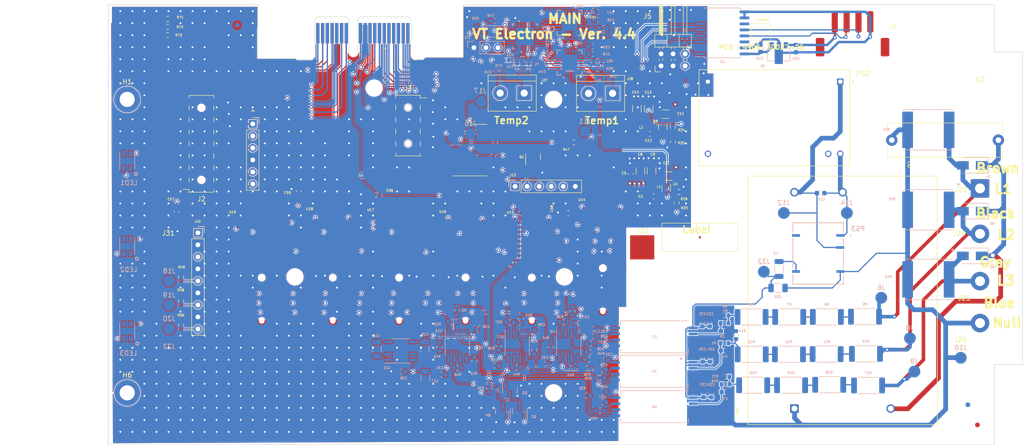
<source format=kicad_pcb>
(kicad_pcb (version 20240108) (generator "pcbnew") (generator_version "8.0")
  (layers (0 "F.Cu" signal) (1 "In1.Cu" signal) (2 "In2.Cu" signal) (31 "B.Cu" signal) (34 "B.Paste" user) (35 "F.Paste" user) (36 "B.SilkS" user "B.Silkscreen") (37 "F.SilkS" user "F.Silkscreen") (38 "B.Mask" user) (39 "F.Mask" user) (44 "Edge.Cuts" user))
  (net 0 "")
  (net 1 "GND")
  (net 2 "/SDAT7")
  (net 3 "+3V3")
  (net 4 "/uDTR")
  (net 5 "/uDCD")
  (net 6 "/uPWRKEY")
  (net 7 "/Alim")
  (net 8 "/uStatus")
  (net 9 "/RxD")
  (net 10 "/TxD")
  (net 11 "/SYN")
  (net 12 "/SCL")
  (net 13 "/SDAT2")
  (net 14 "/SCS")
  (net 15 "/SDAT3")
  (net 16 "/SDAT4")
  (net 17 "/SDAT5")
  (net 18 "/SDAT6")
  (net 19 "/UCC")
  (net 20 "/UR")
  (net 21 "/US")
  (net 22 "/UT")
  (net 23 "/UR+")
  (net 24 "/US+")
  (net 25 "Net-(R5-Pad2)")
  (net 26 "Net-(R6-Pad2)")
  (net 27 "Net-(R7-Pad2)")
  (net 28 "Net-(R10-Pad2)")
  (net 29 "Net-(R11-Pad2)")
  (net 30 "Net-(R12-Pad2)")
  (net 31 "Net-(R17-Pad2)")
  (net 32 "Net-(R18-Pad2)")
  (net 33 "Net-(R19-Pad2)")
  (net 34 "/RS485_RxD")
  (net 35 "/IRQ2")
  (net 36 "/READY")
  (net 37 "/SCLK")
  (net 38 "/MISO")
  (net 39 "/MOSI")
  (net 40 "/SS")
  (net 41 "/RS485_TxD")
  (net 42 "/RS485_DE")
  (net 43 "/BT_RxD")
  (net 44 "/BT_TxD")
  (net 45 "/LED3")
  (net 46 "/LED2")
  (net 47 "/LED1")
  (net 48 "/SW1")
  (net 49 "/BST1")
  (net 50 "/UT+")
  (net 51 "/ADE_Reset")
  (net 52 "/Enable")
  (net 53 "/BT_RTS")
  (net 54 "/BT_CTS")
  (net 55 "GNDS")
  (net 56 "/InfoV")
  (net 57 "/+5V")
  (net 58 "/US_Iso")
  (net 59 "/UR_Iso")
  (net 60 "/UT_Iso")
  (net 61 "/FB1")
  (net 62 "/VGSM")
  (net 63 "Net-(R1-Pad1)")
  (net 64 "Net-(R4-Pad1)")
  (net 65 "Net-(R16-Pad1)")
  (net 66 "/+3V67")
  (net 67 "/SW2")
  (net 68 "/BST2")
  (net 72 "/L1")
  (net 73 "/L2")
  (net 74 "/L3")
  (net 75 "/VCC2")
  (net 76 "/Vin")
  (net 77 "GND1")
  (net 78 "/U5V_Iso")
  (net 79 "/IRQ1")
  (net 80 "/iUR-")
  (net 81 "/iUR+")
  (net 82 "/iUS+")
  (net 83 "/iUS-")
  (net 84 "/iUT+")
  (net 85 "/iUT-")
  (net 86 "Earth")
  (net 89 "/Vopto")
  (net 90 "/+3V3_UC")
  (net 91 "Net-(LED1-Pad4)")
  (net 92 "Net-(LED2-Pad4)")
  (net 93 "Net-(LED3-Pad4)")
  (net 94 "Net-(R38-Pad1)")
  (net 95 "Net-(R39-Pad1)")
  (net 96 "Net-(R40-Pad1)")
  (net 97 "Net-(R41-Pad1)")
  (net 98 "Net-(R42-Pad1)")
  (net 99 "/-3V3")
  (net 100 "Net-(R27-Pad2)")
  (net 101 "Net-(R29-Pad2)")
  (net 102 "Net-(R31-Pad2)")
  (net 103 "Net-(K1-Pad1)")
  (net 104 "Net-(K1-Pad8)")
  (net 106 "Net-(R43-Pad1)")
  (net 107 "/C+")
  (net 108 "/C-")
  (net 113 "Net-(R2-Pad1)")
  (net 116 "Net-(R3-Pad1)")
  (net 119 "Net-(R15-Pad1)")
  (net 120 "Net-(J2-Pad9)")
  (net 121 "Net-(J2-Pad10)")
  (net 122 "Net-(J2-Pad11)")
  (net 123 "Net-(J2-Pad12)")
  (net 124 "Net-(J2-Pad13)")
  (net 125 "/FB2")
  (net 126 "/B-")
  (net 127 "/A+")
  (net 131 "/OSC32_IN")
  (net 132 "Net-(C42-Pad2)")
  (net 133 "/OSC32_OUT")
  (net 134 "Net-(C45-Pad1)")
  (net 135 "Net-(C45-Pad2)")
  (net 136 "Net-(C46-Pad1)")
  (net 137 "Net-(C46-Pad2)")
  (net 138 "/Temp_Txd")
  (net 139 "/SDIx")
  (net 140 "/SCLKx")
  (net 141 "/CS2")
  (net 142 "/SDO2")
  (net 143 "/CS1")
  (net 144 "/SDO1")
  (net 145 "/RDY1")
  (net 146 "/RDY2")
  (net 149 "Net-(R34-Pad2)")
  (net 150 "Net-(R51-Pad2)")
  (net 151 "/ISO_Txd")
  (net 155 "Net-(R34-Pad1)")
  (net 156 "Net-(R51-Pad1)")
  (net 157 "Net-(R52-Pad2)")
  (net 158 "Net-(R53-Pad1)")
  (net 159 "Net-(J21-Pad2)")
  (net 160 "Net-(J21-Pad3)")
  (net 175 "Net-(L3-Pad1)")
  (footprint "TestPoint:TestPoint_Pad_5.1x5.1mm" (layer "F.Cu") (at 112.6998 35.2552)
    (property "Reference" "J30")
    (property "Value" "Conn_01x01_Male" (hide yes))
  )
  (footprint "Capacitor_SMD:C_0603_1608Metric" (layer "F.Cu") (at 56.525 24.2 180)
    (property "Reference" "C56")
    (property "Value" "100n")
  )
  (footprint "Capacitor_SMD:C_1206_3216Metric" (layer "F.Cu") (at 118.3132 20.193 180)
    (property "Reference" "C2")
    (property "Value" "10uF/16V" (hide yes))
  )
  (footprint "TerminalBlock:TerminalBlock_bornier-2_P5.08mm" (layer "F.Cu") (at 87.8 2.667 180)
    (property "Reference" "J27")
    (property "Value" "Conn_01x02_Female")
  )
  (footprint "MountingHole:MountingHole_3.2mm_M3_ISO14580_Pad_TopBottom" (layer "F.Cu") (at 4 4)
    (property "Reference" "H1")
    (property "Value" "MountingHole")
  )
  (footprint "Capacitor_SMD:C_0603_1608Metric" (layer "F.Cu") (at 97.1042 28.067 180)
    (property "Reference" "C58")
    (property "Value" "100n")
  )
  (footprint "Connector_PinSocket_2.54mm:PinSocket_2x08_P2.54mm_Vertical_SMD_MOD" (layer "F.Cu") (at 19.675 13.385 180)
    (property "Reference" "J2")
    (property "Value" "Conn_02x08_Counter_Clockwise" (hide yes))
  )
  (footprint "PCI_SMD_MOD:10061913-100CLF" (layer "F.Cu") (at 61.4 41.65 -90)
    (property "Reference" "U17")
    (property "Value" "10061913-100CLF")
  )
  (footprint "Capacitor_SMD:C_1206_3216Metric" (layer "F.Cu") (at 114.0714 5.969 90)
    (property "Reference" "C13")
    (property "Value" "22uF/6,3V" (hide yes))
  )
  (footprint "Connector_Wire:DELTA_SolderWire-1.5sqmm_1x01_D1.7mm_OD3.9mm" (layer "F.Cu") (at 184.3278 22.7838)
    (property "Reference" "J23")
    (property "Value" "Conn_01x01_Female" (hide yes))
  )
  (footprint "Connector_Wire:DELTA_R_SolderWire-1.5sqmm_1x01_D1.7mm_OD3.9mm" (layer "F.Cu") (at 184 51.26)
    (property "Reference" "J26")
    (property "Value" "Conn_01x01_Female" (hide yes))
  )
  (footprint "Resistor_SMD:R_0603_1608Metric" (layer "F.Cu") (at 15.367 41.529 90)
    (property "Reference" "R49")
    (property "Value" "3k")
  )
  (footprint "TestPoint:TestPoint_Pad_5.1x5.1mm" (layer "F.Cu") (at 105.8672 14.1478)
    (property "Reference" "J29" (hide yes))
    (property "Value" "Conn_01x01_Male" (hide yes))
  )
  (footprint "Connector_PinHeader_2.54mm:PinHeader_2x03_P2.54mm_Horizontal" (layer "F.Cu") (at 116.68 -3.085 90)
    (property "Reference" "J5")
    (property "Value" "DS1022-2*10RF11x3" (hide yes))
  )
  (footprint "Resistor_SMD:R_0603_1608Metric" (layer "F.Cu") (at 98.27 13.08)
    (property "Reference" "R47")
    (property "Value" "47")
  )
  (footprint "Capacitor_SMD:C_1206_3216Metric" (layer "F.Cu") (at 114.681 19.1008 90)
    (property "Reference" "C9")
    (property "Value" "22uF/6,3V" (hide yes))
  )
  (footprint "Connector_PinSocket_2.54mm:PinSocket_2x05_P2.54mm_Vertical_SMD" (layer "F.Cu") (at 63.275 9.525)
    (property "Reference" "J3")
    (property "Value" "Conn_02x05_Counter_Clockwise")
  )
  (footprint "Connector_JST:A2501-SR04-XH4AWB" (layer "F.Cu") (at 157.099 -9.5504)
    (property "Reference" "J1")
    (property "Value" "Conn_01x04_Male")
  )
  (footprint "Inductanta744:744383130033" (layer "F.Cu") (at 114.1222 9.4742 -90)
    (property "Reference" "L2")
    (property "Value" "744383130033" (hide yes))
  )
  (footprint "Capacitor_SMD:C_0603_1608Metric" (layer "F.Cu") (at 40.2 23.425 90)
    (property "Reference" "C55")
    (property "Value" "100n")
  )
  (footprint "PCI_SMD_MOD:10061913-100CLF" (layer "F.Cu") (at 89.4 41.65 -90)
    (property "Reference" "U15")
    (property "Value" "10061913-100CLF")
  )
  (footprint "TerminalBlock:TerminalBlock_bornier-2_P5.08mm" (layer "F.Cu") (at 106.4514 2.7178 180)
    (property "Reference" "J28")
    (property "Value" "Conn_01x02_Female")
  )
  (footprint "Capacitor_SMD:C_1206_3216Metric" (layer "F.Cu") (at 112.3188 19.1262 90)
    (property "Reference" "C8")
    (property "Value" "22uF/6,3V" (hide yes))
  )
  (footprint "MountingHole:MountingHole_3.2mm_M3" (layer "F.Cu") (at 178.7144 74.0918)
    (property "Reference" "H12" (hide yes))
    (property "Value" "MountingHole" (hide yes))
  )
  (footprint "MountingHole:MountingHole_3.2mm_M3" (layer "F.Cu") (at 173.1746 -5.9968)
    (property "Reference" "H8" (hide yes))
    (property "Value" "MountingHole" (hide yes))
  )
  (footprint "Capacitor_SMD:C_0603_1608Metric" (layer "F.Cu") (at 102.3366 -14.7828 180)
    (property "Reference" "C51")
    (property "Value" "4,7n" (hide yes))
  )
  (footprint "MountingHole:MountingHole_3.2mm_M3" (layer "F.Cu") (at 56.125 1.61)
    (property "Reference" "H9" (hide yes))
    (property "Value" "MountingHole" (hide yes))
  )
  (footprint "Relay_SMD:Relay_Fujitsu_FTR-B4GA003" (layer "F.Cu") (at 76.3524 14.7066)
    (property "Reference" "K1")
    (property "Value" "FTR-B4GA003Z-B05")
  )
  (footprint "Inductanta744:744383130033" (layer "F.Cu") (at 114.7064 22.4282 -90)
    (property "Reference" "L1")
    (property "Value" "744383130033" (hide yes))
  )
  (footprint "MountingHole:MountingHole_3.2mm_M3" (layer "F.Cu") (at -16.8 19)
    (property "Reference" "H4" (hide yes))
    (property "Value" "MountingHole" (hide yes))
  )
  (footprint "TestPoint:TestPoint_Pad_5.1x5.1mm" (layer "F.Cu") (at 12.6492 35.7632)
    (property "Reference" "J31")
    (property "Value" "Conn_01x01_Male" (hide yes))
  )
  (footprint "Resistor_SMD:R_0603_1608Metric" (layer "F.Cu") (at 15.367 51.6636 90)
    (property "Reference" "R50")
    (property "Value" "3k")
  )
  (footprint "Capacitor_THT:C_Rect_L24.0mm_W7.0mm_P22.50mm_MKT" (layer "F.Cu") (at 187.8816 12.5984 180)
    (property "Reference" "C52")
    (property "Value" "F862DI224K310ZLH0J")
  )
  (footprint "Fiducial:Fiducial_1mm_Mask2mm" (layer "F.Cu") (at 183.4642 72.771)
    (property "Reference" "FID3" (hide yes))
    (property "Value" "Fiducial" (hide yes))
  )
  (footprint "Fiducial:Fiducial_1mm_Mask2mm" (layer "F.Cu") (at 28.1178 -6.7564)
    (property "Reference" "FID4" (hide yes))
    (property "Value" "Fiducial" (hide yes))
  )
  (footprint "Resistor_SMD:R_0603_1608Metric" (layer "F.Cu") (at 119.1768 9.906 90)
    (property "Reference" "R24")
    (property "Value" "4k7")
  )
  (footprint "Package_TO_SOT_SMD:SOT-563" (layer "F.Cu") (at 117.7798 22.8092 -90)
    (property "Reference" "U1")
    (property "Value" "AP62250Z6" (hide yes))
  )
  (footprint "PCI_SMD_MOD:10061913-100CLF" (layer "F.Cu") (at 32.4 41.65 -90)
    (property "Reference" "U19")
    (property "Value" "10061913-100CLF")
  )
  (footprint "Connector_PCBEdge:BUS_PCIexpress_x1" (layer "F.Cu") (at 63.25 -10 180)
    (property "Reference" "J7")
    (property "Value" "Bus_PCI_Express_x1_MOD")
    (fp_line (start 19.65 2.95) (end 19.15 3.45) (stroke (width 0.1)) (layer "Edge.Cuts"))
    (fp_line (start 19.65 -4.95) (end 19.65 2.95) (stroke (width 0.1)) (layer "Edge.Cuts"))
    (fp_line (start 12.95 3.45) (end 19.15 3.45) (stroke (width 0.1)) (layer "Edge.Cuts"))
    (fp_line (start 12.45 2.95) (end 12.95 3.45) (stroke (width 0.1)) (layer "Edge.Cuts"))
    (fp_line (start 12.45 -4) (end 12.45 2.95) (stroke (width 0.1)) (layer "Edge.Cuts"))
    (fp_line (start 10.55 2.95) (end 10.05 3.45) (stroke (width 0.1)) (layer "Edge.Cuts"))
    (fp_line (start 10.55 -4) (end 10.55 2.95) (stroke (width 0.1)) (layer "Edge.Cuts"))
    (fp_line (start -0.15 3.45) (end 10.05 3.45) (stroke (width 0.1)) (layer "Edge.Cuts"))
    (fp_line (start -0.65 2.95) (end -0.15 3.45) (stroke (width 0.1)) (layer "Edge.Cuts"))
    (fp_line (start -0.65 -4.95) (end -0.65 2.95) (stroke (width 0.1)) (layer "Edge.Cuts"))
    (fp_arc (start 10.55 -4) (mid 11.5 -4.95) (end 12.45 -4) (stroke (width 0.1)) (layer "Edge.Cuts"))
  )
  (footprint "Symbol:Eticheta" (layer "F.Cu") (at 124.8664 33.147 180)
    (property "Reference" "TP1" (hide yes))
    (property "Value" "Eticheta" (hide yes))
  )
  (footprint "PCI_SMD_MOD:10061913-100CLF" (layer "F.Cu") (at 75.41 41.63 -90)
    (property "Reference" "U16")
    (property "Value" "10061913-100CLF")
  )
  (footprint "Capacitor_SMD:C_0603_1608Metric" (layer "F.Cu") (at 14.45 27.725 -90)
    (property "Reference" "C57")
    (property "Value" "100n")
  )
  (footprint "Resistor_SMD:R_0603_1608Metric" (layer "F.Cu") (at 12.5476 -13.0048)
    (property "Reference" "R71")
    (property "Value" "220" (hide yes))
  )
  (footprint "Capacitor_SMD:C_1206_3216Metric" (layer "F.Cu") (at 111.5822 5.969 90)
    (property "Reference" "C14")
    (property "Value" "22uF/6,3V" (hide yes))
  )
  (footprint "MountingHole:MountingHole_3.2mm_M3" (layer "F.Cu") (at 96.3168 41.6052)
    (property "Reference" "H7" (hide yes))
    (property "Value" "MountingHole" (hide yes))
  )
  (footprint "Resistor_SMD:R_0603_1608Metric" (layer "F.Cu") (at 12.5476 -11.3284)
    (property "Reference" "R72")
    (property "Value" "220" (hide yes))
  )
  (footprint "Resistor_SMD:R_0603_1608Metric" (layer "F.Cu") (at 119.9896 25.8826 -90)
    (property "Reference" "R23")
    (property "Value" "4k7")
  )
  (footprint "PCI_SMD_MOD:10061913-100CLF" (layer "F.Cu") (at 47.4 41.65 -90)
    (property "Reference" "U18")
    (property "Value" "10061913-100CLF")
  )
  (footprint "Package_TO_SOT_SMD:SOT-563" (layer "F.Cu") (at 117.0432 9.7536 -90)
    (property "Reference" "U8")
    (property "Value" "AP62250Z6" (hide yes))
  )
  (footprint "Capacitor_SMD:C_0603_1608Metric" (layer "F.Cu") (at 115.0874 24.4856)
    (property "Reference" "C3")
    (property "Value" "100n" (hide yes))
  )
  (footprint "THM 10-0511:CONV_THM_10-0511" (layer "F.Cu") (at 140.61 7.87 180)
    (property "Reference" "PS2")
    (property "Value" "THM_10-0511")
  )
  (footprint "Connector_PinSocket_2.54mm:PinSocket_1x06_P2.54mm_Vertical" (layer "F.Cu") (at 85.877 22.3778 90)
    (property "Reference" "J13")
    (property "Value" "Conn_01x06_Female" (hide yes))
  )
  (footprint "MountingHole:MountingHole_3.2mm_M3_ISO14580_Pad_TopBottom" (layer "F.Cu") (at 4 66)
    (property "Reference" "H6")
    (property "Value" "MountingHole")
  )
  (footprint "RAC15:CONV_RAC15-12SK_480" (layer "F.Cu") (at 154.99 46.4575 90)
    (property "Reference" "PS1")
    (property "Value" "RAC15-05SK/480")
  )
  (footprint "MountingHole:MountingHole_3.2mm_M3" (layer "F.Cu") (at 94 4)
    (property "Reference" "H3" (hide yes))
    (property "Value" "MountingHole")
  )
  (footprint "Resistor_SMD:R_0603_1608Metric" (layer "F.Cu") (at 119.1768 13.0048 90)
    (property "Reference" "R25")
    (property "Value" "1k3")
  )
  (footprint "Capacitor_SMD:C_0603_1608Metric" (layer "F.Cu") (at 114.3124 11.303)
    (property "Reference" "C12")
    (property "Value" "100n")
  )
  (footprint "Connector_Wire:DELTA_R_SolderWire-1.5sqmm_1x01_D1.7mm_OD3.9mm" (layer "F.Cu") (at 184 32.4)
    (property "Reference" "J24")
    (property "Value" "Conn_01x01_Female" (hide yes))
  )
  (footprint "Package_TO_SOT_SMD:SOT-23" (layer "F.Cu") (at 89.67 16.15 90)
    (property "Reference" "Q1")
    (property "Value" "DTC143T")
  )
  (footprint "MountingHole:MountingHole_3.2mm_M3" (layer "F.Cu") (at 129.032 41.4782)
    (property "Reference" "H10" (hide yes))
    (property "Value" "MountingHole" (hide yes))
  )
  (footprint "Capacitor_SMD:C_0603_1608Metric" (layer "F.Cu") (at 110.2614 19.7612 90)
    (property "Reference" "C5")
    (property "Value" "100n")
  )
  (footprint "MountingHole:MountingHole_3.2mm_M3" (layer "F.Cu") (at -22.5937 28.3981)
    (property "Reference" "H5" (hide yes))
    (property "Value" "MountingHole" (hide yes))
  )
  (footprint "MountingHole:MountingHole_3.2mm_M3" (layer "F.Cu") (at 184 4)
    (property "Reference" "H2")
    (property "Value" "MountingHole")
  )
  (footprint "Resistor_SMD:R_0603_1608Metric" (layer "F.Cu") (at 120.4468 23.5712 180)
    (property "Reference" "R26")
    (property "Value" "1k5" (hide yes))
  )
  (footprint "MountingHole:MountingHole_3.2mm_M3" (layer "F.Cu") (at 39.4114 41.5036)
    (property "Reference" "H11" (hide yes))
    (property "Value" "MountingHole" (hide yes))
  )
  (footprint "Resistor_SMD:R_0603_1608Metric" (layer "F.Cu") (at 12.4968 -9.6012)
    (property "Reference" "R73")
    (property "Value" "220" (hide yes))
  )
  (footprint "Resistor_SMD:R_0603_1608Metric" (layer "F.Cu") (at 15.367 46.609 90)
    (property "Reference" "R48")
    (property "Value" "3k")
  )
  (footprint "Connector_PinSocket_2.54mm:PinSocket_1x06_P2.54mm_Vertical" (layer "F.Cu") (at 30.5054 9.1694)
    (property "Reference" "J4")
    (property "Value" "Conn_01x06_Female")
  )
  (footprint "Connector_Wire:DELTA_R_SolderWire-1.5sqmm_1x01_D1.7mm_OD3.9mm" (layer "F.Cu") (at 184 42.4)
    (property "Reference" "J25")
    (property "Value" "Conn_01x01_Female" (hide yes))
  )
  (footprint "Connector_PinSocket_2.54mm:PinSocket_1x09_P2.54mm_Vertical" (layer "F.Cu") (at 18.925 32.18)
    (property "Reference" "J15")
    (property "Value" "DS1002-03-1*36131(9)")
  )
  (footprint "PCI_SMD_MOD:10061913-100CLF" (layer "F.Cu") (at 104.4 39.65 -90)
    (property "Reference" "U14")
    (property "Value" "10061913-100CLF")
  )
  (footprint "Capacitor_SMD:C_1206_3216Metric" (layer "F.Cu") (at 117.6528 7.112 180)
    (property "Reference" "C11")
    (property "Value" "10uF/16V")
  )
  (footprint "Resistor_SMD:R_0603_1608Metric" (layer "B.Cu") (at 130.0779 51.2612 180)
    (property "Reference" "R4")
    (property "Value" "10")
  )
  (footprint "Capacitor_SMD:C_0603_1608Metric" (layer "B.Cu") (at 127.0762 58.6232 90)
    (property "Reference" "C24")
    (property "Value" "100n" (hide yes))
  )
  (footprint "MOVS4032V510:MOVS4032V460" (layer "B.Cu") (at 173.1 42.025 180)
    (property "Reference" "RV3")
    (property "Value" "MOVS4032V510" (hide yes))
  )
  (footprint "Resistor_SMD:R_0603_1608Metric" (layer "B.Cu") (at 97.65 60.85)
    (property "Reference" "R45")
    (property "Value" "15k")
  )
  (footprint "TestPoint:TestPoint_DELTA" (layer "B.Cu") (at 12.8778 47.4726 180)
    (property "Reference" "J19")
    (property "Value" "Conn_01x01_Female" (hide yes))
  )
  (footprint "TestPoint:TestPoint_DELTA" (layer "B.Cu") (at 12.8778 52.4764 180)
    (property "Reference" "J20")
    (property "Value" "Conn_01x01_Female" (hide yes))
  )
  (footprint "Connector_PinHeader_2.54mm:PinHeader_1x03_P2.54mm_Vertical" (layer "B.Cu") (at 77.1802 -6.9342 -90)
    (property "Reference" "J21")
    (property "Value" "Conn_01x03_Male")
  )
  (footprint "Resistor_SMD:R_2512_6332Metric" (layer "B.Cu") (at 159.7279 49.9112 180)
    (property "Reference" "R5")
    (property "Value" "249k")
  )
  (footprint "Resistor_SMD:R_2512_6332Metric" (layer "B.Cu") (at 136.1229 64.3912 180)
    (property "Reference" "R20")
    (property "Value" "249k")
  )
  (footprint "Capacitor_SMD:C_0603_1608Metric" (layer "B.Cu") (at 121.6406 -8.7376 90)
    (property "Reference" "C1")
    (property "Value" "100n")
  )
  (footprint "Capacitor_SMD:C_0603_1608Metric" (layer "B.Cu") (at 125.6284 66.1416 90)
    (property "Reference" "C22")
    (property "Value" "1uF" (hide yes))
  )
  (footprint "Resistor_SMD:R_0603_1608Metric" (layer "B.Cu") (at 100.9142 66.5734)
    (property "Reference" "R32")
    (property "Value" "3k")
  )
  (footprint "Resistor_SMD:R_0603_1608Metric" (layer "B.Cu") (at 89.916 56.9722 90)
    (property "Reference" "R38")
    (property "Value" "3k")
  )
  (footprint "Capacitor_SMD:C_1206_3216Metric" (layer "B.Cu") (at 56.71 56.76 90)
    (property "Reference" "C18")
    (property "Value" "10u")
  )
  (footprint "Capacitor_SMD:C_0603_1608Metric" (layer "B.Cu") (at 103.3272 -12.8016)
    (property "Reference" "C48")
    (property "Value" "100n")
  )
  (footprint "Package_SO:SO-8_3.9x4.9mm_P1.27mm" (layer "B.Cu") (at 97.183554 56.11 -90)
    (property "Reference" "U3")
    (property "Value" "LM358")
  )
  (footprint "Capacitor_SMD:C_1206_3216Metric" (layer "B.Cu") (at 66.81 56.75 90)
    (property "Reference" "C19")
    (property "Value" "10u")
  )
  (footprint "Capacitor_SMD:C_0603_1608Metric" (layer "B.Cu") (at 150.368 23.7998)
    (property "Reference" "C15")
    (property "Value" "100n")
  )
  (footprint "Capacitor_SMD:C_0603_1608Metric" (layer "B.Cu") (at 92.9386 -9.398 180)
    (property "Reference" "C42")
    (property "Value" "1u")
  )
  (footprint "Capacitor_SMD:C_0603_1608Metric" (layer "B.Cu") (at 130.0779 57.0612)
    (property "Reference" "C4")
    (property "Value" "1n")
  )
  (footprint "Resistor_SMD:R_2512_6332Metric" (layer "B.Cu") (at 143.7279 49.9612 180)
    (property "Reference" "R7")
    (property "Value" "249k")
  )
  (footprint "Crystal:Crystal_SMD_EuroQuartz_EQ161-2Pin_3.2x1.5mm" (layer "B.Cu") (at 87.503 -4.0894)
    (property "Reference" "Y1")
    (property "Value" "ECS-.327-6-34B-C-TR")
  )
  (footprint "LedSMD_Cree:CLM2D-GPC-CB0E0793" (layer "B.Cu") (at 4 17 90)
    (property "Reference" "LED1")
    (property "Value" "CLM2D-GPC-CB0E0793" (hide yes))
  )
  (footprint "Resistor_SMD:R_0603_1608Metric" (layer "B.Cu") (at 84.75 51.1)
    (property "Reference" "R37")
    (property "Value" "3k")
  )
  (footprint "Fiducial:Fiducial_1mm_Mask2mm" (layer "B.Cu") (at 27.2034 -11.684 180)
    (property "Reference" "FID1" (hide yes))
    (property "Value" "Fiducial" (hide yes))
  )
  (footprint "MOVS4032V510:MOVS4032V460" (layer "B.Cu") (at 173.1 10.425 180)
    (property "Reference" "RV1")
    (property "Value" "MOVS4032V510" (hide yes))
  )
  (footprint "TestPoint:TestPoint_DELTA" (layer "B.Cu") (at 138.3792 40.4114 180)
    (property "Reference" "J32")
    (property "Value" "Conn_01x01_Female" (hide yes))
  )
  (footprint "Resistor_SMD:R_0603_1608Metric" (layer "B.Cu") (at 101.9048 55.6006)
    (property "Reference" "R27")
    (property "Value" "3k")
  )
  (footprint "Capacitor_SMD:C_0603_1608Metric" (layer "B.Cu") (at 70.358 62.1538 180)
    (property "Reference" "C34")
    (property "Value" "100n" (hide yes))
  )
  (footprint "Resistor_SMD:R_2512_6332Metric" (layer "B.Cu") (at 151.6779 49.9612 180)
    (property "Reference" "R6")
    (property "Value" "249k")
  )
  (footprint "Resistor_SMD:R_0603_1608Metric" (layer "B.Cu") (at 77.3 59.3 -90)
    (property "Reference" "R42")
    (property "Value" "3k")
  )
  (footprint "Resistor_SMD:R_0603_1608Metric" (layer "B.Cu") (at 69.93 56.34 90)
    (property "Reference" "R43")
    (property "Value" "3k")
  )
  (footprint "Capacitor_SMD:C_0603_1608Metric" (layer "B.Cu") (at 102.3874 54.0258 180)
    (property "Reference" "C28")
    (property "Value" "100n" (hide yes))
  )
  (footprint "AMC1400:AMC1400QDWLRQ1" (layer "B.Cu") (at 115.22 61.42 180)
    (property "Reference" "U4")
    (property "Value" "AMC1400QDWLRQ1" (hide yes))
  )
  (footprint "Capacitor_SMD:C_0603_1608Metric" (layer "B.Cu") (at 104.2162 61.1124 180)
    (property "Reference" "C29")
    (property "Value" "100n" (hide yes))
  )
  (footprint "Resistor_SMD:R_0603_1608Metric" (layer "B.Cu") (at 104.5464 -9.4742)
    (property "Reference" "R34")
    (property "Value" "2k 0.1%")
  )
  (footprint "Capacitor_SMD:C_1206_3216Metric" (layer "B.Cu") (at 141.3764 43.8404)
    (property "Reference" "C53")
    (property "Value" "10uF/16V")
  )
  (footprint "Resistor_SMD:R_0603_1608Metric" (layer "B.Cu") (at 101.025 60.875)
    (property "Reference" "R30")
    (property "Value" "3k")
  )
  (footprint "Capacitor_SMD:C_0603_1608Metric" (layer "B.Cu") (at 102.3874 52.4764 180)
    (property "Reference" "C31")
    (property "Value" "1uF" (hide yes))
  )
  (footprint "TestPoint:TestPoint_DELTA" (layer "B.Cu") (at 179.9336 58.5978 180)
    (property "Reference" "J10")
    (property "Value" "Conn_01x01_Female" (hide yes))
  )
  (footprint "Resistor_SMD:R_0603_1608Metric" (layer "B.Cu") (at 103.8098 69.7484)
    (property "Reference" "R31")
    (property "Value" "3k")
  )
  (footprint "Capacitor_SMD:C_0603_1608Metric" (layer "B.Cu") (at 90.7542 52.7558)
    (property "Reference" "C38")
    (property "Value" "100n" (hide yes))
  )
  (footprint "LedSMD_Cree:CLM2D-GPC-CB0E0793" (layer "B.Cu") (at 4 35 90)
    (property "Reference" "LED2")
    (property "Value" "CLM2D-GPC-CB0E0793" (hide yes))
  )
  (footprint "Package_SO:VSSOP-8_2.4x2.1mm_P0.5mm" (layer "B.Cu") (at 81.2038 -10.3632 180)
    (property "Reference" "U9")
    (property "Value" "74LVC2G157")
  )
  (footprint "TestPoint:TestPoint_DELTA" (layer "B.Cu") (at 100.6348 10.7442 180)
    (property "Reference" "J11")
    (property "Value" "Conn_01x01_Female" (hide yes))
  )
  (footprint "AMC1400:AMC1400QDWLRQ1" (layer "B.Cu") (at 115.32 68.92 180)
    (property "Reference" "U6")
    (property "Value" "AMC1400QDWLRQ1" (hide yes))
  )
  (footprint "Package_TO_SOT_SMD:SOT-23" (layer "B.Cu") (at 84.7852 65.4304 -90)
    (property "Reference" "Q3")
    (property "Value" "DTC143E" (hide yes))
  )
  (footprint "Capacitor_SMD:C_1206_3216Metric" (layer "B.Cu") (at 66.95 62.95 90)
    (property "Reference" "C17")
    (property "Value" "10u")
  )
  (footprint "Resistor_SMD:R_2512_6332Metric" (layer "B.Cu") (at 143.6779 57.8612 180)
    (property "Reference" "R12")
    (property "Value" "249k")
  )
  (footprint "Resistor_SMD:R_0603_1608Metric" (layer "B.Cu") (at 97.9932 48.7426 90)
    (property "Reference" "R3")
    (property "Value" "3k")
  )
  (footprint "Capacitor_SMD:C_0603_1608Metric" (layer "B.Cu") (at 130.2529 65.8312)
    (property "Reference" "C7")
    (property "Value" "1n")
  )
  (footprint "Resistor_SMD:R_0603_1608Metric" (layer "B.Cu") (at 103.3018 -4.064)
    (property "Reference" "R51")
    (property "Value" "2k 0.1%")
  )
  (footprint "TestPoint:TestPoint_DELTA" (layer "B.Cu") (at 12.8778 58.3692 180)
    (property "Reference" "J22")
    (property "Value" "Conn_01x01_Female")
  )
  (footprint "Capacitor_SMD:C_0603_1608Metric" (layer "B.Cu") (at 102.1842 -5.6388)
    (property "Reference" "C49")
    (property "Value" "100n")
  )
  (footprint "Capacitor_SMD:C_0603_1608Metric" (layer "B.Cu") (at 82.55 -1.7272)
    (property "Reference" "C45")
    (property "Value" "10n")
  )
  (footprint "MOVS4032V510:MOVS4032V460" (layer "B.Cu") (at 173.1 27.325 180)
    (property "Reference" "RV2")
    (property "Value" "MOVS4032V510" (hide yes))
  )
  (footprint "Capacitor_SMD:C_0603_1608Metric" (layer "B.Cu") (at 81.6102 60.2488 180)
    (property "Reference" "C35")
    (property "Value" "100n" (hide yes))
  )
  (footprint "Resistor_SMD:R_0603_1608Metric" (layer "B.Cu") (at 132.4779 53.7862 90)
    (property "Reference" "R14")
    (property "Value" "150")
  )
  (footprint "TestPoint:TestPoint_DELTA" (layer "B.Cu") (at 78.7908 4.4704 180)
    (property "Reference" "J17")
    (property "Value" "Conn_01x01_Female" (hide yes))
  )
  (footprint "Capacitor_SMD:C_0603_1608Metric" (layer "B.Cu") (at 145.1356 -6.731 -90)
    (property "Reference" "C25")
    (property "Value" "100n")
  )
  (footprint "Diode_SMD:D_SMA" (layer "B.Cu") (at 182.372 37.0586 180)
    (property "Reference" "D6")
    (property "Value" "BYG21M-E3/TR")
  )
  (footprint "Capacitor_SMD:C_0603_1608Metric" (layer "B.Cu") (at 102.1842 -7.239)
    (property "Reference" "C50")
    (property "Value" "100n")
  )
  (footprint "TestPoint:TestPoint_DELTA" (layer "B.Cu") (at 170.1546 61.4934 180)
    (property "Reference" "J9")
    (property "Value" "Conn_01x01_Female" (hide yes))
  )
  (footprint "Capacitor_SMD:C_0603_1608Metric" (layer "B.Cu") (at 99.2508 51.2318)
    (property "Reference" "C37")
    (property "Value" "100n" (hide yes))
  )
  (footprint "NXE2S0505MC-R7:NXE2_SINGLE_SURFACE_MUR" (layer "B.Cu") (at 149.8346 36.5506 180)
    (property "Reference" "PS3")
    (property "Value" "NXE2S0505MC-R7")
  )
  (footprint "Capacitor_SMD:C_0603_1608Metric" (layer "B.Cu") (at 92.1766 59.9694 180)
    (property "Reference" "C33")
    (property "Value" "100n" (hide yes))
  )
  (footprint "Resistor_SMD:R_2512_6332Metric" (layer "B.Cu") (at 151.6279 57.8112 180)
    (property "Reference" "R11")
    (property "Value" "249k")
  )
  (footprint "AMC1400:AMC1400QDWLRQ1" (layer "B.Cu") (at 115.27 54.17 180)
    (property "Reference" "U7")
    (property "Value" "AMC1400QDWLRQ1" (hide yes))
  )
  (footprint "Fiducial:Fiducial_1mm_Mask2mm" (layer "B.Cu") (at 181.4322 68.5038 180)
    (property "Reference" "FID2" (hide yes))
    (property "Value" "Fiducial" (hide yes))
  )
  (footprint "Diode_SMD:D_SMA" (layer "B.Cu") (at 182.372 27.6098 180)
    (property "Reference" "D5")
    (property "Value" "BYG21M-E3/TR")
  )
  (footprint "TestPoint:TestPoint_DELTA" (layer "B.Cu") (at 163.1711 45.9074 180)
    (property "Reference" "J6")
    (property "Value" "Conn_01x01_Female" (hide yes))
  )
  (footprint "Capacitor_SMD:C_0603_1608Metric" (layer "B.Cu") (at 103.7844 -0.635)
    (property "Reference" "C46")
    (property "Value" "10n")
  )
  (footprint "Resistor_SMD:R_2512_6332Metric" (layer "B.Cu") (at 144.1229 64.3912 180)
    (property "Reference" "R19")
    (property "Value" "249k")
  )
  (footprint "Resistor_SMD:R_0603_1608Metric" (layer "B.Cu") (at 73.75 60.74)
    (property "Reference" "R46")
    (property "Value" " 15k")
  )
  (footprint "Resistor_SMD:R_0603_1608Metric" (layer "B.Cu") (at 80.425 65.075 -90)
    (property "Reference" "R35")
    (property "Value" "1k")
  )
  (footprint "Capacitor_SMD:C_0603_1608Metric" (layer "B.Cu") (at 126.9492 51.181 90)
    (property "Reference" "C23")
    (property "Value" "1uF" (hide yes))
  )
  (footprint "Diode_SMD:D_SMA" (layer "B.Cu") (at 182.372 17.9324 180)
    (property "Reference" "D4")
    (property "Value" "BYG21M-E3/TR")
  )
  (footprint "Resistor_SMD:R_2512_6332Metric" (layer "B.Cu") (at 135.7779 49.9612 180)
    (property "Reference" "R8")
    (property "Value" "249k")
  )
  (footprint "Capacitor_SMD:C_0603_1608Metric" (layer "B.Cu") (at 104.2924 67.9704 180)
    (property "Reference" "C27")
    (property "Value" "100n" (hide yes))
  )
  (footprint "Resistor_SMD:R_0603_1608Metric" (layer "B.Cu") (at 93.44 56.37 90)
    (property "Reference" "R41")
    (property "Value" "3k")
  )
  (footprint "TestPoint:TestPoint_DELTA" (layer "B.Cu") (at 142.5956 27.9908 180)
    (property "Reference" "J12")
    (property "Value" "Conn_01x01_Female" (hide yes))
  )
  (footprint "Capacitor_SMD:C_0603_1608Metric" (layer "B.Cu") (at 127.285648 66.167 90)
    (property "Reference" "C20")
    (property "Value" "100n" (hide yes))
  )
  (footprint "TestPoint:TestPoint_DELTA" (layer "B.Cu") (at 76.5048 11.2522 180)
    (property "Reference" "J16")
    (property "Value" "Conn_01x01_Female" (hide yes))
  )
  (footprint "TestPoint:TestPoint_DELTA" (layer "B.Cu") (at 169.2148 54.4576 180)
    (property "Reference" "J8")
    (property "Value" "Conn_01x01_Female" (hide yes))
  )
  (footprint "MSP430FR2672TRHBR:VQFN32_5X5_TEX" (layer "B.Cu") (at 87.9602 -9.2964)
    (property "Reference" "U22")
    (property "Value" "MSP430FR2672TRHBR")
  )
  (footprint "Resistor_SMD:R_0603_1608Metric" (layer "B.Cu") (at 82.39 56.155 90)
    (property "Reference" "R39")
    (property "Value" "3k")
  )
  (footprint "Package_SO:SOIC-16W_7.5x10.3mm_P1.27mm" (layer "B.Cu") (at 129.64 -10.06)
    (property "Reference" "U2")
    (property "Value" "ISO3082DW")
  )
  (footprint "MAX31865:21-0140L_T2055-5_MXM" (layer "B.Cu") (at 97.3582 -12.1666 180)
    (property "Reference" "U11")
    (property "Value" "MAX31865ATP+T")
  )
  (footprint "Resistor_SMD:R_0603_1608Metric" (layer "B.Cu") (at 96.09 51.06)
    (property "Reference" "R36")
    (property "Value" "3k")
  )
  (footprint "Resistor_SMD:R_0603_1608Metric" (layer "B.Cu") (at 101.727 57.3786 180)
    (property "Reference" "R28")
    (property "Value" "3k")
  )
  (footprint "MAX31865:21-0140L_T2055-5_MXM" (layer "B.Cu") (at 97.3836 -3.7846 180)
    (property "Reference" "U20")
    (property "Value" "MAX31865ATP+T")
  )
  (footprint "Resistor_SMD:R_2512_6332Metric" (layer "B.Cu") (at 159.9279 57.7612 180)
    (property "Reference" "R10")
    (property "Value" "249k")
  )
  (footprint "Resistor_SMD:R_0603_1608Metric" (layer "B.Cu") (at 103.2764 -2.4638)
    (property "Reference" "R53")
    (property "Value" "2k 0.1%")
  )
  (footprint "Capacitor_SMD:C_0603_1608Metric" (layer "B.Cu") (at 104.648 59.1058 180)
    (property "Reference" "C32")
    (property "Value" "1uF" (hide yes))
  )
  (footprint "Package_SO:SO-8_3.9x4.9mm_P1.27mm" (layer "B.Cu") (at 61.71 57.15)
    (property "Reference" "U21")
    (property "Value" "LM2662MX")
  )
  (footprint "TestPoint:TestPoint_DELTA" (layer "B.Cu") (at 155.9052 27.9908 180)
    (property "Reference" "J14")
    (property "Value" "Conn_01x01_Female" (hide yes))
  )
  (footprint "Resistor_SMD:R_0603_1608Metric" (layer "B.Cu") (at 130.0779 49.6612 180)
    (property "Reference" "R9")
    (property "Value" "150")
  )
  (footprint "Capacitor_SMD:C_0603_1608Metric" (layer "B.Cu") (at 137.668 -6.8072 90)
    (property "Reference" "C10")
    (property "Value" "100n")
  )
  (footprint "Capacitor_SMD:C_0603_1608Metric" (layer "B.Cu") (at 77.8256 51.8792 90)
    (property "Reference" "C39")
    (property "Value" "100n" (hide yes))
  )
  (footprint "TestPoint:TestPoint_DELTA" (layer "B.Cu") (at 12.8778 42.3926 180)
    (property "Reference" "J18")
    (property "Value" "Conn_01x01_Female" (hide yes))
  )
  (footprint "Resistor_SMD:R_0603_1608Metric" (layer "B.Cu") (at 77.724 -10.4648 90)
    (property "Reference" "R33")
    (property "Value" "47k")
  )
  (footprint "Resistor_SMD:R_0603_1608Metric" (layer "B.Cu") (at 130.2729 62.5912 180)
    (property "Reference" "R21")
    (property "Value" "150")
  )
  (footprint "Package_TO_SOT_SMD:SOT-23" (layer "B.Cu") (at 86.868 69.8754 90)
    (property "Reference" "Q2")
    (property "Value" "DTC143E" (hide yes))
  )
  (footprint "Package_SO:SO-8_3.9x4.9mm_P1.27mm" (layer "B.Cu") (at 86.323554 56.11 -90)
    (property "Reference" "U12")
    (property "Value" "LM358")
  )
  (footprint "Capacitor_SMD:C_0603_1608Metric" (layer "B.Cu") (at 85.9028 -1.8034 180)
    (property "Reference" "C41")
    (property "Value" "10p")
  )
  (footprint "Package_TO_SOT_SMD:SOT-23" (layer "B.Cu") (at 83.2866 69.8754 90)
    (property "Reference" "Q4")
    (property "Value" "DTC143E" (hide yes))
  )
  (footprint "Resistor_SMD:R_0603_1608Metric" (layer "B.Cu") (at 72.58 51.08)
    (property "Reference" "R22")
    (property "Value" "3k")
  )
  (footprint "Resistor_SMD:R_0603_1608Metric" (layer "B.Cu") (at 130.0779 55.5112 180)
    (property "Reference" "R1")
    (property "Value" "10")
  )
  (footprint "Resistor_SMD:R_0603_1608Metric" (layer "B.Cu") (at 101.473 58.9788)
    (property "Reference" "R40")
    (property "Value" "3k")
  )
  (footprint "Package_SO:SO-8_3.9x4.9mm_P1.27mm" (layer "B.Cu") (at 73.683554 56.11 -90)
    (property "Reference" "U13")
    (property "Value" "LM358")
  )
  (footprint "Capacitor_SMD:C_0603_1608Metric" (layer "B.Cu") (at 61.849 61.5442 180)
    (property "Reference" "C36")
    (property "Value" "100n")
  )
  (footprint "Capacitor_SMD:C_0603_1608Metric" (layer "B.Cu") (at 103.3526 -14.4272)
    (property "Reference" "C47")
    (property "Value" "100n")
  )
  (footprint "Capacitor_SMD:C_0603_1608Metric" (layer "B.Cu") (at 89.1794 -1.8034)
    (property "Reference" "C44")
    (property "Value" "10p")
  )
  (footprint "Resistor_SMD:R_2512_6332Metric" (layer "B.Cu") (at 160.3729 64.4412 180)
    (property "Reference" "R17")
    (property "Value" "249k")
  )
  (footprint "Capacitor_SMD:C_0603_1608Metric" (layer "B.Cu") (at 104.267 65.786 180)
    (property "Reference" "C30")
    (property "Value" "1uF" (hide yes))
  )
  (footprint "LedSMD_Cree:CLM2D-GPC-CB0E0793" (layer "B.Cu") (at 4 53 90)
    (property "Reference" "LED3")
    (property "Value" "CLM2D-GPC-CB0E0793" (hide yes))
  )
  (footprint "Capacitor_SMD:C_0603_1608Metric" (layer "B.Cu") (at 125.476 58.6362 90)
    (property "Reference" "C26")
    (property "Value" "1uF" (hide yes))
  )
  (footprint "Inductor_SMD:L_1206_3216Metric" (layer "B.Cu") (at 141.5796 39.8272 -90)
    (property "Reference" "L3")
    (property "Value" "CBC3225T220MR")
  )
  (footprint "Resistor_SMD:R_2512_6332Metric" (layer "B.Cu") (at 152.1729 64.2912 180)
    (property "Reference" "R18")
    (property "Value" "249k")
  )
  (footprint "Resistor_SMD:R_2512_6332Metric" (layer "B.Cu") (at 135.8138 57.8612 180)
    (property "Reference" "R13")
    (property "Value" "249k")
  )
  (footprint "Resistor_SMD:R_0603_1608Metric" (layer "B.Cu") (at 130.2729 64.1912 180)
    (property "Reference" "R16")
    (property "Value" "10")
  )
  (footprint "Resistor_SMD:R_0603_1608Metric" (layer "B.Cu") (at 86.1568 60.6806)
    (property "Reference" "R44")
    (property "Value" "15k")
  )
  (footprint "Capacitor_SMD:C_0603_1608Metric" (layer "B.Cu") (at 83.7184 -4.2672)
    (property "Reference" "C43")
    (property "Value" "100n")
  )
  (footprint "Resistor_SMD:R_0603_1608Metric" (layer "B.Cu") (at 87.09 50.365 90)
    (property "Reference" "R15")
    (property "Value" "3k")
  )
  (footprint "Resistor_SMD:R_0603_1608Metric" (layer "B.Cu") (at 103.8606 62.8396)
    (property "Reference" "R29")
    (property "Value" "3k")
  )
  (footprint "Capacitor_SMD:C_0603_1608Metric" (layer "B.Cu") (at 130.0779 52.9612)
    (property "Reference" "C6")
    (property "Value" "1n")
  )
  (footprint "Capacitor_SMD:C_0603_1608Metric" (layer "B.Cu") (at 125.3744 51.181 90)
    (property "Reference" "C21")
    (property "Value" "100n" (hide yes))
  )
  (footprint "Resistor_SMD:R_0603_1608Metric" (layer "B.Cu") (at 73.66 48.565 90)
    (property "Reference" "R2")
    (property "Value" "3k")
  )
  (footprint "Resistor_SMD:R_0603_1608Metric" (layer "B.Cu") (at 104.521 -11.0744 180)
    (property "Reference" "R52")
    (property "Value" "2k 0.1%")
  )
  (footprint "Package_TO_SOT_SMD:SOT-89-3" (layer "B.Cu") (at 141.5288 -5.7912 -90)
    (property "Reference" "U5")
    (property "Value" "L78L05ACUTR" (hide yes))
  )
  (footprint "Capacitor_SMD:C_0603_1608Metric" (layer "B.Cu") (at 81.534 -12.5984)
    (property "Reference" "C40")
    (property "Value" "100n")
  )
  (gr_circle (center 5.842 19.7358) (end 6.152047 19.7358) (stroke (width 0.2)) (fill none) (layer "B.SilkS"))
  (gr_circle (center 6.1468 55.5752) (end 6.456847 55.5752) (stroke (width 0.2)) (fill none) (layer "B.SilkS"))
  (gr_circle (center 6.0452 37.6682) (end 6.355247 37.6682) (stroke (width 0.2)) (fill none) (layer "B.SilkS"))
  (gr_rect (start 135.6614 -12.0396) (end 139.7762 -8.382) (stroke (width 0.1)) (fill none) (layer "F.SilkS"))
  (gr_line (start 63.9 -5.05) (end 64.52 -4.43) (stroke (width 0.1)) (layer "Edge.Cuts"))
  (gr_line (start 39.83 -4.43) (end 39.55 -4.71) (stroke (width 0.1)) (layer "Edge.Cuts"))
  (gr_line (start 187 -16) (end 187 -6) (stroke (width 0.1)) (layer "Edge.Cuts"))
  (gr_line (start 31.55 -4.71) (end 31.55 -16) (stroke (width 0.1)) (layer "Edge.Cuts"))
  (gr_line (start 64.52 -4.43) (end 66.45 -4.43) (stroke (width 0.1)) (layer "Edge.Cuts"))
  (gr_line (start 193 -6) (end 187 -6) (stroke (width 0.1)) (layer "Edge.Cuts"))
  (gr_line (start 187 77) (end 0 77) (stroke (width 0.1)) (layer "Edge.Cuts"))
  (gr_line (start 0 -16) (end 31.55 -16) (stroke (width 0.1)) (layer "Edge.Cuts"))
  (gr_line (start 74.92 -4.9) (end 74.92 -16) (stroke (width 0.1)) (layer "Edge.Cuts"))
  (gr_line (start 42.98 -4.43) (end 39.83 -4.43) (stroke (width 0.1)) (layer "Edge.Cuts"))
  (gr_line (start 187 -16) (end 149 -16) (stroke (width 0.1)) (layer "Edge.Cuts"))
  (gr_line (start 74.92 -16) (end 149 -16) (stroke (width 0.1)) (layer "Edge.Cuts"))
  (gr_line (start 193 -6) (end 193 60) (stroke (width 0.1)) (layer "Edge.Cuts"))
  (gr_line (start 0 -16) (end 0 0) (stroke (width 0.1)) (layer "Edge.Cuts"))
  (gr_line (start 0 77) (end 0 0) (stroke (width 0.1)) (layer "Edge.Cuts"))
  (gr_line (start 66.45 -4.43) (end 66.92 -4.9) (stroke (width 0.1)) (layer "Edge.Cuts"))
  (gr_line (start 31.55 -4.71) (end 39.55 -4.71) (stroke (width 0.1)) (layer "Edge.Cuts"))
  (gr_line (start 43.6 -5.05) (end 42.98 -4.43) (stroke (width 0.1)) (layer "Edge.Cuts"))
  (gr_line (start 187 60) (end 193 60) (stroke (width 0.1)) (layer "Edge.Cuts"))
  (gr_line (start 66.92 -4.9) (end 74.92 -4.9) (stroke (width 0.1)) (layer "Edge.Cuts"))
  (gr_line (start 187 60) (end 187 77) (stroke (width 0.1)) (layer "Edge.Cuts"))
  (gr_text "Gray" (at 187.2234 38.4048 0) (layer "F.SilkS") (effects (font (size 2 2) (thickness 0.5))))
  (gr_text "Temp2\n" (at 85.09 8.4328 0) (layer "F.SilkS") (effects (font (size 1.5 1.5) (thickness 0.3))))
  (gr_text "Black\n" (at 187.2996 28.0924 0) (layer "F.SilkS") (effects (font (size 2 2) (thickness 0.5))))
  (gr_text "L2" (at 189.5602 32.6136 0) (layer "F.SilkS") (effects (font (size 2 2) (thickness 0.5))))
  (gr_text "Temp1" (at 104.2162 8.4582 0) (layer "F.SilkS") (effects (font (size 1.5 1.5) (thickness 0.3))))
  (gr_text "Brown\n" (at 187.7314 18.542 0) (layer "F.SilkS") (effects (font (size 2 2) (thickness 0.5))))
  (gr_text "L1" (at 188.8998 22.9108 0) (layer "F.SilkS") (effects (font (size 2 2) (thickness 0.5))))
  (gr_text "L3" (at 189.4586 42.291 0) (layer "F.SilkS") (effects (font (size 2 2) (thickness 0.5))))
  (gr_text "Label" (at 124.1806 31.496 0) (layer "F.SilkS") (effects (font (size 1.5 1.5) (thickness 0.3))))
  (gr_text "   MAIN\nVT Electron - Ver. 4.4" (at 94.107 -11.43 0) (layer "F.SilkS") (effects (font (size 2 2) (thickness 0.5))))
  (gr_text "Passed" (at 138.1252 -12.8524 0) (layer "F.SilkS") (effects (font (size 0.5 0.5) (thickness 0.1))))
  (gr_text "Null\n" (at 189.738 51.1556 0) (layer "F.SilkS") (effects (font (size 2 2) (thickness 0.5))))
  (gr_text "PCB : 4905-30027-06 " (at 138.2522 -7.0104 0) (layer "F.SilkS") (effects (font (size 1 1) (thickness 0.2))))
  (gr_text "Blue\n\n" (at 188.087 48.6156 0) (layer "F.SilkS") (effects (font (size 2 2) (thickness 0.5))))
  (segment (start 25.425 4.475) (end 25.25 4.65) (width 0.25) (layer "F.Cu") (net 1))
  (segment (start 118.301 13.8298) (end 117.983 14.1478) (width 0.25) (layer "F.Cu") (net 1))
  (segment (start 87.376 -15.367) (end 85.9282 -13.9192) (width 0.25) (layer "F.Cu") (net 1))
  (segment (start 43.799999 41.249999) (end 43.85 41.3) (width 0.25) (layer "F.Cu") (net 1))
  (segment (start 65.795 12.06) (end 68.64 12.06) (width 0.25) (layer "F.Cu") (net 1))
  (segment (start 57.799999 42.999999) (end 57.799999 41.349999) (width 0.25) (layer "F.Cu") (net 1))
  (segment (start 91.74 19.48) (end 91.62 19.48) (width 0.25) (layer "F.Cu") (net 1))
  (segment (start 65.795 14.605) (end 68.02 14.605) (width 0.25) (layer "F.Cu") (net 1))
  (segment (start 85.8 40) (end 85.8 41.6) (width 0.25) (layer "F.Cu") (net 1))
  (segment (start 71.799999 41.625001) (end 71.85 41.575) (width 0.25) (layer "F.Cu") (net 1))
  (segment (start 91.948 -15.367) (end 87.376 -15.367) (width 0.25) (layer "F.Cu") (net 1))
  (segment (start 51 39.999997) (end 51 41.325) (width 0.25) (layer "F.Cu") (net 1))
  (segment (start 65.795 6.98) (end 68.37 6.98) (width 0.25) (layer "F.Cu") (net 1))
  (segment (start 25.435 7.035) (end 25.45 7.05) (width 0.25) (layer "F.Cu") (net 1))
  (segment (start 43.799999 39.999997) (end 43.799999 41.249999) (width 0.25) (layer "F.Cu") (net 1))
  (segment (start 43.799999 42.999999) (end 43.799999 41.350001) (width 0.25) (layer "F.Cu") (net 1))
  (segment (start 65.795 9.52) (end 68.18 9.52) (width 0.25) (layer "F.Cu") (net 1))
  (segment (start 65 39.999997) (end 65 41.375) (width 0.25) (layer "F.Cu") (net 1))
  (segment (start 25.6 9.575) (end 25.675 9.65) (width 0.25) (layer "F.Cu") (net 1))
  (segment (start 79 39.999997) (end 79 41.45) (width 0.25) (layer "F.Cu") (net 1))
  (segment (start 43.799999 41.350001) (end 43.85 41.3) (width 0.25) (layer "F.Cu") (net 1))
  (segment (start 53.475 24.2) (end 53.325 24.05) (width 0.25) (layer "F.Cu") (net 1))
  (segment (start 68.02 14.605) (end 68.525 14.1) (width 0.25) (layer "F.Cu") (net 1))
  (segment (start 75.4888 -13.1318) (end 75.4888 -7.493) (width 0.25) (layer "F.Cu") (net 1))
  (segment (start 65.795 4.44) (end 68.285 4.44) (width 0.25) (layer "F.Cu") (net 1))
  (segment (start 68.85 11.85) (end 68.65 11.85) (width 0.25) (layer "F.Cu") (net 1))
  (segment (start 119.1768 13.8298) (end 118.301 13.8298) (width 0.25) (layer "F.Cu") (net 1))
  (segment (start 79.029998 45.999998) (end 79.01 45.98) (width 0.2) (layer "F.Cu") (net 1))
  (segment (start 93 40) (end 93 41.4) (width 0.25) (layer "F.Cu") (net 1))
  (segment (start 51 41.425) (end 50.95 41.375) (width 0.25) (layer "F.Cu") (net 1))
  (segment (start 94.9198 27.8892) (end 96.1514 27.8892) (width 0.25) (layer "F.Cu") (net 1))
  (segment (start 14.45 31.675) (end 14.45 28.5) (width 0.25) (layer "F.Cu") (net 1))
  (segment (start 22.195 7.035) (end 25.435 7.035) (width 0.25) (layer "F.Cu") (net 1))
  (segment (start 40.2 22.65) (end 38.95 22.65) (width 0.25) (layer "F.Cu") (net 1))
  (segment (start 71.799999 41.524999) (end 71.85 41.575) (width 0.25) (layer "F.Cu") (net 1))
  (segment (start 71.799999 42.999999) (end 71.799999 41.625001) (width 0.25) (layer "F.Cu") (net 1))
  (segment (start 90.62 17.0875) (end 90.62 18.26) (width 0.25) (layer "F.Cu") (net 1))
  (segment (start 68.6 6.75) (end 68.525 6.675) (width 0.25) (layer "F.Cu") (net 1))
  (segment (start 22.195 4.495) (end 25.405 4.495) (width 0.25) (layer "F.Cu") (net 1))
  (segment (start 103.3018 -12.5476) (end 94.7674 -12.5476) (width 0.25) (layer "F.Cu") (net 1))
  (segment (start 93 43) (end 93 41.4) (width 0.25) (layer "F.Cu") (net 1))
  (segment (start 25.405 4.495) (end 25.425 4.475) (width 0.25) (layer "F.Cu") (net 1))
  (segment (start 68.64 12.06) (end 68.85 11.85) (width 0.25) (layer "F.Cu") (net 1))
  (segment (start 85.9282 -13.9192) (end 85.9282 -13.208) (width 0.25) (layer "F.Cu") (net 1))
  (segment (start 79.03 44) (end 79.01 43.98) (width 0.25) (layer "F.Cu") (net 1))
  (segment (start 94.7674 -12.5476) (end 91.948 -15.367) (width 0.25) (layer "F.Cu") (net 1))
  (segment (start 106.6963 -14.65) (end 105.4042 -14.65) (width 0.25) (layer "F.Cu") (net 1))
  (segment (start 105.4042 -14.65) (end 103.3018 -12.5476) (width 0.25) (layer "F.Cu") (net 1))
  (segment (start 76.0476 -6.9342) (end 77.1802 -6.9342) (width 0.25) (layer "F.Cu") (net 1))
  (segment (start 93 40) (end 85.8 40) (width 0.25) (layer "F.Cu") (net 1))
  (segment (start 96.1514 27.8892) (end 96.3292 28.067) (width 0.25) (layer "F.Cu") (net 1))
  (segment (start 65 41.375) (end 65.075 41.45) (width 0.25) (layer "F.Cu") (net 1))
  (segment (start 90.62 18.26) (end 91.79 19.43) (width 0.25) (layer "F.Cu") (net 1))
  (segment (start 65 41.525) (end 65.075 41.45) (width 0.25) (layer "F.Cu") (net 1))
  (segment (start 51 42.999999) (end 51 41.425) (width 0.25) (layer "F.Cu") (net 1))
  (segment (start 91.79 19.43) (end 91.74 19.48) (width 0.25) (layer "F.Cu") (net 1))
  (segment (start 68.65 11.85) (end 68.625 11.875) (width 0.25) (layer "F.Cu") (net 1))
  (segment (start 75.7428 -13.3858) (end 75.4888 -13.1318) (width 0.25) (layer "F.Cu") (net 1))
  (segment (start 75.4888 -7.493) (end 76.0476 -6.9342) (width 0.25) (layer "F.Cu") (net 1))
  (segment (start 55.75 24.2) (end 53.475 24.2) (width 0.25) (layer "F.Cu") (net 1))
  (segment (start 38.95 22.65) (end 38.675 22.925) (width 0.25) (layer "F.Cu") (net 1))
  (segment (start 57.799999 39.999997) (end 57.799999 41.349999) (width 0.25) (layer "F.Cu") (net 1))
  (segment (start 85.8 43) (end 85.8 41.6) (width 0.25) (layer "F.Cu") (net 1))
  (segment (start 65 42.999999) (end 65 41.525) (width 0.25) (layer "F.Cu") (net 1))
  (segment (start 79 42.999999) (end 79 41.45) (width 0.25) (layer "F.Cu") (net 1))
  (segment (start 22.195 9.575) (end 25.6 9.575) (width 0.25) (layer "F.Cu") (net 1))
  (segment (start 68.525 6.675) (end 68.475 6.675) (width 0.25) (layer "F.Cu") (net 1))
  (segment (start 121.2718 22.6192) (end 121.4374 22.4536) (width 0.25) (layer "F.Cu") (net 1))
  (segment (start 68.37 6.98) (end 68.6 6.75) (width 0.25) (layer "F.Cu") (net 1))
  (segment (start 51 41.325) (end 50.95 41.375) (width 0.25) (layer "F.Cu") (net 1))
  (segment (start 68.18 9.52) (end 68.575 9.125) (width 0.25) (layer "F.Cu") (net 1))
  (segment (start 68.285 4.44) (end 68.55 4.175) (width 0.25) (layer "F.Cu") (net 1))
  (segment (start 121.2718 23.5712) (end 121.2718 22.6192) (width 0.25) (layer "F.Cu") (net 1))
  (segment (start 71.799999 39.999997) (end 71.799999 41.524999) (width 0.25) (layer "F.Cu") (net 1))
  (via (at 33.0363 18.37) (size 0.8) (drill 0.4) (layers "F.Cu" "B.Cu") (net 1))
  (via (at 50.8163 59.01) (size 0.8) (drill 0.4) (layers "F.Cu" "B.Cu") (net 1))
  (via (at 104.1563 43.77) (size 0.8) (drill 0.4) (layers "F.Cu" "B.Cu") (net 1))
  (via (at 111.7763 -14.65) (size 0.8) (drill 0.4) (layers "F.Cu" "B.Cu") (net 1))
  (via (at 68.5963 64.09) (size 0.8) (drill 0.4) (layers "F.Cu" "B.Cu") (net 1))
  (via (at 2.5563 43.77) (size 0.8) (drill 0.4) (layers "F.Cu" "B.Cu") (net 1))
  (via (at 38.1163 5.67) (size 0.8) (drill 0.4) (layers "F.Cu" "B.Cu") (net 1))
  (via (at 10.1763 56.47) (size 0.8) (drill 0.4) (layers "F.Cu" "B.Cu") (net 1))
  (via (at 50.8163 64.09) (size 0.8) (drill 0.4) (layers "F.Cu" "B.Cu") (net 1))
  (via (at 83.8363 28.53) (size 0.8) (drill 0.4) (layers "F.Cu" "B.Cu") (net 1))
  (via (at 109.2363 3.13) (size 0.8) (drill 0.4) (layers "F.Cu" "B.Cu") (net 1))
  (via (at 50.8163 53.93) (size 0.8) (drill 0.4) (layers "F.Cu" "B.Cu") (net 1))
  (via (at 17.7963 61.55) (size 0.8) (drill 0.4) (layers "F.Cu" "B.Cu") (net 1))
  (via (at 7.6363 61.55) (size 0.8) (drill 0.4) (layers "F.Cu" "B.Cu") (net 1))
  (via (at 38.1163 66.63) (size 0.8) (drill 0.4) (layers "F.Cu" "B.Cu") (net 1))
  (via (at 22.8763 43.77) (size 0.8) (drill 0.4) (layers "F.Cu" "B.Cu") (net 1))
  (via (at 35.5763 71.71) (size 0.8) (drill 0.4) (layers "F.Cu" "B.Cu") (net 1))
  (via (at 101.6163 71.71) (size 0.8) (drill 0.4) (layers "F.Cu" "B.Cu") (net 1))
  (via (at 17.7963 10.75) (size 0.8) (drill 0.4) (layers "F.Cu" "B.Cu") (net 1))
  (via (at 22.8763 10.75) (size 0.8) (drill 0.4) (layers "F.Cu" "B.Cu") (net 1))
  (via (at 30.4963 69.17) (size 0.8) (drill 0.4) (layers "F.Cu" "B.Cu") (net 1))
  (via (at 25.4163 41.23) (size 0.8) (drill 0.4) (layers "F.Cu" "B.Cu") (net 1))
  (via (at 35.5763 20.91) (size 0.8) (drill 0.4) (layers "F.Cu" "B.Cu") (net 1))
  (via (at 96.5363 64.09) (size 0.8) (drill 0.4) (layers "F.Cu" "B.Cu") (net 1))
  (via (at 35.5763 -1.95) (size 0.8) (drill 0.4) (layers "F.Cu" "B.Cu") (net 1))
  (via (at 10.1763 66.63) (size 0.8) (drill 0.4) (layers "F.Cu" "B.Cu") (net 1))
  (via (at 55.8963 36.15) (size 0.8) (drill 0.4) (layers "F.Cu" "B.Cu") (net 1))
  (via (at 7.6363 20.91) (size 0.8) (drill 0.4) (layers "F.Cu" "B.Cu") (net 1))
  (via (at 20.3363 23.45) (size 0.8) (drill 0.4) (layers "F.Cu" "B.Cu") (net 1))
  (via (at 22.8763 -1.95) (size 0.8) (drill 0.4) (layers "F.Cu" "B.Cu") (net 1))
  (via (at 116.3828 4.5212) (size 0.8) (drill 0.4) (layers "F.Cu" "B.Cu") (net 1))
  (via (at 40.6563 18.37) (size 0.8) (drill 0.4) (layers "F.Cu" "B.Cu") (net 1))
  (via (at 114.3163 -14.65) (size 0.8) (drill 0.4) (layers "F.Cu" "B.Cu") (net 1))
  (via (at 35.5763 18.37) (size 0.8) (drill 0.4) (layers "F.Cu" "B.Cu") (net 1))
  (via (at 85.8 41.6) (size 0.8) (drill 0.4) (layers "F.Cu" "B.Cu") (net 1))
  (via (at 2.5563 46.31) (size 0.8) (drill 0.4) (layers "F.Cu" "B.Cu") (net 1))
  (via (at 91.4563 66.63) (size 0.8) (drill 0.4) (layers "F.Cu" "B.Cu") (net 1))
  (via (at 17.7963 -14.65) (size 0.8) (drill 0.4) (layers "F.Cu" "B.Cu") (net 1))
  (via (at 99.0763 38.69) (size 0.8) (drill 0.4) (layers "F.Cu" "B.Cu") (net 1))
  (via (at 60.9763 71.71) (size 0.8) (drill 0.4) (layers "F.Cu" "B.Cu") (net 1))
  (via (at 68.5963 74.25) (size 0.8) (drill 0.4) (layers "F.Cu" "B.Cu") (net 1))
  (via (at 2.5563 13.29) (size 0.8) (drill 0.4) (layers "F.Cu" "B.Cu") (net 1))
  (via (at 71.1363 71.71) (size 0.8) (drill 0.4) (layers "F.Cu" "B.Cu") (net 1))
  (via (at 43.1963 53.93) (size 0.8) (drill 0.4) (layers "F.Cu" "B.Cu") (net 1))
  (via (at 12.7163 -14.65) (size 0.8) (drill 0.4) (layers "F.Cu" "B.Cu") (net 1))
  (via (at 58.4363 69.17) (size 0.8) (drill 0.4) (layers "F.Cu" "B.Cu") (net 1))
  (via (at 33.0363 71.71) (size 0.8) (drill 0.4) (layers "F.Cu" "B.Cu") (net 1))
  (via (at 25.4163 46.31) (size 0.8) (drill 0.4) (layers "F.Cu" "B.Cu") (net 1))
  (via (at 20.3363 15.83) (size 0.8) (drill 0.4) (layers "F.Cu" "B.Cu") (net 1))
  (via (at 15.2563 66.63) (size 0.8) (drill 0.4) (layers "F.Cu" "B.Cu") (net 1))
  (via (at 55.8963 56.47) (size 0.8) (drill 0.4) (layers "F.Cu" "B.Cu") (net 1))
  (via (at 76.2163 66.63) (size 0.8) (drill 0.4) (layers "F.Cu" "B.Cu") (net 1))
  (via (at 35.5763 53.93) (size 0.8) (drill 0.4) (layers "F.Cu" "B.Cu") (net 1))
  (via (at 2.5563 -7.03) (size 0.8) (drill 0.4) (layers "F.Cu" "B.Cu") (net 1))
  (via (at 99.0763 71.71) (size 0.8) (drill 0.4) (layers "F.Cu" "B.Cu") (net 1))
  (via (at 50.8163 66.63) (size 0.8) (drill 0.4) (layers "F.Cu" "B.Cu") (net 1))
  (via (at 114.3163 25.99) (size 0.8) (drill 0.4) (layers "F.Cu" "B.Cu") (net 1))
  (via (at 22.8763 61.55) (size 0.8) (drill 0.4) (layers "F.Cu" "B.Cu") (net 1))
  (via (at 33.0363 56.47) (size 0.8) (drill 0.4) (layers "F.Cu" "B.Cu") (net 1))
  (via (at 25.4163 71.71) (size 0.8) (drill 0.4) (layers "F.Cu" "B.Cu") (net 1))
  (via (at 96.5363 5.67) (size 0.8) (drill 0.4) (layers "F.Cu" "B.Cu") (net 1))
  (via (at 35.5763 51.39) (size 0.8) (drill 0.4) (layers "F.Cu" "B.Cu") (net 1))
  (via (at 55.8963 71.71) (size 0.8) (drill 0.4) (layers "F.Cu" "B.Cu") (net 1))
  (via (at 104.1563 74.25) (size 0.8) (drill 0.4) (layers "F.Cu" "B.Cu") (net 1))
  (via (at 12.7163 64.09) (size 0.8) (drill 0.4) (layers "F.Cu" "B.Cu") (net 1))
  (via (at 33.0363 13.29) (size 0.8) (drill 0.4) (layers "F.Cu" "B.Cu") (net 1))
  (via (at 43.1963 56.47) (size 0.8) (drill 0.4) (layers "F.Cu" "B.Cu") (net 1))
  (via (at 43.1963 61.55) (size 0.8) (drill 0.4) (layers "F.Cu" "B.Cu") (net 1))
  (via (at 7.6363 69.17) (size 0.8) (drill 0.4) (layers "F.Cu" "B.Cu") (net 1))
  (via (at 22.8763 48.85) (size 0.8) (drill 0.4) (layers "F.Cu" "B.Cu") (net 1))
  (via (at 121.9363 28.53) (size 0.8) (drill 0.4) (layers "F.Cu" "B.Cu") (net 1))
  (via (at 30.4963 5.67) (size 0.8) (drill 0.4) (layers "F.Cu" "B.Cu") (net 1))
  (via (at 116.8563 0.59) (size 0.8) (drill 0.4) (layers "F.Cu" "B.Cu") (net 1))
  (via (at 27.9563 -9.57) (size 0.8) (drill 0.4) (layers "F.Cu" "B.Cu") (net 1))
  (via (at 66.0563 66.63) (size 0.8) (drill 0.4) (layers "F.Cu" "B.Cu") (net 1))
  (via (at 25.4163 61.55) (size 0.8) (drill 0.4) (layers "F.Cu" "B.Cu") (net 1))
  (via (at 91.4563 74.25) (size 0.8) (drill 0.4) (layers "F.Cu" "B.Cu") (net 1))
  (via (at 76.2163 69.17) (size 0.8) (drill 0.4) (layers "F.Cu" "B.Cu") (net 1))
  (via (at 53.3563 64.09) (size 0.8) (drill 0.4) (layers "F.Cu" "B.Cu") (net 1))
  (via (at 125.8062 -3.5052) (size 0.8) (drill 0.4) (layers "F.Cu" "B.Cu") (net 1))
  (via (at 17.7963 13.29) (size 0.8) (drill 0.4) (layers "F.Cu" "B.Cu") (net 1))
  (via (at 38.1163 61.55) (size 0.8) (drill 0.4) (layers "F.Cu" "B.Cu") (net 1))
  (via (at 15.2563 74.25) (size 0.8) (drill 0.4) (layers "F.Cu" "B.Cu") (net 1))
  (via (at 27.9563 23.45) (size 0.8) (drill 0.4) (layers "F.Cu" "B.Cu") (net 1))
  (via (at 17.7963 -7.03) (size 0.8) (drill 0.4) (layers "F.Cu" "B.Cu") (net 1))
  (via (at 86.3763 74.25) (size 0.8) (drill 0.4) (layers "F.Cu" "B.Cu") (net 1))
  (via (at 55.8963 10.75) (size 0.8) (drill 0.4) (layers "F.Cu" "B.Cu") (net 1))
  (via (at 15.2563 64.09) (size 0.8) (drill 0.4) (layers "F.Cu" "B.Cu") (net 1))
  (via (at 81.2963 74.25) (size 0.8) (drill 0.4) (layers "F.Cu" "B.Cu") (net 1))
  (via (at 101.6163 15.83) (size 0.8) (drill 0.4) (layers "F.Cu" "B.Cu") (net 1))
  (via (at 38.1163 51.39) (size 0.8) (drill 0.4) (layers "F.Cu" "B.Cu") (net 1))
  (via (at 5.0963 -4.49) (size 0.8) (drill 0.4) (layers "F.Cu" "B.Cu") (net 1))
  (via (at 91.4563 64.09) (size 0.8) (drill 0.4) (layers "F.Cu" "B.Cu") (net 1))
  (via (at 12.7163 56.47) (size 0.8) (drill 0.4) (layers "F.Cu" "B.Cu") (net 1))
  (via (at 91.4563 5.67) (size 0.8) (drill 0.4) (layers "F.Cu" "B.Cu") (net 1))
  (via (at 99.7458 -0.7874) (size 0.8) (drill 0.4) (layers "F.Cu" "B.Cu") (net 1))
  (via (at 91.4563 41.23) (size 0.8) (drill 0.4) (layers "F.Cu" "B.Cu") (net 1))
  (via (at 60.9763 74.25) (size 0.8) (drill 0.4) (layers "F.Cu" "B.Cu") (net 1))
  (via (at 20.3363 53.93) (size 0.8) (drill 0.4) (layers "F.Cu" "B.Cu") (net 1))
  (via (at 99.0763 66.63) (size 0.8) (drill 0.4) (layers "F.Cu" "B.Cu") (net 1))
  (via (at 7.6363 56.47) (size 0.8) (drill 0.4) (layers "F.Cu" "B.Cu") (net 1))
  (via (at 48.2763 69.17) (size 0.8) (drill 0.4) (layers "F.Cu" "B.Cu") (net 1))
  (via (at 27.9563 71.71) (size 0.8) (drill 0.4) (layers "F.Cu" "B.Cu") (net 1))
  (via (at 60.9763 69.17) (size 0.8) (drill 0.4) (layers "F.Cu" "B.Cu") (net 1))
  (via (at 12.7163 31.07) (size 0.8) (drill 0.4) (layers "F.Cu" "B.Cu") (net 1))
  (via (at 48.2763 56.47) (size 0.8) (drill 0.4) (layers "F.Cu" "B.Cu") (net 1))
  (via (at 17.7963 56.47) (size 0.8) (drill 0.4) (layers "F.Cu" "B.Cu") (net 1))
  (via (at 53.3563 51.39) (size 0.8) (drill 0.4) (layers "F.Cu" "B.Cu") (net 1))
  (via (at 63.5163 23.45) (size 0.8) (drill 0.4) (layers "F.Cu" "B.Cu") (net 1))
  (via (at 33.0363 8.21) (size 0.8) (drill 0.4) (layers "F.Cu" "B.Cu") (net 1))
  (via (at 106.6963 8.21) (size 0.8) (drill 0.4) (layers "F.Cu" "B.Cu") (net 1))
  (via (at 15.2563 69.17) (size 0.8) (drill 0.4) (layers "F.Cu" "B.Cu") (net 1))
  (via (at 22.8763 28.53) (size 0.8) (drill 0.4) (layers "F.Cu" "B.Cu") (net 1))
  (via (at 7.6363 -14.65) (size 0.8) (drill 0.4) (layers "F.Cu" "B.Cu") (net 1))
  (via (at 48.2763 23.45) (size 0.8) (drill 0.4) (layers "F.Cu" "B.Cu") (net 1))
  (via (at 50.8163 69.17) (size 0.8) (drill 0.4) (layers "F.Cu" "B.Cu") (net 1))
  (via (at 111.7763 5.67) (size 0.8) (drill 0.4) (layers "F.Cu" "B.Cu") (net 1))
  (via (at 53.3563 53.93) (size 0.8) (drill 0.4) (layers "F.Cu" "B.Cu") (net 1))
  (via (at 83.8363 74.25) (size 0.8) (drill 0.4) (layers "F.Cu" "B.Cu") (net 1))
  (via (at 7.6363 13.29) (size 0.8) (drill 0.4) (layers "F.Cu" "B.Cu") (net 1))
  (via (at 27.9563 25.99) (size 0.8) (drill 0.4) (layers "F.Cu" "B.Cu") (net 1))
  (via (at 55.8963 51.39) (size 0.8) (drill 0.4) (layers "F.Cu" "B.Cu") (net 1))
  (via (at 22.8763 5.67) (size 0.8) (drill 0.4) (layers "F.Cu" "B.Cu") (net 1))
  (via (at 106.6963 -12.11) (size 0.8) (drill 0.4) (layers "F.Cu" "B.Cu") (net 1))
  (via (at 22.8763 74.25) (size 0.8) (drill 0.4) (layers "F.Cu" "B.Cu") (net 1))
  (via (at 5.0963 -7.03) (size 0.8) (drill 0.4) (layers "F.Cu" "B.Cu") (net 1))
  (via (at 53.3563 25.99) (size 0.8) (drill 0.4) (layers "F.Cu" "B.Cu") (net 1))
  (via (at 33.0363 10.75) (size 0.8) (drill 0.4) (layers "F.Cu" "B.Cu") (net 1))
  (via (at 99.0763 74.25) (size 0.8) (drill 0.4) (layers "F.Cu" "B.Cu") (net 1))
  (via (at 25.4163 -14.65) (size 0.8) (drill 0.4) (layers "F.Cu" "B.Cu") (net 1))
  (via (at 2.5563 48.85) (size 0.8) (drill 0.4) (layers "F.Cu" "B.Cu") (net 1))
  (via (at 40.6563 20.91) (size 0.8) (drill 0.4) (layers "F.Cu" "B.Cu") (net 1))
  (via (at 55.8963 53.93) (size 0.8) (drill 0.4) (layers "F.Cu" "B.Cu") (net 1))
  (via (at 7.6363 -1.95) (size 0.8) (drill 0.4) (layers "F.Cu" "B.Cu") (net 1))
  (via (at 25.675 9.65) (size 0.8) (drill 0.4) (layers "F.Cu" "B.Cu") (net 1))
  (via (at 55.8963 74.25) (size 0.8) (drill 0.4) (layers "F.Cu" "B.Cu") (net 1))
  (via (at 81.8896 72.1868) (size 0.8) (drill 0.4) (layers "F.Cu" "B.Cu") (net 1))
  (via (at 5.0963 -9.57) (size 0.8) (drill 0.4) (layers "F.Cu" "B.Cu") (net 1))
  (via (at 27.9563 41.23) (size 0.8) (drill 0.4) (layers "F.Cu" "B.Cu") (net 1))
  (via (at 45.7363 74.25) (size 0.8) (drill 0.4) (layers "F.Cu" "B.Cu") (net 1))
  (via (at 55.8963 43.77) (size 0.8) (drill 0.4) (layers "F.Cu" "B.Cu") (net 1))
  (via (at 27.9563 53.93) (size 0.8) (drill 0.4) (layers "F.Cu" "B.Cu") (net 1))
  (via (at 114.0714 3.3782) (size 0.8) (drill 0.4) (layers "F.Cu" "B.Cu") (net 1))
  (via (at 104.1563 36.15) (size 0.8) (drill 0.4) (layers "F.Cu" "B.Cu") (net 1))
  (via (at 5.0963 23.45) (size 0.8) (drill 0.4) (layers "F.Cu" "B.Cu") (net 1))
  (via (at 7.6363 36.15) (size 0.8) (drill 0.4) (layers "F.Cu" "B.Cu") (net 1))
  (via (at 7.6363 28.53) (size 0.8) (drill 0.4) (layers "F.Cu" "B.Cu") (net 1))
  (via (at 55.8963 25.99) (size 0.8) (drill 0.4) (layers "F.Cu" "B.Cu") (net 1))
  (via (at 68.525 14.1) (size 0.8) (drill 0.4) (layers "F.Cu" "B.Cu") (net 1))
  (via (at 27.9563 5.67) (size 0.8) (drill 0.4) (layers "F.Cu" "B.Cu") (net 1))
  (via (at 25.45 7.05) (size 0.8) (drill 0.4) (layers "F.Cu" "B.Cu") (net 1))
  (via (at 86.3763 5.67) (size 0.8) (drill 0.4) (layers "F.Cu" "B.Cu") (net 1))
  (via (at 2.5563 28.53) (size 0.8) (drill 0.4) (layers "F.Cu" "B.Cu") (net 1))
  (via (at 17.7963 69.17) (size 0.8) (drill 0.4) (layers "F.Cu" "B.Cu") (net 1))
  (via (at 43.1963 69.17) (size 0.8) (drill 0.4) (layers "F.Cu" "B.Cu") (net 1))
  (via (at 116.8563 -14.65) (size 0.8) (drill 0.4) (layers "F.Cu" "B.Cu") (net 1))
  (via (at 10.1763 71.71) (size 0.8) (drill 0.4) (layers "F.Cu" "B.Cu") (net 1))
  (via (at 73.6763 69.17) (size 0.8) (drill 0.4) (layers "F.Cu" "B.Cu") (net 1))
  (via (at 38.675 22.925) (size 0.8) (drill 0.4) (layers "F.Cu" "B.Cu") (net 1))
  (via (at 30.4963 43.77) (size 0.8) (drill 0.4) (layers "F.Cu" "B.Cu") (net 1))
  (via (at 12.7163 -1.95) (size 0.8) (drill 0.4) (layers "F.Cu" "B.Cu") (net 1))
  (via (at 2.5563 -1.95) (size 0.8) (drill 0.4) (layers "F.Cu" "B.Cu") (net 1))
  (via (at 20.3363 -4.49) (size 0.8) (drill 0.4) (layers "F.Cu" "B.Cu") (net 1))
  (via (at 53.3563 59.01) (size 0.8) (drill 0.4) (layers "F.Cu" "B.Cu") (net 1))
  (via (at 50.8163 25.99) (size 0.8) (drill 0.4) (layers "F.Cu" "B.Cu") (net 1))
  (via (at 2.5563 74.25) (size 0.8) (drill 0.4) (layers "F.Cu" "B.Cu") (net 1))
  (via (at 68.5963 71.71) (size 0.8) (drill 0.4) (layers "F.Cu" "B.Cu") (net 1))
  (via (at 66.0563 56.47) (size 0.8) (drill 0.4) (layers "F.Cu" "B.Cu") (net 1))
  (via (at 78.7563 74.25) (size 0.8) (drill 0.4) (layers "F.Cu" "B.Cu") (net 1))
  (via (at 40.6563 74.25) (size 0.8) (drill 0.4) (layers "F.Cu" "B.Cu") (net 1))
  (via (at 93.9963 25.99) (size 0.8) (drill 0.4) (layers "F.Cu" "B.Cu") (net 1))
  (via (at 109.2363 8.21) (size 0.8) (drill 0.4) (layers "F.Cu" "B.Cu") (net 1))
  (via (at 71.1363 66.63) (size 0.8) (drill 0.4) (layers "F.Cu" "B.Cu") (net 1))
  (via (at 91.4563 3.13) (size 0.8) (drill 0.4) (layers "F.Cu" "B.Cu") (net 1))
  (via (at 106.6963 74.25) (size 0.8) (drill 0.4) (layers "F.Cu" "B.Cu") (net 1))
  (via (at 40.6563 28.53) (size 0.8) (drill 0.4) (layers "F.Cu" "B.Cu") (net 1))
  (via (at 68.625 11.875) (size 0.8) (drill 0.4) (layers "F.Cu" "B.Cu") (net 1))
  (via (at 45.7363 13.29) (size 0.8) (drill 0.4) (layers "F.Cu" "B.Cu") (net 1))
  (via (at 125.6792 -1.524) (size 0.8) (drill 0.4) (layers "F.Cu" "B.Cu") (net 1))
  (via (at 20.3363 25.99) (size 0.8) (drill 0.4) (layers "F.Cu" "B.Cu") (net 1))
  (via (at 91.4563 10.75) (size 0.8) (drill 0.4) (layers "F.Cu" "B.Cu") (net 1))
  (via (at 30.4963 74.25) (size 0.8) (drill 0.4) (layers "F.Cu" "B.Cu") (net 1))
  (via (at 111.7763 0.59) (size 0.8) (drill 0.4) (layers "F.Cu" "B.Cu") (net 1))
  (via (at 78.7563 0.59) (size 0.8) (drill 0.4) (layers "F.Cu" "B.Cu") (net 1))
  (via (at 96.5363 3.13) (size 0.8) (drill 0.4) (layers "F.Cu" "B.Cu") (net 1))
  (via (at 78.7563 25.99) (size 0.8) (drill 0.4) (layers "F.Cu" "B.Cu") (net 1))
  (via (at 12.7163 25.99) (size 0.8) (drill 0.4) (layers "F.Cu" "B.Cu") (net 1))
  (via (at 71.1363 25.99) (size 0.8) (drill 0.4) (layers "F.Cu" "B.Cu") (net 1))
  (via (at 22.8763 41.23) (size 0.8) (drill 0.4) (layers "F.Cu" "B.Cu") (net 1))
  (via (at 78.7563 69.17) (size 0.8) (drill 0.4) (layers "F.Cu" "B.Cu") (net 1))
  (via (at 5.0963 13.29) (size 0.8) (drill 0.4) (layers "F.Cu" "B.Cu") (net 1))
  (via (at 22.8763 59.01) (size 0.8) (drill 0.4) (layers "F.Cu" "B.Cu") (net 1))
  (via (at 58.4363 66.63) (size 0.8) (drill 0.4) (layers "F.Cu" "B.Cu") (net 1))
  (via (at 33.0363 69.17) (size 0.8) (drill 0.4) (layers "F.Cu" "B.Cu") (net 1))
  (via (at 22.8763 33.61) (size 0.8) (drill 0.4) (layers "F.Cu" "B.Cu") (net 1))
  (via (at 60.9763 18.37) (size 0.8) (drill 0.4) (layers "F.Cu" "B.Cu") (net 1))
  (via (at 7.6363 10.75) (size 0.8) (drill 0.4) (layers "F.Cu" "B.Cu") (net 1))
  (via (at 58.4363 71.71) (size 0.8) (drill 0.4) (layers "F.Cu" "B.Cu") (net 1))
  (via (at 91.4563 71.71) (size 0.8) (drill 0.4) (layers "F.Cu" "B.Cu") (net 1))
  (via (at 25.4163 64.09) (size 0.8) (drill 0.4) (layers "F.Cu" "B.Cu") (net 1))
  (via (at 96.5363 74.25) (size 0.8) (drill 0.4) (layers "F.Cu" "B.Cu") (net 1))
  (via (at 33.0363 5.67) (size 0.8) (drill 0.4) (layers "F.Cu" "B.Cu") (net 1))
  (via (at 7.6363 23.45) (size 0.8) (drill 0.4) (layers "F.Cu" "B.Cu") (net 1))
  (via (at 2.5563 56.47) (size 0.8) (drill 0.4) (layers "F.Cu" "B.Cu") (net 1))
  (via (at 38.1163 53.93) (size 0.8) (drill 0.4) (layers "F.Cu" "B.Cu") (net 1))
  (via (at 81.2963 18.37) (size 0.8) (drill 0.4) (layers "F.Cu" "B.Cu") (net 1))
  (via (at 96.5363 15.83) (size 0.8) (drill 0.4) (layers "F.Cu" "B.Cu") (net 1))
  (via (at 63.5163 74.25) (size 0.8) (drill 0.4) (layers "F.Cu" "B.Cu") (net 1))
  (via (at 7.6363 46.31) (size 0.8) (drill 0.4) (layers "F.Cu" "B.Cu") (net 1))
  (via (at 68.575 9.125) (size 0.8) (drill 0.4) (layers "F.Cu" "B.Cu") (net 1))
  (via (at 22.8763 53.93) (size 0.8) (drill 0.4) (layers "F.Cu" "B.Cu") (net 1))
  (via (at 5.0963 25.99) (size 0.8) (drill 0.4) (layers "F.Cu" "B.Cu") (net 1))
  (via (at 40.6563 69.17) (size 0.8) (drill 0.4) (layers "F.Cu" "B.Cu") (net 1))
  (via (at 65.075 41.45) (size 0.8) (drill 0.4) (layers "F.Cu" "B.Cu") (net 1))
  (via (at 17.7963 59.01) (size 0.8) (drill 0.4) (layers "F.Cu" "B.Cu") (net 1))
  (via (at 50.95 41.375) (size 0.8) (drill 0.4) (layers "F.Cu" "B.Cu") (net 1))
  (via (at 40.6563 43.77) (size 0.8) (drill 0.4) (layers "F.Cu" "B.Cu") (net 1))
  (via (at 22.8763 13.29) (size 0.8) (drill 0.4) (layers "F.Cu" "B.Cu") (net 1))
  (via (at 25.4163 18.37) (size 0.8) (drill 0.4) (layers "F.Cu" "B.Cu") (net 1))
  (via (at 38.1163 25.99) (size 0.8) (drill 0.4) (layers "F.Cu" "B.Cu") (net 1))
  (via (at 25.4163 48.85) (size 0.8) (drill 0.4) (layers "F.Cu" "B.Cu") (net 1))
  (via (at 60.9763 64.09) (size 0.8) (drill 0.4) (layers "F.Cu" "B.Cu") (net 1))
  (via (at 87.1474 64.4652) (size 0.8) (drill 0.4) (layers "F.Cu" "B.Cu") (net 1))
  (via (at 20.3363 43.77) (size 0.8) (drill 0.4) (layers "F.Cu" "B.Cu") (net 1))
  (via (at 53.3563 69.17) (size 0.8) (drill 0.4) (layers "F.Cu" "B.Cu") (net 1))
  (via (at 43.1963 25.99) (size 0.8) (drill 0.4) (layers "F.Cu" "B.Cu") (net 1))
  (via (at 17.7963 25.99) (size 0.8) (drill 0.4) (layers "F.Cu" "B.Cu") (net 1))
  (via (at 22.8763 -14.65) (size 0.8) (drill 0.4) (layers "F.Cu" "B.Cu") (net 1))
  (via (at 27.9563 74.25) (size 0.8) (drill 0.4) (layers "F.Cu" "B.Cu") (net 1))
  (via (at 55.8963 69.17) (size 0.8) (drill 0.4) (layers "F.Cu" "B.Cu") (net 1))
  (via (at 17.7963 -12.11) (size 0.8) (drill 0.4) (layers "F.Cu" "B.Cu") (net 1))
  (via (at 17.7963 18.37) (size 0.8) (drill 0.4) (layers "F.Cu" "B.Cu") (net 1))
  (via (at 20.3363 71.71) (size 0.8) (drill 0.4) (layers "F.Cu" "B.Cu") (net 1))
  (via (at 5.0963 56.47) (size 0.8) (drill 0.4) (layers "F.Cu" "B.Cu") (net 1))
  (via (at 5.0963 -14.65) (size 0.8) (drill 0.4) (layers "F.Cu" "B.Cu") (net 1))
  (via (at 38.1163 13.29) (size 0.8) (drill 0.4) (layers "F.Cu" "B.Cu") (net 1))
  (via (at 118.4402 2.6162) (size 0.8) (drill 0.4) (layers "F.Cu" "B.Cu") (net 1))
  (via (at 25.4163 28.53) (size 0.8) (drill 0.4) (layers "F.Cu" "B.Cu") (net 1))
  (via (at 43.1963 66.63) (size 0.8) (drill 0.4) (layers "F.Cu" "B.Cu") (net 1))
  (via (at 45.7363 64.09) (size 0.8) (drill 0.4) (layers "F.Cu" "B.Cu") (net 1))
  (via (at 2.5563 41.23) (size 0.8) (drill 0.4) (layers "F.Cu" "B.Cu") (net 1))
  (via (at 109.2363 -14.65) (size 0.8) (drill 0.4) (layers "F.Cu" "B.Cu") (net 1))
  (via (at 38.1163 10.75) (size 0.8) (drill 0.4) (layers "F.Cu" "B.Cu") (net 1))
  (via (at 15.2563 13.29) (size 0.8) (drill 0.4) (layers "F.Cu" "B.Cu") (net 1))
  (via (at 22.8763 8.21) (size 0.8) (drill 0.4) (layers "F.Cu" "B.Cu") (net 1))
  (via (at 5.0963 10.75) (size 0.8) (drill 0.4) (layers "F.Cu" "B.Cu") (net 1))
  (via (at 45.7363 41.23) (size 0.8) (drill 0.4) (layers "F.Cu" "B.Cu") (net 1))
  (via (at 116.8563 -9.57) (size 0.8) (drill 0.4) (layers "F.Cu" "B.Cu") (net 1))
  (via (at 7.6363 5.67) (size 0.8) (drill 0.4) (layers "F.Cu" "B.Cu") (net 1))
  (via (at 53.3563 56.47) (size 0.8) (drill 0.4) (layers "F.Cu" "B.Cu") (net 1))
  (via (at 118.5672 -14.8844) (size 0.8) (drill 0.4) (layers "F.Cu" "B.Cu") (net 1))
  (via (at 63.5163 71.71) (size 0.8) (drill 0.4) (layers "F.Cu" "B.Cu") (net 1))
  (via (at 20.3363 61.55) (size 0.8) (drill 0.4) (layers "F.Cu" "B.Cu") (net 1))
  (via (at 25.4163 33.61) (size 0.8) (drill 0.4) (layers "F.Cu" "B.Cu") (net 1))
  (via (at 7.6363 41.23) (size 0.8) (drill 0.4) (layers "F.Cu" "B.Cu") (net 1))
  (via (at 73.6763 23.45) (size 0.8) (drill 0.4) (layers "F.Cu" "B.Cu") (net 1))
  (via (at 33.0363 74.25) (size 0.8) (drill 0.4) (layers "F.Cu" "B.Cu") (net 1))
  (via (at 10.1763 61.55) (size 0.8) (drill 0.4) (layers "F.Cu" "B.Cu") (net 1))
  (via (at 53.3563 31.07) (size 0.8) (drill 0.4) (layers "F.Cu" "B.Cu") (net 1))
  (via (at 22.8763 31.07) (size 0.8) (drill 0.4) (layers "F.Cu" "B.Cu") (net 1))
  (via (at 73.6763 66.63) (size 0.8) (drill 0.4) (layers "F.Cu" "B.Cu") (net 1))
  (via (at 40.6563 15.83) (size 0.8) (drill 0.4) (layers "F.Cu" "B.Cu") (net 1))
  (via (at 96.5363 10.75) (size 0.8) (drill 0.4) (layers "F.Cu" "B.Cu") (net 1))
  (via (at 17.7963 -1.95) (size 0.8) (drill 0.4) (layers "F.Cu" "B.Cu") (net 1))
  (via (at 71.1363 74.25) (size 0.8) (drill 0.4) (layers "F.Cu" "B.Cu") (net 1))
  (via (at 5.0963 -12.11) (size 0.8) (drill 0.4) (layers "F.Cu" "B.Cu") (net 1))
  (via (at 40.6563 31.07) (size 0.8) (drill 0.4) (layers "F.Cu" "B.Cu") (net 1))
  (via (at 15.2563 53.93) (size 0.8) (drill 0.4) (layers "F.Cu" "B.Cu") (net 1))
  (via (at 63.5163 64.09) (size 0.8) (drill 0.4) (layers "F.Cu" "B.Cu") (net 1))
  (via (at 5.0963 -1.95) (size 0.8) (drill 0.4) (layers "F.Cu" "B.Cu") (net 1))
  (via (at 40.6563 10.75) (size 0.8) (drill 0.4) (layers "F.Cu" "B.Cu") (net 1))
  (via (at 40.6563 61.55) (size 0.8) (drill 0.4) (layers "F.Cu" "B.Cu") (net 1))
  (via (at 48.2763 61.55) (size 0.8) (drill 0.4) (layers "F.Cu" "B.Cu") (net 1))
  (via (at 10.1763 53.93) (size 0.8) (drill 0.4) (layers "F.Cu" "B.Cu") (net 1))
  (via (at 122.0724 2.8956) (size 0.8) (drill 0.4) (layers "F.Cu" "B.Cu") (net 1))
  (via (at 25.4163 31.07) (size 0.8) (drill 0.4) (layers "F.Cu" "B.Cu") (net 1))
  (via (at 10.1763 64.09) (size 0.8) (drill 0.4) (layers "F.Cu" "B.Cu") (net 1))
  (via (at 35.5763 15.83) (size 0.8) (drill 0.4) (layers "F.Cu" "B.Cu") (net 1))
  (via (at 30.4963 -7.03) (size 0.8) (drill 0.4) (layers "F.Cu" "B.Cu") (net 1))
  (via (at 10.1763 74.25) (size 0.8) (drill 0.4) (layers "F.Cu" "B.Cu") (net 1))
  (via (at 20.3363 -14.65) (size 0.8) (drill 0.4) (layers "F.Cu" "B.Cu") (net 1))
  (via (at 7.6363 0.59) (size 0.8) (drill 0.4) (layers "F.Cu" "B.Cu") (net 1))
  (via (at 109.2363 -12.11) (size 0.8) (drill 0.4) (layers "F.Cu" "B.Cu") (net 1))
  (via (at 78.7563 71.71) (size 0.8) (drill 0.4) (layers "F.Cu" "B.Cu") (net 1))
  (via (at 40.6563 64.09) (size 0.8) (drill 0.4) (layers "F.Cu" "B.Cu") (net 1))
  (via (at 73.6763 74.25) (size 0.8) (drill 0.4) (layers "F.Cu" "B.Cu") (net 1))
  (via (at 33.0363 64.09) (size 0.8) (drill 0.4) (layers "F.Cu" "B.Cu") (net 1))
  (via (at 10.1763 69.17) (size 0.8) (drill 0.4) (layers "F.Cu" "B.Cu") (net 1))
  (via (at 71.1363 64.09) (size 0.8) (drill 0.4) (layers "F.Cu" "B.Cu") (net 1))
  (via (at 38.1163 28.53) (size 0.8) (drill 0.4) (layers "F.Cu" "B.Cu") (net 1))
  (via (at 73.6763 8.21) (size 0.8) (drill 0.4) (layers "F.Cu" "B.Cu") (net 1))
  (via (at 76.2163 61.55) (size 0.8) (drill 0.4) (layers "F.Cu" "B.Cu") (net 1))
  (via (at 63.5163 66.63) (size 0.8) (drill 0.4) (layers "F.Cu" "B.Cu") (net 1))
  (via (at 45.7363 59.01) (size 0.8) (drill 0.4) (layers "F.Cu" "B.Cu") (net 1))
  (via (at 63.5163 18.37) (size 0.8) (drill 0.4) (layers "F.Cu" "B.Cu") (net 1))
  (via (at 68.5963 66.63) (size 0.8) (drill 0.4) (layers "F.Cu" "B.Cu") (net 1))
  (via (at 20.3363 41.23) (size 0.8) (drill 0.4) (layers "F.Cu" "B.Cu") (net 1))
  (via (at 66.0563 53.93) (size 0.8) (drill 0.4) (layers "F.Cu" "B.Cu") (net 1))
  (via (at 43.1963 71.71) (size 0.8) (drill 0.4) (layers "F.Cu" "B.Cu") (net 1))
  (via (at 93.9963 51.39) (size 0.8) (drill 0.4) (layers "F.Cu" "B.Cu") (net 1))
  (via (at 27.9563 18.37) (size 0.8) (drill 0.4) (layers "F.Cu" "B.Cu") (net 1))
  (via (at 73.6763 71.71) (size 0.8) (drill 0.4) (layers "F.Cu" "B.Cu") (net 1))
  (via (at 45.7363 15.83) (size 0.8) (drill 0.4) (layers "F.Cu" "B.Cu") (net 1))
  (via (at 114.3163 0.59) (size 0.8) (drill 0.4) (layers "F.Cu" "B.Cu") (net 1))
  (via (at 81.2963 41.23) (size 0.8) (drill 0.4) (layers "F.Cu" "B.Cu") (net 1))
  (via (at 20.3363 56.47) (size 0.8) (drill 0.4) (layers "F.Cu" "B.Cu") (net 1))
  (via (at 40.6563 66.63) (size 0.8) (drill 0.4) (layers "F.Cu" "B.Cu") (net 1))
  (via (at 7.6363 -12.11) (size 0.8) (drill 0.4) (layers "F.Cu" "B.Cu") (net 1))
  (via (at 35.5763 5.67) (size 0.8) (drill 0.4) (layers "F.Cu" "B.Cu") (net 1))
  (via (at 25.4163 69.17) (size 0.8) (drill 0.4) (layers "F.Cu" "B.Cu") (net 1))
  (via (at 15.2563 56.47) (size 0.8) (drill 0.4) (layers "F.Cu" "B.Cu") (net 1))
  (via (at 7.6363 -4.49) (size 0.8) (drill 0.4) (layers "F.Cu" "B.Cu") (net 1))
  (via (at 35.5763 74.25) (size 0.8) (drill 0.4) (layers "F.Cu" "B.Cu") (net 1))
  (via (at 99.0763 33.61) (size 0.8) (drill 0.4) (layers "F.Cu" "B.Cu") (net 1))
  (via (at 118.618 -1.2954) (size 0.8) (drill 0.4) (layers "F.Cu" "B.Cu") (net 1))
  (via (at 112.014 16.4338) (size 0.8) (drill 0.4) (layers "F.Cu" "B.Cu") (net 1))
  (via (at 7.6363 -7.03) (size 0.8) (drill 0.4) (layers "F.Cu" "B.Cu") (net 1))
  (via (at 38.1163 20.91) (size 0.8) (drill 0.4) (layers "F.Cu" "B.Cu") (net 1))
  (via (at 33.0363 -1.95) (size 0.8) (drill 0.4) (layers "F.Cu" "B.Cu") (net 1))
  (via (at 99.0763 41.23) (size 0.8) (drill 0.4) (layers "F.Cu" "B.Cu") (net 1))
  (via (at 38.1163 59.01) (size 0.8) (drill 0.4) (layers "F.Cu" "B.Cu") (net 1))
  (via (at 60.9763 23.45) (size 0.8) (drill 0.4) (layers "F.Cu" "B.Cu") (net 1))
  (via (at 12.7163 23.45) (size 0.8) (drill 0.4) (layers "F.Cu" "B.Cu") (net 1))
  (via (at 17.7963 53.93) (size 0.8) (drill 0.4) (layers "F.Cu" "B.Cu") (net 1))
  (via (at 20.3363 74.25) (size 0.8) (drill 0.4) (layers "F.Cu" "B.Cu") (net 1))
  (via (at 27.9563 20.91) (size 0.8) (drill 0.4) (layers "F.Cu" "B.Cu") (net 1))
  (via (at 20.3363 66.63) (size 0.8) (drill 0.4) (layers "F.Cu" "B.Cu") (net 1))
  (via (at 2.5563 71.71) (size 0.8) (drill 0.4) (layers "F.Cu" "B.Cu") (net 1))
  (via (at 27.9563 56.47) (size 0.8) (drill 0.4) (layers "F.Cu" "B.Cu") (net 1))
  (via (at 83.8363 23.45) (size 0.8) (drill 0.4) (layers "F.Cu" "B.Cu") (net 1))
  (via (at 115.1636 16.4592) (size 0.8) (drill 0.4) (layers "F.Cu" "B.Cu") (net 1))
  (via (at 48.2763 48.85) (size 0.8) (drill 0.4) (layers "F.Cu" "B.Cu") (net 1))
  (via (at 25.4163 66.63) (size 0.8) (drill 0.4) (layers "F.Cu" "B.Cu") (net 1))
  (via (at 15.2563 -1.95) (size 0.8) (drill 0.4) (layers "F.Cu" "B.Cu") (net 1))
  (via (at 33.0363 61.55) (size 0.8) (drill 0.4) (layers "F.Cu" "B.Cu") (net 1))
  (via (at 76.2163 56.47) (size 0.8) (drill 0.4) (layers "F.Cu" "B.Cu") (net 1))
  (via (at 106.6963 -9.57) (size 0.8) (drill 0.4) (layers "F.Cu" "B.Cu") (net 1))
  (via (at 48.2763 20.91) (size 0.8) (drill 0.4) (layers "F.Cu" "B.Cu") (net 1))
  (via (at 99.0763 3.13) (size 0.8) (drill 0.4) (layers "F.Cu" "B.Cu") (net 1))
  (via (at 22.8763 66.63) (size 0.8) (drill 0.4) (layers "F.Cu" "B.Cu") (net 1))
  (via (at 40.6563 56.47) (size 0.8) (drill 0.4) (layers "F.Cu" "B.Cu") (net 1))
  (via (at 55.8963 48.85) (size 0.8) (drill 0.4) (layers "F.Cu" "B.Cu") (net 1))
  (via (at 57.799999 41.349999) (size 0.8) (drill 0.4) (layers "F.Cu" "B.Cu") (net 1))
  (via (at 66.0563 71.71) (size 0.8) (drill 0.4) (layers "F.Cu" "B.Cu") (net 1))
  (via (at 50.8163 61.55) (size 0.8) (drill 0.4) (layers "F.Cu" "B.Cu") (net 1))
  (via (at 10.1763 51.39) (size 0.8) (drill 0.4) (layers "F.Cu" "B.Cu") (net 1))
  (via (at 63.5163 8.21) (size 0.8) (drill 0.4) (layers "F.Cu" "B.Cu") (net 1))
  (via (at 68.5963 36.15) (size 0.8) (drill 0.4) (layers "F.Cu" "B.Cu") (net 1))
  (via (at 114.3163 28.53) (size 0.8) (drill 0.4) (layers "F.Cu" "B.Cu") (net 1))
  (via (at 20.3363 46.31) (size 0.8) (drill 0.4) (layers "F.Cu" "B.Cu") (net 1))
  (via (at 17.7963 20.91) (size 0.8) (drill 0.4) (layers "F.Cu" "B.Cu") (net 1))
  (via (at 7.6363 64.09) (size 0.8) (drill 0.4) (layers "F.Cu" "B.Cu") (net 1))
  (via (at 99.0763 15.83) (size 0.8) (drill 0.4) (layers "F.Cu" "B.Cu") (net 1))
  (via (at 68.5963 59.01) (size 0.8) (drill 0.4) (layers "F.Cu" "B.Cu") (net 1))
  (via (at 30.4963 -9.57) (size 0.8) (drill 0.4) (layers "F.Cu" "B.Cu") (net 1))
  (via (at 60.9763 56.47) (size 0.8) (drill 0.4) (layers "F.Cu" "B.Cu") (net 1))
  (via (at 25.4163 23.45) (size 0.8) (drill 0.4) (layers "F.Cu" "B.Cu") (net 1))
  (via (at 30.4963 71.71) (size 0.8) (drill 0.4) (layers "F.Cu" "B.Cu") (net 1))
  (via (at 59.7408 61.468) (size 0.8) (drill 0.4) (layers "F.Cu" "B.Cu") (net 1))
  (via (at 20.3363 59.01) (size 0.8) (drill 0.4) (layers "F.Cu" "B.Cu") (net 1))
  (via (at 48.2763 66.63) (size 0.8) (drill 0.4) (layers "F.Cu" "B.Cu") (net 1))
  (via (at 109.2363 -9.57) (size 0.8) (drill 0.4) (layers "F.Cu" "B.Cu") (net 1))
  (via (at 20.3363 69.17) (size 0.8) (drill 0.4) (layers "F.Cu" "B.Cu") (net 1))
  (via (at 76.2163 23.45) (size 0.8) (drill 0.4) (layers "F.Cu" "B.Cu") (net 1))
  (via (at 50.8163 51.39) (size 0.8) (drill 0.4) (layers "F.Cu" "B.Cu") (net 1))
  (via (at 121.9363 18.37) (size 0.8) (drill 0.4) (layers "F.Cu" "B.Cu") (net 1))
  (via (at 71.1363 8.21) (size 0.8) (drill 0.4) (layers "F.Cu" "B.Cu") (net 1))
  (via (at 109.2363 -1.95) (size 0.8) (drill 0.4) (layers "F.Cu" "B.Cu") (net 1))
  (via (at 106.6963 -7.03) (size 0.8) (drill 0.4) (layers "F.Cu" "B.Cu") (net 1))
  (via (at 88.9163 69.17) (size 0.8) (drill 0.4) (layers "F.Cu" "B.Cu") (net 1))
  (via (at 17.7963 5.67) (size 0.8) (drill 0.4) (layers "F.Cu" "B.Cu") (net 1))
  (via (at 25.4163 25.99) (size 0.8) (drill 0.4) (layers "F.Cu" "B.Cu") (net 1))
  (via (at 93.9963 10.75) (size 0.8) (drill 0.4) (layers "F.Cu" "B.Cu") (net 1))
  (via (at 25.4163 -9.57) (size 0.8) (drill 0.4) (layers "F.Cu" "B.Cu") (net 1))
  (via (at 20.3363 18.37) (size 0.8) (drill 0.4) (layers "F.Cu" "B.Cu") (net 1))
  (via (at 12.7163 -7.03) (size 0.8) (drill 0.4) (layers "F.Cu" "B.Cu") (net 1))
  (via (at 111.7763 23.45) (size 0.8) (drill 0.4) (layers "F.Cu" "B.Cu") (net 1))
  (via (at 27.9563 66.63) (size 0.8) (drill 0.4) (layers "F.Cu" "B.Cu") (net 1))
  (via (at 68.5963 51.39) (size 0.8) (drill 0.4) (layers "F.Cu" "B.Cu") (net 1))
  (via (at 38.1163 18.37) (size 0.8) (drill 0.4) (layers "F.Cu" "B.Cu") (net 1))
  (via (at 22.8763 46.31) (size 0.8) (drill 0.4) (layers "F.Cu" "B.Cu") (net 1))
  (via (at 86.3763 66.63) (size 0.8) (drill 0.4) (layers "F.Cu" "B.Cu") (net 1))
  (via (at 55.8963 41.23) (size 0.8) (drill 0.4) (layers "F.Cu" "B.Cu") (net 1))
  (via (at 110.0582 16.4846) (size 0.8) (drill 0.4) (layers "F.Cu" "B.Cu") (net 1))
  (via (at 7.6363 43.77) (size 0.8) (drill 0.4) (layers "F.Cu" "B.Cu") (net 1))
  (via (at 12.7163 71.71) (size 0.8) (drill 0.4) (layers "F.Cu" "B.Cu") (net 1))
  (via (at 50.8163 15.83) (size 0.8) (drill 0.4) (layers "F.Cu" "B.Cu") (net 1))
  (via (at 35.5763 61.55) (size 0.8) (drill 0.4) (layers "F.Cu" "B.Cu") (net 1))
  (via (at 22.8763 51.39) (size 0.8) (drill 0.4) (layers "F.Cu" "B.Cu") (net 1))
  (via (at 93.9963 74.25) (size 0.8) (drill 0.4) (layers "F.Cu" "B.Cu") (net 1))
  (via (at 22.8763 25.99) (size 0.8) (drill 0.4) (layers "F.Cu" "B.Cu") (net 1))
  (via (at 43.1963 74.25) (size 0.8) (drill 0.4) (layers "F.Cu" "B.Cu") (net 1))
  (via (at 15.2563 71.71) (size 0.8) (drill 0.4) (layers "F.Cu" "B.Cu") (net 1))
  (via (at 7.6363 66.63) (size 0.8) (drill 0.4) (layers "F.Cu" "B.Cu") (net 1))
  (via (at 15.2563 -14.65) (size 0.8) (drill 0.4) (layers "F.Cu" "B.Cu") (net 1))
  (via (at 111.7763 10.75) (size 0.8) (drill 0.4) (layers "F.Cu" "B.Cu") (net 1))
  (via (at 53.3563 8.21) (size 0.8) (drill 0.4) (layers "F.Cu" "B.Cu") (net 1))
  (via (at 5.0963 48.85) (size 0.8) (drill 0.4) (layers "F.Cu" "B.Cu") (net 1))
  (via (at 43.1963 15.83) (size 0.8) (drill 0.4) (layers "F.Cu" "B.Cu") (net 1))
  (via (at 25.4163 59.01) (size 0.8) (drill 0.4) (layers "F.Cu" "B.Cu") (net 1))
  (via (at 15.2563 23.45) (size 0.8) (drill 0.4) (layers "F.Cu" "B.Cu") (net 1))
  (via (at 96.5363 66.63) (size 0.8) (drill 0.4) (layers "F.Cu" "B.Cu") (net 1))
  (via (at 7.6363 -9.57) (size 0.8) (drill 0.4) (layers "F.Cu" "B.Cu") (net 1))
  (via (at 35.5763 41.23) (size 0.8) (drill 0.4) (layers "F.Cu" "B.Cu") (net 1))
  (via (at 55.8963 13.29) (size 0.8) (drill 0.4) (layers "F.Cu" "B.Cu") (net 1))
  (via (at 27.9563 -14.65) (size 0.8) (drill 0.4) (layers "F.Cu" "B.Cu") (net 1))
  (via (at 27.9563 69.17) (size 0.8) (drill 0.4) (layers "F.Cu" "B.Cu") (net 1))
  (via (at 2.5563 61.55) (size 0.8) (drill 0.4) (layers "F.Cu" "B.Cu") (net 1))
  (via (at 27.9563 64.09) (size 0.8) (drill 0.4) (layers "F.Cu" "B.Cu") (net 1))
  (via (at 15.2563 -4.49) (size 0.8) (drill 0.4) (layers "F.Cu" "B.Cu") (net 1))
  (via (at 63.5163 10.75) (size 0.8) (drill 0.4) (layers "F.Cu" "B.Cu") (net 1))
  (via (at 2.5563 25.99) (size 0.8) (drill 0.4) (layers "F.Cu" "B.Cu") (net 1))
  (via (at 55.8963 15.83) (size 0.8) (drill 0.4) (layers "F.Cu" "B.Cu") (net 1))
  (via (at 58.4363 64.09) (size 0.8) (drill 0.4) (layers "F.Cu" "B.Cu") (net 1))
  (via (at 25.4163 20.91) (size 0.8) (drill 0.4) (layers "F.Cu" "B.Cu") (net 1))
  (via (at 55.8963 64.09) (size 0.8) (drill 0.4) (layers "F.Cu" "B.Cu") (net 1))
  (via (at 50.8163 71.71) (size 0.8) (drill 0.4) (layers "F.Cu" "B.Cu") (net 1))
  (via (at 38.1163 69.17) (size 0.8) (drill 0.4) (layers "F.Cu" "B.Cu") (net 1))
  (via (at 22.8763 36.15) (size 0.8) (drill 0.4) (layers "F.Cu" "B.Cu") (net 1))
  (via (at 2.5563 -9.57) (size 0.8) (drill 0.4) (layers "F.Cu" "B.Cu") (net 1))
  (via (at 78.7563 23.45) (size 0.8) (drill 0.4) (layers "F.Cu" "B.Cu") (net 1))
  (via (at 25.4163 13.29) (size 0.8) (drill 0.4) (layers "F.Cu" "B.Cu") (net 1))
  (via (at 2.5563 59.01) (size 0.8) (drill 0.4) (layers "F.Cu" "B.Cu") (net 1))
  (via (at 85.7504 72.2376) (size 0.8) (drill 0.4) (layers "F.Cu" "B.Cu") (net 1))
  (via (at 121.9363 13.29) (size 0.8) (drill 0.4) (layers "F.Cu" "B.Cu") (net 1))
  (via (at 117.983 14.1478) (size 0.8) (drill 0.4) (layers "F.Cu" "B.Cu") (net 1))
  (via (at 88.9163 66.63) (size 0.8) (drill 0.4) (layers "F.Cu" "B.Cu") (net 1))
  (via (at 40.6563 51.39) (size 0.8) (drill 0.4) (layers "F.Cu" "B.Cu") (net 1))
  (via (at 20.3363 36.15) (size 0.8) (drill 0.4) (layers "F.Cu" "B.Cu") (net 1))
  (via (at 5.0963 8.21) (size 0.8) (drill 0.4) (layers "F.Cu" "B.Cu") (net 1))
  (via (at 63.5163 69.17) (size 0.8) (drill 0.4) (layers "F.Cu" "B.Cu") (net 1))
  (via (at 73.6763 41.23) (size 0.8) (drill 0.4) (layers "F.Cu" "B.Cu") (net 1))
  (via (at 58.4363 74.25) (size 0.8) (drill 0.4) (layers "F.Cu" "B.Cu") (net 1))
  (via (at 116.8563 28.53) (size 0.8) (drill 0.4) (layers "F.Cu" "B.Cu") (net 1))
  (via (at 20.3363 13.29) (size 0.8) (drill 0.4) (layers "F.Cu" "B.Cu") (net 1))
  (via (at 40.6563 59.01) (size 0.8) (drill 0.4) (layers "F.Cu" "B.Cu") (net 1))
  (via (at 40.6563 71.71) (size 0.8) (drill 0.4) (layers "F.Cu" "B.Cu") (net 1))
  (via (at 12.7163 74.25) (size 0.8) (drill 0.4) (layers "F.Cu" "B.Cu") (net 1))
  (via (at 22.8763 71.71) (size 0.8) (drill 0.4) (layers "F.Cu" "B.Cu") (net 1))
  (via (at 109.2363 23.45) (size 0.8) (drill 0.4) (layers "F.Cu" "B.Cu") (net 1))
  (via (at 30.4963 64.09) (size 0.8) (drill 0.4) (layers "F.Cu" "B.Cu") (net 1))
  (via (at 68.5963 56.47) (size 0.8) (drill 0.4) (layers "F.Cu" "B.Cu") (net 1))
  (via (at 17.7963 23.45) (size 0.8) (drill 0.4) (layers "F.Cu" "B.Cu") (net 1))
  (via (at 121.9363 20.91) (size 0.8) (drill 0.4) (layers "F.Cu" "B.Cu") (net 1))
  (via (at 104.1563 71.71) (size 0.8) (drill 0.4) (layers "F.Cu" "B.Cu") (net 1))
  (via (at 15.2563 59.01) (size 0.8) (drill 0.4) (layers "F.Cu" "B.Cu") (net 1))
  (via (at 43.1963 64.09) (size 0.8) (drill 0.4) (layers "F.Cu" "B.Cu") (net 1))
  (via (at 2.5563 10.75) (size 0.8) (drill 0.4) (layers "F.Cu" "B.Cu") (net 1))
  (via (at 12.7163 61.55) (size 0.8) (drill 0.4) (layers "F.Cu" "B.Cu") (net 1))
  (via (at 25.4163 51.39) (size 0.8) (drill 0.4) (layers "F.Cu" "B.Cu") (net 1))
  (via (at 7.6363 8.21) (size 0.8) (drill 0.4) (layers "F.Cu" "B.Cu") (net 1))
  (via (at 30.4963 59.01) (size 0.8) (drill 0.4) (layers "F.Cu" "B.Cu") (net 1))
  (via (at 15.2563 61.55) (size 0.8) (drill 0.4) (layers "F.Cu" "B.Cu") (net 1))
  (via (at 85.9282 -13.208) (size 0.8) (drill 0.4) (layers "F.Cu" "B.Cu") (net 1))
  (via (at 45.7363 18.37) (size 0.8) (drill 0.4) (layers "F.Cu" "B.Cu") (net 1))
  (via (at 55.8963 8.21) (size 0.8) (drill 0.4) (layers "F.Cu" "B.Cu") (net 1))
  (via (at 96.5363 25.99) (size 0.8) (drill 0.4) (layers "F.Cu" "B.Cu") (net 1))
  (via (at 99.0763 36.15) (size 0.8) (drill 0.4) (layers "F.Cu" "B.Cu") (net 1))
  (via (at 22.8763 64.09) (size 0.8) (drill 0.4) (layers "F.Cu" "B.Cu") (net 1))
  (via (at 43.1963 23.45) (size 0.8) (drill 0.4) (layers "F.Cu" "B.Cu") (net 1))
  (via (at 123.952 2.9718) (size 0.8) (drill 0.4) (layers "F.Cu" "B.Cu") (net 1))
  (via (at 33.0363 15.83) (size 0.8) (drill 0.4) (layers "F.Cu" "B.Cu") (net 1))
  (via (at 43.1963 20.91) (size 0.8) (drill 0.4) (layers "F.Cu" "B.Cu") (net 1))
  (via (at 99.0763 69.17) (size 0.8) (drill 0.4) (layers "F.Cu" "B.Cu") (net 1))
  (via (at 53.325 24.05) (size 0.8) (drill 0.4) (layers "F.Cu" "B.Cu") (net 1))
  (via (at 12.7163 66.63) (size 0.8) (drill 0.4) (layers "F.Cu" "B.Cu") (net 1))
  (via (at 35.5763 66.63) (size 0.8) (drill 0.4) (layers "F.Cu" "B.Cu") (net 1))
  (via (at 68.5963 28.53) (size 0.8) (drill 0.4) (layers "F.Cu" "B.Cu") (net 1))
  (via (at 55.8963 66.63) (size 0.8) (drill 0.4) (layers "F.Cu" "B.Cu") (net 1))
  (via (at 35.5763 13.29) (size 0.8) (drill 0.4) (layers "F.Cu" "B.Cu") (net 1))
  (via (at 111.0234 16.4592) (size 0.8) (drill 0.4) (layers "F.Cu" "B.Cu") (net 1))
  (via (at 15.2563 8.21) (size 0.8) (drill 0.4) (layers "F.Cu" "B.Cu") (net 1))
  (via (at 17.7963 71.71) (size 0.8) (drill 0.4) (layers "F.Cu" "B.Cu") (net 1))
  (via (at 30.4963 41.23) (size 0.8) (drill 0.4) (layers "F.Cu" "B.Cu") (net 1))
  (via (at 2.5563 -12.11) (size 0.8) (drill 0.4) (layers "F.Cu" "B.Cu") (net 1))
  (via (at 93 41.4) (size 0.8) (drill 0.4) (layers "F.Cu" "B.Cu") (net 1))
  (via (at 60.9763 66.63) (size 0.8) (drill 0.4) (layers "F.Cu" "B.Cu") (net 1))
  (via (at 45.7363 23.45) (size 0.8) (drill 0.4) (layers "F.Cu" "B.Cu") (net 1))
  (via (at 126.6698 3.0226) (size 0.8) (drill 0.4) (layers "F.Cu" "B.Cu") (net 1))
  (via (at 33.0363 23.45) (size 0.8) (drill 0.4) (layers "F.Cu" "B.Cu") (net 1))
  (via (at 66.0563 51.39) (size 0.8) (drill 0.4) (layers "F.Cu" "B.Cu") (net 1))
  (via (at 22.8763 56.47) (size 0.8) (drill 0.4) (layers "F.Cu" "B.Cu") (net 1))
  (via (at 33.0363 66.63) (size 0.8) (drill 0.4) (layers "F.Cu" "B.Cu") (net 1))
  (via (at 7.6363 18.37) (size 0.8) (drill 0.4) (layers "F.Cu" "B.Cu") (net 1))
  (via (at 43.1963 59.01) (size 0.8) (drill 0.4) (layers "F.Cu" "B.Cu") (net 1))
  (via (at 12.7163 28.53) (size 0.8) (drill 0.4) (layers "F.Cu" "B.Cu") (net 1))
  (via (at 81.2963 23.45) (size 0.8) (drill 0.4) (layers "F.Cu" "B.Cu") (net 1))
  (via (at 5.0963 43.77) (size 0.8) (drill 0.4) (layers "F.Cu" "B.Cu") (net 1))
  (via (at 5.0963 74.25) (size 0.8) (drill 0.4) (layers "F.Cu" "B.Cu") (net 1))
  (via (at 123.0122 -14.9098) (size 0.8) (drill 0.4) (layers "F.Cu" "B.Cu") (net 1))
  (via (at 53.3563 74.25) (size 0.8) (drill 0.4) (layers "F.Cu" "B.Cu") (net 1))
  (via (at 50.8163 8.21) (size 0.8) (drill 0.4) (layers "F.Cu" "B.Cu") (net 1))
  (via (at 43.1963 51.39) (size 0.8) (drill 0.4) (layers "F.Cu" "B.Cu") (net 1))
  (via (at 2.5563 -14.65) (size 0.8) (drill 0.4) (layers "F.Cu" "B.Cu") (net 1))
  (via (at 121.9363 10.75) (size 0.8) (drill 0.4) (layers "F.Cu" "B.Cu") (net 1))
  (via (at 101.6163 74.25) (size 0.8) (drill 0.4) (layers "F.Cu" "B.Cu") (net 1))
  (via (at 7.6363 48.85) (size 0.8) (drill 0.4) (layers "F.Cu" "B.Cu") (net 1))
  (via (at 17.7963 74.25) (size 0.8) (drill 0.4) (layers "F.Cu" "B.Cu") (net 1))
  (via (at 7.6363 74.25) (size 0.8) (drill 0.4) (layers "F.Cu" "B.Cu") (net 1))
  (via (at 7.6363 31.07) (size 0.8) (drill 0.4) (layers "F.Cu" "B.Cu") (net 1))
  (via (at 76.2163 74.25) (size 0.8) (drill 0.4) (layers "F.Cu" "B.Cu") (net 1))
  (via (at 5.0963 28.53) (size 0.8) (drill 0.4) (layers "F.Cu" "B.Cu") (net 1))
  (via (at 27.9563 28.53) (size 0.8) (drill 0.4) (layers "F.Cu" "B.Cu") (net 1))
  (via (at 75.7428 -13.3858) (size 0.8) (drill 0.4) (layers "F.Cu" "B.Cu") (net 1))
  (via (at 112.8522 3.3528) (size 0.8) (drill 0.4) (layers "F.Cu" "B.Cu") (net 1))
  (via (at 20.3363 8.21) (size 0.8) (drill 0.4) (layers "F.Cu" "B.Cu") (net 1))
  (via (at 109.2363 -7.03) (size 0.8) (drill 0.4) (layers "F.Cu" "B.Cu") (net 1))
  (via (at 17.7963 28.53) (size 0.8) (drill 0.4) (layers "F.Cu" "B.Cu") (net 1))
  (via (at 25.4163 -7.03) (size 0.8) (drill 0.4) (layers "F.Cu" "B.Cu") (net 1))
  (via (at 27.9563 -1.95) (size 0.8) (drill 0.4) (layers "F.Cu" "B.Cu") (net 1))
  (via (at 93.9963 71.71) (size 0.8) (drill 0.4) (layers "F.Cu" "B.Cu") (net 1))
  (via (at 5.0963 0.59) (size 0.8) (drill 0.4) (layers "F.Cu" "B.Cu") (net 1))
  (via (at 25.4163 -12.11) (size 0.8) (drill 0.4) (layers "F.Cu" "B.Cu") (net 1))
  (via (at 71.1363 69.17) (size 0.8) (drill 0.4) (layers "F.Cu" "B.Cu") (net 1))
  (via (at 111.7763 -12.11) (size 0.8) (drill 0.4) (layers "F.Cu" "B.Cu") (net 1))
  (via (at 15.2563 10.75) (size 0.8) (drill 0.4) (layers "F.Cu" "B.Cu") (net 1))
  (via (at 2.5563 23.45) (size 0.8) (drill 0.4) (layers "F.Cu" "B.Cu") (net 1))
  (via (at 33.0363 59.01) (size 0.8) (drill 0.4) (layers "F.Cu" "B.Cu") (net 1))
  (via (at 5.0963 61.55) (size 0.8) (drill 0.4) (layers "F.Cu" "B.Cu") (net 1))
  (via (at 113.0046 16.4592) (size 0.8) (drill 0.4) (layers "F.Cu" "B.Cu") (net 1))
  (via (at 68.55 4.175) (size 0.8) (drill 0.4) (layers "F.Cu" "B.Cu") (net 1))
  (via (at 30.4963 -14.65) (size 0.8) (drill 0.4) (layers "F.Cu" "B.Cu") (net 1))
  (via (at 81.2963 25.99) (size 0.8) (drill 0.4) (layers "F.Cu" "B.Cu") (net 1))
  (via (at 10.1763 -14.65) (size 0.8) (drill 0.4) (layers "F.Cu" "B.Cu") (net 1))
  (via (at 106.6963 -1.95) (size 0.8) (drill 0.4) (layers "F.Cu" "B.Cu") (net 1))
  (via (at 5.0963 41.23) (size 0.8) (drill 0.4) (layers "F.Cu" "B.Cu") (net 1))
  (via (at 68.5963 25.99) (size 0.8) (drill 0.4) (layers "F.Cu" "B.Cu") (net 1))
  (via (at 25.4163 56.47) (size 0.8) (drill 0.4) (layers "F.Cu" "B.Cu") (net 1))
  (via (at 53.3563 28.53) (size 0.8) (drill 0.4) (layers "F.Cu" "B.Cu") (net 1))
  (via (at 63.5163 41.23) (size 0.8) (drill 0.4) (layers "F.Cu" "B.Cu") (net 1))
  (via (at 111.7763 28.53) (size 0.8) (drill 0.4) (layers "F.Cu" "B.Cu") (net 1))
  (via (at 96.5363 69.17) (size 0.8) (drill 0.4) (layers "F.Cu" "B.Cu") (net 1))
  (via (at 20.3363 28.53) (size 0.8) (drill 0.4) (layers "F.Cu" "B.Cu") (net 1))
  (via (at 7.6363 59.01) (size 0.8) (drill 0.4) (layers "F.Cu" "B.Cu") (net 1))
  (via (at 91.4563 69.17) (size 0.8) (drill 0.4) (layers "F.Cu" "B.Cu") (net 1))
  (via (at 25.4163 38.69) (size 0.8) (drill 0.4) (layers "F.Cu" "B.Cu") (net 1))
  (via (at 7.6363 3.13) (size 0.8) (drill 0.4) (layers "F.Cu" "B.Cu") (net 1))
  (via (at 53.3563 41.23) (size 0.8) (drill 0.4) (layers "F.Cu" "B.Cu") (net 1))
  (via (at 43.1963 18.37) (size 0.8) (drill 0.4) (layers "F.Cu" "B.Cu") (net 1))
  (via (at 20.3363 64.09) (size 0.8) (drill 0.4) (layers "F.Cu" "B.Cu") (net 1))
  (via (at 17.7963 66.63) (size 0.8) (drill 0.4) (layers "F.Cu" "B.Cu") (net 1))
  (via (at 53.3563 66.63) (size 0.8) (drill 0.4) (layers "F.Cu" "B.Cu") (net 1))
  (via (at 81.2963 28.53) (size 0.8) (drill 0.4) (layers "F.Cu" "B.Cu") (net 1))
  (via (at 109.2363 0.59) (size 0.8) (drill 0.4) (layers "F.Cu" "B.Cu") (net 1))
  (via (at 22.8763 69.17) (size 0.8) (drill 0.4) (layers "F.Cu" "B.Cu") (net 1))
  (via (at 7.6363 71.71) (size 0.8) (drill 0.4) (layers "F.Cu" "B.Cu") (net 1))
  (via (at 17.7963 64.09) (size 0.8) (drill 0.4) (layers "F.Cu" "B.Cu") (net 1))
  (via (at 20.3363 48.85) (size 0.8) (drill 0.4) (layers "F.Cu" "B.Cu") (net 1))
  (via (at 20.3363 -7.03) (size 0.8) (drill 0.4) (layers "F.Cu" "B.Cu") (net 1))
  (via (at 15.2563 48.85) (size 0.8) (drill 0.4) (layers "F.Cu" "B.Cu") (net 1))
  (via (at 30.4963 -1.95) (size 0.8) (drill 0.4) (layers "F.Cu" "B.Cu") (net 1))
  (via (at 93.9963 0.59) (size 0.8) (drill 0.4) (layers "F.Cu" "B.Cu") (net 1))
  (via (at 14.625 31.85) (size 0.8) (drill 0.4) (layers "F.Cu" "B.Cu") (net 1))
  (via (at 35.5763 64.09) (size 0.8) (drill 0.4) (layers "F.Cu" "B.Cu") (net 1))
  (via (at 20.3363 -1.95) (size 0.8) (drill 0.4) (layers "F.Cu" "B.Cu") (net 1))
  (via (at 50.8163 23.45) (size 0.8) (drill 0.4) (layers "F.Cu" "B.Cu") (net 1))
  (via (at 50.8163 56.47) (size 0.8) (drill 0.4) (layers "F.Cu" "B.Cu") (net 1))
  (via (at 20.3363 -12.11) (size 0.8) (drill 0.4) (layers "F.Cu" "B.Cu") (net 1))
  (via (at 15.2563 15.83) (size 0.8) (drill 0.4) (layers "F.Cu" "B.Cu") (net 1))
  (via (at 106.6963 -14.65) (size 0.8) (drill 0.4) (layers "F.Cu" "B.Cu") (net 1))
  (via (at 40.6563 53.93) (size 0.8) (drill 0.4) (layers "F.Cu" "B.Cu") (net 1))
  (via (at 55.8963 28.53) (size 0.8) (drill 0.4) (layers "F.Cu" "B.Cu") (net 1))
  (via (at 2.5563 38.69) (size 0.8) (drill 0.4) (layers "F.Cu" "B.Cu") (net 1))
  (via (at 25.4163 53.93) (size 0.8) (drill 0.4) (layers "F.Cu" "B.Cu") (net 1))
  (via (at 110.9726 3.3528) (size 0.8) (drill 0.4) (layers "F.Cu" "B.Cu") (net 1))
  (via (at 71.85 41.575) (size 0.8) (drill 0.4) (layers "F.Cu" "B.Cu") (net 1))
  (via (at 35.5763 59.01) (size 0.8) (drill 0.4) (layers "F.Cu" "B.Cu") (net 1))
  (via (at 100.203 -8.8646) (size 0.8) (drill 0.4) (layers "F.Cu" "B.Cu") (net 1))
  (via (at 83.8363 43.77) (size 0.8) (drill 0.4) (layers "F.Cu" "B.Cu") (net 1))
  (via (at 5.0963 46.31) (size 0.8) (drill 0.4) (layers "F.Cu" "B.Cu") (net 1))
  (via (at 50.8163 74.25) (size 0.8) (drill 0.4) (layers "F.Cu" "B.Cu") (net 1))
  (via (at 120.65 -14.9098) (size 0.8) (drill 0.4) (layers "F.Cu" "B.Cu") (net 1))
  (via (at 116.4082 5.6642) (size 0.8) (drill 0.4) (layers "F.Cu" "B.Cu") (net 1))
  (via (at 99.0763 64.09) (size 0.8) (drill 0.4) (layers "F.Cu" "B.Cu") (net 1))
  (via (at 96.5363 71.71) (size 0.8) (drill 0.4) (layers "F.Cu" "B.Cu") (net 1))
  (via (at 17.7963 15.83) (size 0.8) (drill 0.4) (layers "F.Cu" "B.Cu") (net 1))
  (via (at 27.9563 61.55) (size 0.8) (drill 0.4) (layers "F.Cu" "B.Cu") (net 1))
  (via (at 10.1763 59.01) (size 0.8) (drill 0.4) (layers "F.Cu" "B.Cu") (net 1))
  (via (at 106.6963 18.37) (size 0.8) (drill 0.4) (layers "F.Cu" "B.Cu") (net 1))
  (via (at 35.5763 8.21) (size 0.8) (drill 0.4) (layers "F.Cu" "B.Cu") (net 1))
  (via (at 121.4374 22.4536) (size 0.8) (drill 0.4) (layers "F.Cu" "B.Cu") (net 1))
  (via (at 33.0363 20.91) (size 0.8) (drill 0.4) (layers "F.Cu" "B.Cu") (net 1))
  (via (at 43.85 41.3) (size 0.8) (drill 0.4) (layers "F.Cu" "B.Cu") (net 1))
  (via (at 35.5763 69.17) (size 0.8) (drill 0.4) (layers "F.Cu" "B.Cu") (net 1))
  (via (at 35.5763 23.45) (size 0.8) (drill 0.4) (layers "F.Cu" "B.Cu") (net 1))
  (via (at 25.25 4.65) (size 0.8) (drill 0.4) (layers "F.Cu" "B.Cu") (net 1))
  (via (at 20.3363 51.39) (size 0.8) (drill 0.4) (layers "F.Cu" "B.Cu") (net 1))
  (via (at 116.205 16.4338) (size 0.8) (drill 0.4) (layers "F.Cu" "B.Cu") (net 1))
  (via (at 76.2163 -14.65) (size 0.8) (drill 0.4) (layers "F.Cu" "B.Cu") (net 1))
  (via (at 30.4963 -12.11) (size 0.8) (drill 0.4) (layers "F.Cu" "B.Cu") (net 1))
  (via (at 25.4163 74.25) (size 0.8) (drill 0.4) (layers "F.Cu" "B.Cu") (net 1))
  (via (at 17.7963 -4.49) (size 0.8) (drill 0.4) (layers "F.Cu" "B.Cu") (net 1))
  (via (at 106.6963 71.71) (size 0.8) (drill 0.4) (layers "F.Cu" "B.Cu") (net 1))
  (via (at 115.2144 3.3782) (size 0.8) (drill 0.4) (layers "F.Cu" "B.Cu") (net 1))
  (via (at 71.1363 5.67) (size 0.8) (drill 0.4) (layers "F.Cu" "B.Cu") (net 1))
  (via (at 111.8616 3.3528) (size 0.8) (drill 0.4) (layers "F.Cu" "B.Cu") (net 1))
  (via (at 111.7763 25.99) (size 0.8) (drill 0.4) (layers "F.Cu" "B.Cu") (net 1))
  (via (at 50.8163 10.75) (size 0.8) (drill 0.4) (layers "F.Cu" "B.Cu") (net 1))
  (via (at 20.3363 38.69) (size 0.8) (drill 0.4) (layers "F.Cu" "B.Cu") (net 1))
  (via (at 104.1563 41.23) (size 0.8) (drill 0.4) (layers "F.Cu" "B.Cu") (net 1))
  (via (at 45.7363 66.63) (size 0.8) (drill 0.4) (layers "F.Cu" "B.Cu") (net 1))
  (via (at 91.62 19.48) (size 0.8) (drill 0.4) (layers "F.Cu" "B.Cu") (net 1))
  (via (at 76.2163 71.71) (size 0.8) (drill 0.4) (layers "F.Cu" "B.Cu") (net 1))
  (via (at 55.8963 61.55) (size 0.8) (drill 0.4) (layers "F.Cu" "B.Cu") (net 1))
  (via (at 48.2763 59.01) (size 0.8) (drill 0.4) (layers "F.Cu" "B.Cu") (net 1))
  (via (at 66.0563 69.17) (size 0.8) (drill 0.4) (layers "F.Cu" "B.Cu") (net 1))
  (via (at 45.7363 20.91) (size 0.8) (drill 0.4) (layers "F.Cu" "B.Cu") (net 1))
  (via (at 25.4163 36.15) (size 0.8) (drill 0.4) (layers "F.Cu" "B.Cu") (net 1))
  (via (at 15.2563 18.37) (size 0.8) (drill 0.4) (layers "F.Cu" "B.Cu") (net 1))
  (via (at 110.109 17.5006) (size 0.8) (drill 0.4) (layers "F.Cu" "B.Cu") (net 1))
  (via (at 27.9563 59.01) (size 0.8) (drill 0.4) (layers "F.Cu" "B.Cu") (net 1))
  (via (at 119.3963 -9.57) (size 0.8) (drill 0.4) (layers "F.Cu" "B.Cu") (net 1))
  (via (at 88.9163 5.67) (size 0.8) (drill 0.4) (layers "F.Cu" "B.Cu") (net 1))
  (via (at 7.6363 25.99) (size 0.8) (drill 0.4) (layers "F.Cu" "B.Cu") (net 1))
  (via (at 2.5563 31.07) (size 0.8) (drill 0.4) (layers "F.Cu" "B.Cu") (net 1))
  (via (at 27.9563 8.21) (size 0.8) (drill 0.4) (layers "F.Cu" "B.Cu") (net 1))
  (via (at 91.4563 0.59) (size 0.8) (drill 0.4) (layers "F.Cu" "B.Cu") (net 1))
  (via (at 55.8963 18.37) (size 0.8) (drill 0.4) (layers "F.Cu" "B.Cu") (net 1))
  (via (at 40.6563 -1.95) (size 0.8) (drill 0.4) (layers "F.Cu" "B.Cu") (net 1))
  (via (at 48.2763 43.77) (size 0.8) (drill 0.4) (layers "F.Cu" "B.Cu") (net 1))
  (via (at 53.3563 71.71) (size 0.8) (drill 0.4) (layers "F.Cu" "B.Cu") (net 1))
  (via (at 88.9163 74.25) (size 0.8) (drill 0.4) (layers "F.Cu" "B.Cu") (net 1))
  (via (at 53.3563 61.55) (size 0.8) (drill 0.4) (layers "F.Cu" "B.Cu") (net 1))
  (via (at 35.5763 10.75) (size 0.8) (drill 0.4) (layers "F.Cu" "B.Cu") (net 1))
  (via (at 109.2363 10.75) (size 0.8) (drill 0.4) (layers "F.Cu" "B.Cu") (net 1))
  (via (at 45.7363 61.55) (size 0.8) (drill 0.4) (layers "F.Cu" "B.Cu") (net 1))
  (via (at 48.2763 74.25) (size 0.8) (drill 0.4) (layers "F.Cu" "B.Cu") (net 1))
  (via (at 68.5963 69.17) (size 0.8) (drill 0.4) (layers "F.Cu" "B.Cu") (net 1))
  (via (at 22.8763 38.69) (size 0.8) (drill 0.4) (layers "F.Cu" "B.Cu") (net 1))
  (via (at 88.9163 64.09) (size 0.8) (drill 0.4) (layers "F.Cu" "B.Cu") (net 1))
  (via (at 5.0963 59.01) (size 0.8) (drill 0.4) (layers "F.Cu" "B.Cu") (net 1))
  (via (at 22.8763 20.91) (size 0.8) (drill 0.4) (layers "F.Cu" "B.Cu") (net 1))
  (via (at 22.8763 18.37) (size 0.8) (drill 0.4) (layers "F.Cu" "B.Cu") (net 1))
  (via (at 79 41.45) (size 0.8) (drill 0.4) (layers "F.Cu" "B.Cu") (net 1))
  (via (at 96.5363 0.59) (size 0.8) (drill 0.4) (layers "F.Cu" "B.Cu") (net 1))
  (via (at 114.3163 -1.95) (size 0.8) (drill 0.4) (layers "F.Cu" "B.Cu") (net 1))
  (via (at 50.8163 13.29) (size 0.8) (drill 0.4) (layers "F.Cu" "B.Cu") (net 1))
  (via (at 30.4963 56.47) (size 0.8) (drill 0.4) (layers "F.Cu" "B.Cu") (net 1))
  (via (at 66.0563 74.25) (size 0.8) (drill 0.4) (layers "F.Cu" "B.Cu") (net 1))
  (via (at 68.5963 41.23) (size 0.8) (drill 0.4) (layers "F.Cu" "B.Cu") (net 1))
  (via (at 40.6563 13.29) (size 0.8) (drill 0.4) (layers "F.Cu" "B.Cu") (net 1))
  (via (at 2.5563 -4.49) (size 0.8) (drill 0.4) (layers "F.Cu" "B.Cu") (net 1))
  (via (at 38.1163 64.09) (size 0.8) (drill 0.4) (layers "F.Cu" "B.Cu") (net 1))
  (via (at 30.4963 23.45) (size 0.8) (drill 0.4) (layers "F.Cu" "B.Cu") (net 1))
  (via (at 2.5563 0.59) (size 0.8) (drill 0.4) (layers "F.Cu" "B.Cu") (net 1))
  (via (at 30.4963 61.55) (size 0.8) (drill 0.4) (layers "F.Cu" "B.Cu") (net 1))
  (via (at 5.0963 31.07) (size 0.8) (drill 0.4) (layers "F.Cu" "B.Cu") (net 1))
  (via (at 7.6363 53.93) (size 0.8) (drill 0.4) (layers "F.Cu" "B.Cu") (net 1))
  (via (at 48.2763 64.09) (size 0.8) (drill 0.4) (layers "F.Cu" "B.Cu") (net 1))
  (via (at 38.1163 8.21) (size 0.8) (drill 0.4) (layers "F.Cu" "B.Cu") (net 1))
  (via (at 124.4763 0.59) (size 0.8) (drill 0.4) (layers "F.Cu" "B.Cu") (net 1))
  (via (at 38.1163 15.83) (size 0.8) (drill 0.4) (layers "F.Cu" "B.Cu") (net 1))
  (via (at 45.7363 71.71) (size 0.8) (drill 0.4) (layers "F.Cu" "B.Cu") (net 1))
  (via (at 116.3828 17.4752) (size 0.8) (drill 0.4) (layers "F.Cu" "B.Cu") (net 1))
  (via (at 94.9198 27.8892) (size 0.8) (drill 0.4) (layers "F.Cu" "B.Cu") (net 1))
  (via (at 104.1563 -7.03) (size 0.8) (drill 0.4) (layers "F.Cu" "B.Cu") (net 1))
  (via (at 99.0763 5.67) (size 0.8) (drill 0.4) (layers "F.Cu" "B.Cu") (net 1))
  (via (at 38.1163 74.25) (size 0.8) (drill 0.4) (layers "F.Cu" "B.Cu") (net 1))
  (via (at 48.2763 71.71) (size 0.8) (drill 0.4) (layers "F.Cu" "B.Cu") (net 1))
  (via (at 121.9363 5.67) (size 0.8) (drill 0.4) (layers "F.Cu" "B.Cu") (net 1))
  (via (at 15.2563 -12.11) (size 0.8) (drill 0.4) (layers "F.Cu" "B.Cu") (net 1))
  (via (at 83.8363 5.67) (size 0.8) (drill 0.4) (layers "F.Cu" "B.Cu") (net 1))
  (via (at 15.2563 -7.03) (size 0.8) (drill 0.4) (layers "F.Cu" "B.Cu") (net 1))
  (via (at 93.9963 69.17) (size 0.8) (drill 0.4) (layers "F.Cu" "B.Cu") (net 1))
  (via (at 114.046 16.4084) (size 0.8) (drill 0.4) (layers "F.Cu" "B.Cu") (net 1))
  (via (at 43.1963 10.75) (size 0.8) (drill 0.4) (layers "F.Cu" "B.Cu") (net 1))
  (via (at 60.9763 59.01) (size 0.8) (drill 0.4) (layers "F.Cu" "B.Cu") (net 1))
  (via (at 68.475 6.675) (size 0.8) (drill 0.4) (layers "F.Cu" "B.Cu") (net 1))
  (via (at 38.1163 71.71) (size 0.8) (drill 0.4) (layers "F.Cu" "B.Cu") (net 1))
  (via (at 2.5563 8.21) (size 0.8) (drill 0.4) (layers "F.Cu" "B.Cu") (net 1))
  (via (at 5.0963 71.71) (size 0.8) (drill 0.4) (layers "F.Cu" "B.Cu") (net 1))
  (via (at 5.0963 38.69) (size 0.8) (drill 0.4) (layers "F.Cu" "B.Cu") (net 1))
  (via (at 30.4963 66.63) (size 0.8) (drill 0.4) (layers "F.Cu" "B.Cu") (net 1))
  (via (at 88.9163 10.75) (size 0.8) (drill 0.4) (layers "F.Cu" "B.Cu") (net 1))
  (via (at 116.8563 25.99) (size 0.8) (drill 0.4) (layers "F.Cu" "B.Cu") (net 1))
  (via (at 45.7363 56.47) (size 0.8) (drill 0.4) (layers "F.Cu" "B.Cu") (net 1))
  (via (at 12.7163 69.17) (size 0.8) (drill 0.4) (layers "F.Cu" "B.Cu") (net 1))
  (via (at 7.6363 38.69) (size 0.8) (drill 0.4) (layers "F.Cu" "B.Cu") (net 1))
  (via (at 22.8763 23.45) (size 0.8) (drill 0.4) (layers "F.Cu" "B.Cu") (net 1))
  (via (at 20.3363 10.75) (size 0.8) (drill 0.4) (layers "F.Cu" "B.Cu") (net 1))
  (via (at 35.5763 56.47) (size 0.8) (drill 0.4) (layers "F.Cu" "B.Cu") (net 1))
  (via (at 12.7163 -4.49) (size 0.8) (drill 0.4) (layers "F.Cu" "B.Cu") (net 1))
  (via (at 106.6963 10.75) (size 0.8) (drill 0.4) (layers "F.Cu" "B.Cu") (net 1))
  (via (at 45.7363 69.17) (size 0.8) (drill 0.4) (layers "F.Cu" "B.Cu") (net 1))
  (via (at 121.9363 25.99) (size 0.8) (drill 0.4) (layers "F.Cu" "B.Cu") (net 1))
  (via (at 38.1163 -1.95) (size 0.8) (drill 0.4) (layers "F.Cu" "B.Cu") (net 1))
  (via (at 38.1163 56.47) (size 0.8) (drill 0.4) (layers "F.Cu" "B.Cu") (net 1))
  (via (at 116.3574 18.5674) (size 0.8) (drill 0.4) (layers "F.Cu" "B.Cu") (net 1))
  (via (at 17.7963 8.21) (size 0.8) (drill 0.4) (layers "F.Cu" "B.Cu") (net 1))
  (via (at 25.4163 -1.95) (size 0.8) (drill 0.4) (layers "F.Cu" "B.Cu") (net 1))
  (via (at 15.2563 20.91) (size 0.8) (drill 0.4) (layers "F.Cu" "B.Cu") (net 1))
  (via (at 15.2563 43.77) (size 0.8) (drill 0.4) (layers "F.Cu" "B.Cu") (net 1))
  (via (at 118.5164 -12.8524) (size 0.8) (drill 0.4) (layers "F.Cu" "B.Cu") (net 1))
  (via (at 81.2963 69.17) (size 0.8) (drill 0.4) (layers "F.Cu" "B.Cu") (net 1))
  (segment (start 86.7102 -8.0464) (end 87.9602 -9.2964) (width 0.25) (layer "B.Cu") (net 1))
  (segment (start 119.22 -3.085) (end 116.68 -3.085) (width 1) (layer "B.Cu") (net 1))
  (segment (start 119.22 -5.625) (end 116.68 -5.625) (width 1) (layer "B.Cu") (net 1))
  (segment (start 96.0836 -5.0846) (end 95.0595 -5.0846) (width 0.25) (layer "B.Cu") (net 1))
  (segment (start 97.3836 -3.7846) (end 96.0836 -5.0846) (width 0.25) (layer "B.Cu") (net 1))
  (segment (start 59.817 61.5442) (end 59.7408 61.468) (width 0.25) (layer "B.Cu") (net 1))
  (segment (start 85.7352 64.4929) (end 87.1197 64.4929) (width 0.25) (layer "B.Cu") (net 1))
  (segment (start 116.68 -5.625) (end 116.68 -3.085) (width 1) (layer "B.Cu") (net 1))
  (segment (start 85.918 70.8129) (end 85.918 72.07) (width 0.25) (layer "B.Cu") (net 1))
  (segment (start 82.3366 71.7398) (end 81.8896 72.1868) (width 0.25) (layer "B.Cu") (net 1))
  (segment (start 99.0727 -1.4605) (end 98.6836 -1.4605) (width 0.25) (layer "B.Cu") (net 1))
  (segment (start 119.22 -3.085) (end 119.22 -5.625) (width 1) (layer "B.Cu") (net 1))
  (segment (start 99.2251 -9.8425) (end 98.6582 -9.8425) (width 0.25) (layer "B.Cu") (net 1))
  (segment (start 99.7458 -0.7874) (end 99.0727 -1.4605) (width 0.25) (layer "B.Cu") (net 1))
  (segment (start 100.203 -8.8646) (end 99.2251 -9.8425) (width 0.25) (layer "B.Cu") (net 1))
  (segment (start 82.3366 70.8129) (end 82.3366 71.7398) (width 0.25) (layer "B.Cu") (net 1))
  (segment (start 87.1197 64.4929) (end 87.1474 64.4652) (width 0.25) (layer "B.Cu") (net 1))
  (segment (start 86.7102 -6.8453) (end 86.7102 -8.0464) (width 0.25) (layer "B.Cu") (net 1))
  (segment (start 85.918 72.07) (end 85.7504 72.2376) (width 0.25) (layer "B.Cu") (net 1))
  (segment (start 61.074 61.5442) (end 59.817 61.5442) (width 0.25) (layer "B.Cu") (net 1))
  (segment (start 88.0824 18.8976) (end 88.72 18.26) (width 0.25) (layer "F.Cu") (net 2))
  (segment (start 88.0824 18.8976) (end 83.2866 18.8976) (width 0.25) (layer "F.Cu") (net 2))
  (segment (start 88.72 18.26) (end 88.72 17.0875) (width 0.25) (layer "F.Cu") (net 2))
  (via (at 83.2866 18.8976) (size 0.8) (drill 0.4) (layers "F.Cu" "B.Cu") (net 2))
  (via (at 60.6806 2.4892) (size 0.8) (drill 0.4) (layers "F.Cu" "B.Cu") (net 2))
  (segment (start 60.5536 2.4384) (end 60.6044 2.4892) (width 0.25) (layer "B.Cu") (net 2))
  (segment (start 60.25 -1.45) (end 60.25 2.1348) (width 0.25) (layer "B.Cu") (net 2))
  (segment (start 60.25 -1.45) (end 60.25 -10) (width 0.25) (layer "B.Cu") (net 2))
  (segment (start 60.6044 2.4892) (end 60.6806 2.4892) (width 0.25) (layer "B.Cu") (net 2))
  (segment (start 60.25 2.1348) (end 60.5536 2.4384) (width 0.25) (layer "B.Cu") (net 2))
  (segment (start 59.275 30) (end 61.8 30) (width 0.5) (layer "F.Cu") (net 3))
  (segment (start 100.8 29) (end 108 29) (width 0.5) (layer "F.Cu") (net 3))
  (segment (start 71.799999 30.999998) (end 79 30.999998) (width 0.5) (layer "F.Cu") (net 3))
  (segment (start 112.3188 21.5138) (end 112.0394 21.7932) (width 0.25) (layer "F.Cu") (net 3))
  (segment (start 56.0044 30) (end 55.9562 30.0482) (width 0.5) (layer "F.Cu") (net 3))
  (segment (start 112.3188 21.1074) (end 112.9792 21.7678) (width 0.25) (layer "F.Cu") (net 3))
  (segment (start 112.2408 20.6012) (end 111.0742 21.7678) (width 0.25) (layer "F.Cu") (net 3))
  (segment (start 108 28) (end 108 29) (width 0.5) (layer "F.Cu") (net 3))
  (segment (start 57.3 29.5) (end 57.8 30) (width 0.25) (layer "F.Cu") (net 3))
  (segment (start 85.8 30) (end 85.8 28.8048) (width 0.5) (layer "F.Cu") (net 3))
  (segment (start 101.0158 -14.237) (end 101.5616 -14.7828) (width 0.25) (layer "F.Cu") (net 3))
  (segment (start 79 30.999998) (end 79 30) (width 0.5) (layer "F.Cu") (net 3))
  (segment (start 65 30.999998) (end 65 30) (width 0.5) (layer "F.Cu") (net 3))
  (segment (start 58.990798 30.999998) (end 56.122002 30.999998) (width 0.5) (layer "F.Cu") (net 3))
  (segment (start 71.799999 30.524999) (end 71.799999 30) (width 0.5) (layer "F.Cu") (net 3))
  (segment (start 108 28) (end 108 26.8232) (width 0.5) (layer "F.Cu") (net 3))
  (segment (start 112.3188 20.6012) (end 112.2408 20.6012) (width 0.25) (layer "F.Cu") (net 3))
  (segment (start 100.8 28) (end 100.8 29) (width 0.5) (layer "F.Cu") (net 3))
  (segment (start 71.799999 29.000999) (end 71.7804 28.9814) (width 0.5) (layer "F.Cu") (net 3))
  (segment (start 79.01 29.2514) (end 78.9178 29.1592) (width 0.5) (layer "F.Cu") (net 3))
  (segment (start 93 30) (end 85.8 30) (width 0.5) (layer "F.Cu") (net 3))
  (segment (start 93 30) (end 93 28.9412) (width 0.5) (layer "F.Cu") (net 3))
  (segment (start 93 31) (end 85.8 31) (width 0.5) (layer "F.Cu") (net 3))
  (segment (start 43.799999 30.999998) (end 51 30.999998) (width 0.5) (layer "F.Cu") (net 3))
  (segment (start 85.8 30) (end 85.8 31) (width 0.5) (layer "F.Cu") (net 3))
  (segment (start 57.3 24.2) (end 57.3 29.5) (width 0.25) (layer "F.Cu") (net 3))
  (segment (start 40.2 24.2) (end 40.2 26.2972) (width 0.25) (layer "F.Cu") (net 3))
  (segment (start 97.8792 28.067) (end 100.733 28.067) (width 0.25) (layer "F.Cu") (net 3))
  (segment (start 43.799999 30) (end 46.93 30) (width 0.5) (layer "F.Cu") (net 3))
  (segment (start 58.9 30) (end 59.275 30) (width 0.5) (layer "F.Cu") (net 3))
  (segment (start 51 30) (end 51 29.2068) (width 0.5) (layer "F.Cu") (net 3))
  (segment (start 100.8 27.4448) (end 99.9998 26.6446) (width 0.5) (layer "F.Cu") (net 3))
  (segment (start 28.7528 30.999998) (end 28.7528 30) (width 0.5) (layer "F.Cu") (net 3))
  (segment (start 110.2614 21.5646) (end 110.109 21.717) (width 0.25) (layer "F.Cu") (net 3))
  (segment (start 110.2614 20.5362) (end 110.2614 21.5646) (width 0.25) (layer "F.Cu") (net 3))
  (segment (start 93 28.9412) (end 92.9894 28.9306) (width 0.5) (layer "F.Cu") (net 3))
  (segment (start 112.3188 20.6012) (end 112.3188 21.5138) (width 0.25) (layer "F.Cu") (net 3))
  (segment (start 28.7528 30) (end 37 30) (width 0.5) (layer "F.Cu") (net 3))
  (segment (start 43.799999 30.591999) (end 43.799999 30) (width 0.5) (layer "F.Cu") (net 3))
  (segment (start 85.8 28.8048) (end 85.852 28.7528) (width 0.5) (layer "F.Cu") (net 3))
  (segment (start 71.799999 30) (end 79 30) (width 0.5) (layer "F.Cu") (net 3))
  (segment (start 71.799999 30.524999) (end 71.799999 29.000999) (width 0.5) (layer "F.Cu") (net 3))
  (segment (start 108 26.8232) (end 108.1278 26.6954) (width 0.5) (layer "F.Cu") (net 3))
  (segment (start 40.2 26.2972) (end 40.0812 26.416) (width 0.25) (layer "F.Cu") (net 3))
  (segment (start 51 30.999998) (end 51 30) (width 0.5) (layer "F.Cu") (net 3))
  (segment (start 57.799999 30.999998) (end 58.990798 30.999998) (width 0.5) (layer "F.Cu") (net 3))
  (segment (start 100.8 28) (end 100.8 27.4448) (width 0.5) (layer "F.Cu") (net 3))
  (segment (start 51 29.2068) (end 50.673 28.8798) (width 0.5) (layer "F.Cu") (net 3))
  (segment (start 93 30) (end 93 31) (width 0.5) (layer "F.Cu") (net 3))
  (segment (start 112.3188 20.6012) (end 112.3188 21.1074) (width 0.25) (layer "F.Cu") (net 3))
  (segment (start 43.799999 30.999998) (end 43.799999 30.591999) (width 0.5) (layer "F.Cu") (net 3))
  (segment (start 57.799999 30.999998) (end 57.799999 30) (width 0.5) (layer "F.Cu") (net 3))
  (segment (start 79.01 29.98) (end 79.01 29.2514) (width 0.5) (layer "F.Cu") (net 3))
  (segment (start 36.0172 30.999998) (end 36.0172 30.0172) (width 0.5) (layer "F.Cu") (net 3))
  (segment (start 14.45 25.6) (end 14.4812 25.6) (width 0.25) (layer "F.Cu") (net 3))
  (segment (start 38.6614 30) (end 38.7096 30.0482) (width 0.5) (layer "F.Cu") (net 3))
  (segment (start 27.343802 30.999998) (end 30.923798 30.999998) (width 0.5) (layer "F.Cu") (net 3))
  (segment (start 100.8 28) (end 108 28) (width 0.5) (layer "F.Cu") (net 3))
  (segment (start 61.8 30) (end 65 30) (width 0.5) (layer "F.Cu") (net 3))
  (segment (start 14.4812 25.6) (end 14.5288 25.5524) (width 0.25) (layer "F.Cu") (net 3))
  (segment (start 43.799999 30.591999) (end 43.799999 29.042599) (width 0.5) (layer "F.Cu") (net 3))
  (segment (start 58.990798 30.999998) (end 65 30.999998) (width 0.5) (layer "F.Cu") (net 3))
  (segment (start 71.799999 30.999998) (end 71.799999 30.524999) (width 0.5) (layer "F.Cu") (net 3))
  (segment (start 30.923798 30.999998) (end 36.0172 30.999998) (width 0.5) (layer "F.Cu") (net 3))
  (segment (start 37 30) (end 38.6614 30) (width 0.5) (layer "F.Cu") (net 3))
  (segment (start 58.9 30) (end 56.0044 30) (width 0.5) (layer "F.Cu") (net 3))
  (segment (start 47.84 30) (end 48.96 30) (width 0.5) (layer "F.Cu") (net 3))
  (segment (start 101.0158 -13.716) (end 101.0158 -14.237) (width 0.25) (layer "F.Cu") (net 3))
  (segment (start 56.122002 30.999998) (end 55.9816 31.1404) (width 0.5) (layer "F.Cu") (net 3))
  (segment (start 14.45 26.95) (end 14.45 25.6) (width 0.25) (layer "F.Cu") (net 3))
  (segment (start 43.799999 29.042599) (end 43.7134 28.956) (width 0.5) (layer "F.Cu") (net 3))
  (segment (start 36.0172 30.0172) (end 36 30) (width 0.5) (layer "F.Cu") (net 3))
  (segment (start 48.96 30) (end 51 30) (width 0.5) (layer "F.Cu") (net 3))
  (segment (start 46.93 30) (end 47.84 30) (width 0.5) (layer "F.Cu") (net 3))
  (segment (start 119.9896 26.7076) (end 119.9896 27.7622) (width 0.25) (layer "F.Cu") (net 3))
  (segment (start 57.799999 30) (end 58.9 30) (width 0.5) (layer "F.Cu") (net 3))
  (segment (start 26.9748 31.369) (end 27.343802 30.999998) (width 0.5) (layer "F.Cu") (net 3))
  (segment (start 30.923798 30.999998) (end 28.7528 30.999998) (width 0.5) (layer "F.Cu") (net 3))
  (segment (start 100.733 28.067) (end 100.8 28) (width 0.25) (layer "F.Cu") (net 3))
  (via (at 3.81 20.0406) (size 0.8) (drill 0.4) (layers "F.Cu" "B.Cu") (net 3))
  (via (at 78.7654 65.8876) (size 0.8) (drill 0.4) (layers "F.Cu" "B.Cu") (net 3))
  (via (at 43.7134 28.956) (size 0.8) (drill 0.4) (layers "F.Cu" "B.Cu") (net 3))
  (via (at 74.3966 12.3952) (size 0.8) (drill 0.4) (layers "F.Cu" "B.Cu") (net 3))
  (via (at 121.92 1.0414) (size 0.8) (drill 0.4) (layers "F.Cu" "B.Cu") (net 3))
  (via (at 55.9562 30.0482) (size 0.8) (drill 0.4) (layers "F.Cu" "B.Cu") (net 3))
  (via (at 107.1626 65.8114) (size 0.8) (drill 0.4) (layers "F.Cu" "B.Cu") (net 3))
  (via (at 71.3994 60.706) (size 0.8) (drill 0.4) (layers "F.Cu" "B.Cu") (net 3))
  (via (at 71.7804 28.9814) (size 0.8) (drill 0.4) (layers "F.Cu" "B.Cu") (net 3))
  (via (at 98.6282 -7.8232) (size 0.8) (drill 0.4) (layers "F.Cu" "B.Cu") (net 3))
  (via (at 85.852 28.7528) (size 0.8) (drill 0.4) (layers "F.Cu" "B.Cu") (net 3))
  (via (at 112.9792 21.7678) (size 0.8) (drill 0.4) (layers "F.Cu" "B.Cu") (net 3))
  (via (at 122.555 -6.9342) (size 0.8) (drill 0.4) (layers "F.Cu" "B.Cu") (net 3))
  (via (at 38.7096 30.0482) (size 0.8) (drill 0.4) (layers "F.Cu" "B.Cu") (net 3))
  (via (at 14.5288 25.5524) (size 0.8) (drill 0.4) (layers "F.Cu" "B.Cu") (net 3))
  (via (at 1.9304 54.5084) (size 0.8) (drill 0.4) (layers "F.Cu" "B.Cu") (net 3))
  (via (at 107.0356 58.5216) (size 0.8) (drill 0.4) (layers "F.Cu" "B.Cu") (net 3))
  (via (at 101.0158 -13.716) (size 0.8) (drill 0.4) (layers "F.Cu" "B.Cu") (net 3))
  (via (at 50.673 28.8798) (size 0.8) (drill 0.4) (layers "F.Cu" "B.Cu") (net 3))
  (via (at 82.78 58.61) (size 0.8) (drill 0.4) (layers "F.Cu" "B.Cu") (net 3))
  (via (at 110.109 21.717) (size 0.8) (drill 0.4) (layers "F.Cu" "B.Cu") (net 3))
  (via (at 105.3338 52.2986) (size 0.8) (drill 0.4) (layers "F.Cu" "B.Cu") (net 3))
  (via (at 79.1718 -11.8618) (size 0.8) (drill 0.4) (layers "F.Cu" "B.Cu") (net 3))
  (via (at 99.9998 26.6446) (size 0.8) (drill 0.4) (layers "F.Cu" "B.Cu") (net 3))
  (via (at 111.0742 21.7678) (size 0.8) (drill 0.4) (layers "F.Cu" "B.Cu") (net 3))
  (via (at 108.1278 26.6954) (size 0.8) (drill 0.4) (layers "F.Cu" "B.Cu") (net 3))
  (via (at 119.9896 27.7622) (size 0.8) (drill 0.4) (layers "F.Cu" "B.Cu") (net 3))
  (via (at 112.0394 21.7932) (size 0.8) (drill 0.4) (layers "F.Cu" "B.Cu") (net 3))
  (via (at 84.5058 -6.223) (size 0.8) (drill 0.4) (layers "F.Cu" "B.Cu") (net 3))
  (via (at 40.0812 26.416) (size 0.8) (drill 0.4) (layers "F.Cu" "B.Cu") (net 3))
  (via (at 78.9178 29.1592) (size 0.8) (drill 0.4) (layers "F.Cu" "B.Cu") (net 3))
  (via (at 1.8288 36.576) (size 0.8) (drill 0.4) (layers "F.Cu" "B.Cu") (net 3))
  (via (at 55.9816 31.1404) (size 0.8) (drill 0.4) (layers "F.Cu" "B.Cu") (net 3))
  (via (at 64.3382 61.468) (size 0.8) (drill 0.4) (layers "F.Cu" "B.Cu") (net 3))
  (via (at 26.9748 31.369) (size 0.8) (drill 0.4) (layers "F.Cu" "B.Cu") (net 3))
  (via (at 92.9894 28.9306) (size 0.8) (drill 0.4) (layers "F.Cu" "B.Cu") (net 3))
  (via (at 93.75 58.71) (size 0.8) (drill 0.4) (layers "F.Cu" "B.Cu") (net 3))
  (segment (start 93.775 58.685) (end 93.75 58.71) (width 0.25) (layer "B.Cu") (net 3))
  (segment (start 95.278554 58.685) (end 93.775 58.685) (width 0.25) (layer "B.Cu") (net 3))
  (segment (start 84.5058 -6.223) (end 85.587901 -6.223) (width 0.25) (layer "B.Cu") (net 3))
  (segment (start 85.587901 -6.223) (end 86.210201 -6.8453) (width 0.25) (layer "B.Cu") (net 3))
  (segment (start 104.9912 60.312) (end 105.423 59.8802) (width 0.25) (layer "B.Cu") (net 3))
  (segment (start 107.0666 59.515) (end 105.8322 59.515) (width 0.25) (layer "B.Cu") (net 3))
  (segment (start 71.778554 60.326846) (end 71.3994 60.706) (width 0.25) (layer "B.Cu") (net 3))
  (segment (start 78.0796 -11.8618) (end 79.1718 -11.8618) (width 0.25) (layer "B.Cu") (net 3))
  (segment (start 98.6582 -14.4907) (end 99.7585 -14.4907) (width 0.25) (layer "B.Cu") (net 3))
  (segment (start 101.0158 -13.716) (end 100.2411 -14.4907) (width 0.25) (layer "B.Cu") (net 3))
  (segment (start 84.4934 -5.22) (end 84.4934 -4.2672) (width 0.25) (layer "B.Cu") (net 3))
  (segment (start 107.1626 65.8114) (end 107.1626 67.011) (width 0.25) (layer "B.Cu") (net 3))
  (segment (start 64.28 61.4098) (end 64.3382 61.468) (width 0.25) (layer "B.Cu") (net 3))
  (segment (start 92.9516 59.2706) (end 93.5122 58.71) (width 0.25) (layer "B.Cu") (net 3))
  (segment (start 107.1626 67.011) (end 107.1666 67.015) (width 0.25) (layer "B.Cu") (net 3))
  (segment (start 3.249999 18.5367) (end 3.249999 19.480599) (width 0.25) (layer "B.Cu") (net 3))
  (segment (start 64.28 60.7) (end 64.28 61.4098) (width 0.25) (layer "B.Cu") (net 3))
  (segment (start 122.555 -6.8834) (end 122.555 -6.9342) (width 0.25) (layer "B.Cu") (net 3))
  (segment (start 121.92 -0.0378) (end 121.92 1.0414) (width 0.25) (layer "B.Cu") (net 3))
  (segment (start 79.6538 -11.3798) (end 79.1718 -11.8618) (width 0.25) (layer "B.Cu") (net 3))
  (segment (start 64.3382 61.468) (end 64.262 61.5442) (width 0.25) (layer "B.Cu") (net 3))
  (segment (start 99.7585 -14.4907) (end 102.5141 -14.4907) (width 0.25) (layer "B.Cu") (net 3))
  (segment (start 99.0092 -7.1374) (end 99.1108 -7.239) (width 0.25) (layer "B.Cu") (net 3))
  (segment (start 122.555 -7.493) (end 122.0854 -7.9626) (width 0.25) (layer "B.Cu") (net 3))
  (segment (start 84.5058 -5.2324) (end 84.4934 -5.22) (width 0.25) (layer "B.Cu") (net 3))
  (segment (start 82.78 58.61) (end 84.343554 58.61) (width 0.25) (layer "B.Cu") (net 3))
  (segment (start 103.1624 52.4764) (end 105.156 52.4764) (width 0.25) (layer "B.Cu") (net 3))
  (segment (start 107.1666 67.015) (end 105.2166 67.015) (width 0.25) (layer "B.Cu") (net 3))
  (segment (start 1.8681 36.5367) (end 1.8288 36.576) (width 0.25) (layer "B.Cu") (net 3))
  (segment (start 98.6282 -7.8232) (end 98.033599 -7.228599) (width 0.25) (layer "B.Cu") (net 3))
  (segment (start 122.0854 -7.9626) (end 121.6406 -7.9626) (width 0.25) (layer "B.Cu") (net 3))
  (segment (start 77.724 -11.2898) (end 77.724 -11.5062) (width 0.25) (layer "B.Cu") (net 3))
  (segment (start 124.99 -5.615) (end 123.8234 -5.615) (width 0.25) (layer "B.Cu") (net 3))
  (segment (start 100.2411 -14.4907) (end 99.7585 -14.4907) (width 0.25) (layer "B.Cu") (net 3))
  (segment (start 79.9084 -12.5984) (end 79.1718 -11.8618) (width 0.25) (layer "B.Cu") (net 3))
  (segment (start 75.3618 12.3952) (end 76.5048 11.2522) (width 0.25) (layer "B.Cu") (net 3))
  (segment (start 77.724 -11.5062) (end 78.0796 -11.8618) (width 0.25) (layer "B.Cu") (net 3))
  (segment (start 121.8946 -0.0124) (end 121.9838 -0.1016) (width 0.25) (layer "B.Cu") (net 3))
  (segment (start 92.9516 59.9694) (end 92.9516 59.2706) (width 0.25) (layer "B.Cu") (net 3))
  (segment (start 98.6836 -6.1087) (end 99.0092 -6.4343) (width 0.25) (layer "B.Cu") (net 3))
  (segment (start 79.6538 -11.1132) (end 79.6538 -11.3798) (width 0.25) (layer "B.Cu") (net 3))
  (segment (start 99.0092 -6.4343) (end 99.0092 -7.1374) (width 0.25) (layer "B.Cu") (net 3))
  (segment (start 102.5776 -12.827) (end 102.5522 -12.8016) (width 0.25) (layer "B.Cu") (net 3))
  (segment (start 105.2166 67.015) (end 105.0674 66.8658) (width 0.25) (layer "B.Cu") (net 3))
  (segment (start 105.0674 65.8114) (end 105.042 65.786) (width 0.25) (layer "B.Cu") (net 3))
  (segment (start 78.7778 65.9) (end 78.7654 65.8876) (width 0.25) (layer "B.Cu") (net 3))
  (segment (start 93.5122 58.71) (end 93.75 58.71) (width 0.25) (layer "B.Cu") (net 3))
  (segment (start 99.1108 -7.239) (end 101.4092 -7.239) (width 0.25) (layer "B.Cu") (net 3))
  (segment (start 105.0674 66.8658) (end 105.0674 65.8114) (width 0.25) (layer "B.Cu") (net 3))
  (segment (start 107.083 52.2986) (end 107.1166 52.265) (width 0.5) (layer "B.Cu") (net 3))
  (segment (start 98.6028 -7.8232) (end 98.6282 -7.8232) (width 0.25) (layer "B.Cu") (net 3))
  (segment (start 84.343554 58.61) (end 84.418554 58.685) (width 0.25) (layer "B.Cu") (net 3))
  (segment (start 105.156 52.4764) (end 105.3338 52.2986) (width 0.25) (layer "B.Cu") (net 3))
  (segment (start 3.249999 36.5367) (end 1.8681 36.5367) (width 0.25) (layer "B.Cu") (net 3))
  (segment (start 105.8322 59.515) (end 105.423 59.1058) (width 0.25) (layer "B.Cu") (net 3))
  (segment (start 71.778554 58.685) (end 71.778554 60.326846) (width 0.25) (layer "B.Cu") (net 3))
  (segment (start 80.425 65.9) (end 78.7778 65.9) (width 0.25) (layer "B.Cu") (net 3))
  (segment (start 105.0674 67.9704) (end 105.0674 66.8658) (width 0.25) (layer "B.Cu") (net 3))
  (segment (start 103.1624 54.0258) (end 103.1624 52.4764) (width 0.25) (layer "B.Cu") (net 3))
  (segment (start 1.9587 54.5367) (end 1.9304 54.5084) (width 0.25) (layer "B.Cu") (net 3))
  (segment (start 107.0666 58.5526) (end 107.0356 58.5216) (width 0.25) (layer "B.Cu") (net 3))
  (segment (start 102.5776 -14.4272) (end 102.5776 -12.827) (width 0.25) (layer "B.Cu") (net 3))
  (segment (start 71.133 62.1538) (end 71.133 60.9724) (width 0.25) (layer "B.Cu") (net 3))
  (segment (start 64.262 61.5442) (end 62.624 61.5442) (width 0.25) (layer "B.Cu") (net 3))
  (segment (start 105.423 59.8802) (end 105.423 59.1058) (width 0.25) (layer "B.Cu") (net 3))
  (segment (start 121.9838 -0.1016) (end 121.92 -0.0378) (width 0.25) (layer "B.Cu") (net 3))
  (segment (start 71.133 60.9724) (end 71.3994 60.706) (width 0.25) (layer "B.Cu") (net 3))
  (segment (start 98.033599 -6.1087) (end 98.6836 -6.1087) (width 0.25) (layer "B.Cu") (net 3))
  (segment (start 3.249999 19.480599) (end 3.81 20.0406) (width 0.25) (layer "B.Cu") (net 3))
  (segment (start 98.033599 -7.228599) (end 98.033599 -6.1087) (width 0.25) (layer "B.Cu") (net 3))
  (segment (start 74.3966 12.3952) (end 75.3618 12.3952) (width 0.25) (layer "B.Cu") (net 3))
  (segment (start 82.78 59.854) (end 82.3852 60.2488) (width 0.25) (layer "B.Cu") (net 3))
  (segment (start 64.28 59.06) (end 64.28 60.7) (width 0.25) (layer "B.Cu") (net 3))
  (segment (start 123.8234 -5.615) (end 122.555 -6.8834) (width 0.25) (layer "B.Cu") (net 3))
  (segment (start 101.4092 -7.239) (end 101.4092 -5.6388) (width 0.25) (layer "B.Cu") (net 3))
  (segment (start 105.3338 52.2986) (end 107.083 52.2986) (width 0.5) (layer "B.Cu") (net 3))
  (segment (start 3.249999 54.5367) (end 1.9587 54.5367) (width 0.25) (layer "B.Cu") (net 3))
  (segment (start 80.759 -12.5984) (end 79.9084 -12.5984) (width 0.25) (layer "B.Cu") (net 3))
  (segment (start 98.008199 -14.4907) (end 98.6582 -14.4907) (width 0.25) (layer "B.Cu") (net 3))
  (segment (start 84.5058 -6.223) (end 84.5058 -5.2324) (width 0.25) (layer "B.Cu") (net 3))
  (segment (start 104.9912 61.1124) (end 104.9912 60.312) (width 0.25) (layer "B.Cu") (net 3))
  (segment (start 82.78 58.61) (end 82.78 59.854) (width 0.25) (layer "B.Cu") (net 3))
  (segment (start 122.555 -6.9342) (end 122.555 -7.493) (width 0.25) (layer "B.Cu") (net 3))
  (segment (start 64.3452 61.475) (end 64.3382 61.468) (width 0.25) (layer "B.Cu") (net 3))
  (segment (start 97.982799 -7.203199) (end 98.6028 -7.8232) (width 0.25) (layer "B.Cu") (net 3))
  (segment (start 66.95 61.475) (end 64.3452 61.475) (width 0.25) (layer "B.Cu") (net 3))
  (segment (start 102.5141 -14.4907) (end 102.5776 -14.4272) (width 0.25) (layer "B.Cu") (net 3))
  (segment (start 107.0666 59.515) (end 107.0666 58.5526) (width 0.25) (layer "B.Cu") (net 3))
  (segment (start 23.3375 -0.1875) (end 42.5875 -0.1875) (width 0.25) (layer "F.Cu") (net 4))
  (segment (start 42.95 0.175) (end 42.95 0.85) (width 0.25) (layer "F.Cu") (net 4))
  (segment (start 42.5875 -0.1875) (end 42.95 0.175) (width 0.25) (layer "F.Cu") (net 4))
  (segment (start 22.825 -0.7) (end 23.3375 -0.1875) (width 0.25) (layer "F.Cu") (net 4))
  (segment (start 12 21.05) (end 12 2.097) (width 0.25) (layer "F.Cu") (net 4))
  (segment (start 12 2.097) (end 14.797 -0.7) (width 0.25) (layer "F.Cu") (net 4))
  (segment (start 13.225 22.275) (end 12 21.05) (width 0.25) (layer "F.Cu") (net 4))
  (segment (start 17.155 22.275) (end 13.225 22.275) (width 0.25) (layer "F.Cu") (net 4))
  (segment (start 14.797 -0.7) (end 22.825 -0.7) (width 0.25) (layer "F.Cu") (net 4))
  (via (at 42.95 0.85) (size 0.8) (drill 0.4) (layers "F.Cu" "B.Cu") (net 4))
  (segment (start 44.25 -10) (end 44.25 0.25) (width 0.25) (layer "B.Cu") (net 4))
  (segment (start 42.95 0.85) (end 43.65 0.85) (width 0.25) (layer "B.Cu") (net 4))
  (segment (start 43.65 0.85) (end 44.25 0.25) (width 0.25) (layer "B.Cu") (net 4))
  (segment (start 22.425 -0.225) (end 23.05 0.4) (width 0.25) (layer "F.Cu") (net 5))
  (segment (start 17.155 19.735) (end 13.685 19.735) (width 0.25) (layer "F.Cu") (net 5))
  (segment (start 23.05 0.4) (end 41.15 0.4) (width 0.25) (layer "F.Cu") (net 5))
  (segment (start 12.475 18.525) (end 12.475 2.525) (width 0.25) (layer "F.Cu") (net 5))
  (segment (start 12.475 2.525) (end 15.225 -0.225) (width 0.25) (layer "F.Cu") (net 5))
  (segment (start 42.7 1.95) (end 42.9 1.95) (width 0.25) (layer "F.Cu") (net 5))
  (segment (start 41.15 0.4) (end 42.7 1.95) (width 0.25) (layer "F.Cu") (net 5))
  (segment (start 15.225 -0.225) (end 22.425 -0.225) (width 0.25) (layer "F.Cu") (net 5))
  (segment (start 13.685 19.735) (end 12.475 18.525) (width 0.25) (layer "F.Cu") (net 5))
  (via (at 42.9 1.95) (size 0.8) (drill 0.4) (layers "F.Cu" "B.Cu") (net 5))
  (segment (start 44.425 1.95) (end 45.25 1.125) (width 0.25) (layer "B.Cu") (net 5))
  (segment (start 45.25 1.125) (end 45.25 0.35) (width 0.25) (layer "B.Cu") (net 5))
  (segment (start 45.25 0.35) (end 45.25 -10) (width 0.25) (layer "B.Cu") (net 5))
  (segment (start 42.9 1.95) (end 44.425 1.95) (width 0.25) (layer "B.Cu") (net 5))
  (segment (start 15.5 0.875) (end 22.075 0.875) (width 0.25) (layer "F.Cu") (net 6))
  (segment (start 39.9 1.35) (end 41.85 3.3) (width 0.25) (layer "F.Cu") (net 6))
  (segment (start 13.425 3) (end 15.5 0.925) (width 0.25) (layer "F.Cu") (net 6))
  (segment (start 17.155 14.655) (end 13.855 14.655) (width 0.25) (layer "F.Cu") (net 6))
  (segment (start 42.2 4.35) (end 42.875 4.35) (width 0.25) (layer "F.Cu") (net 6))
  (segment (start 41.85 3.3) (end 41.85 4) (width 0.25) (layer "F.Cu") (net 6))
  (segment (start 22.075 0.875) (end 22.55 1.35) (width 0.25) (layer "F.Cu") (net 6))
  (segment (start 22.55 1.35) (end 39.9 1.35) (width 0.25) (layer "F.Cu") (net 6))
  (segment (start 13.425 14.225) (end 13.425 3) (width 0.25) (layer "F.Cu") (net 6))
  (segment (start 15.5 0.925) (end 15.5 0.875) (width 0.25) (layer "F.Cu") (net 6))
  (segment (start 13.855 14.655) (end 13.425 14.225) (width 0.25) (layer "F.Cu") (net 6))
  (segment (start 41.85 4) (end 42.2 4.35) (width 0.25) (layer "F.Cu") (net 6))
  (via (at 42.875 4.35) (size 0.8) (drill 0.4) (layers "F.Cu" "B.Cu") (net 6))
  (segment (start 47.25 3.625) (end 47.25 -10) (width 0.25) (layer "B.Cu") (net 6))
  (segment (start 42.875 4.35) (end 46.525 4.35) (width 0.25) (layer "B.Cu") (net 6))
  (segment (start 46.525 4.35) (end 47.25 3.625) (width 0.25) (layer "B.Cu") (net 6))
  (segment (start 38.7 2.825) (end 16.025 2.825) (width 0.25) (layer "F.Cu") (net 7))
  (segment (start 40.825 7.725) (end 40.1 7) (width 0.25) (layer "F.Cu") (net 7))
  (segment (start 16.025 2.825) (end 15.025 3.825) (width 0.25) (layer "F.Cu") (net 7))
  (segment (start 40.1 4.225) (end 38.7 2.825) (width 0.25) (layer "F.Cu") (net 7))
  (segment (start 15.635 7.035) (end 17.155 7.035) (width 0.25) (layer "F.Cu") (net 7))
  (segment (start 15.025 6.425) (end 15.635 7.035) (width 0.25) (layer "F.Cu") (net 7))
  (segment (start 40.1 7) (end 40.1 4.225) (width 0.25) (layer "F.Cu") (net 7))
  (segment (start 42.9 7.725) (end 40.825 7.725) (width 0.25) (layer "F.Cu") (net 7))
  (segment (start 15.025 3.825) (end 15.025 6.425) (width 0.25) (layer "F.Cu") (net 7))
  (via (at 42.9 7.725) (size 0.8) (drill 0.4) (layers "F.Cu" "B.Cu") (net 7))
  (segment (start 42.9 7.725) (end 49.125 7.725) (width 0.25) (layer "B.Cu") (net 7))
  (segment (start 50.25 6.6) (end 50.25 -10) (width 0.25) (layer "B.Cu") (net 7))
  (segment (start 49.125 7.725) (end 50.25 6.6) (width 0.25) (layer "B.Cu") (net 7))
  (segment (start 40.525 0.85) (end 42.825 3.15) (width 0.25) (layer "F.Cu") (net 8))
  (segment (start 17.155 17.195) (end 13.52 17.195) (width 0.25) (layer "F.Cu") (net 8))
  (segment (start 22.75 0.85) (end 40.525 0.85) (width 0.25) (layer "F.Cu") (net 8))
  (segment (start 22.3 0.4) (end 22.75 0.85) (width 0.25) (layer "F.Cu") (net 8))
  (segment (start 15.275 0.4) (end 22.3 0.4) (width 0.25) (layer "F.Cu") (net 8))
  (segment (start 12.9 16.575) (end 12.9 2.775) (width 0.25) (layer "F.Cu") (net 8))
  (segment (start 12.9 2.775) (end 15.275 0.4) (width 0.25) (layer "F.Cu") (net 8))
  (segment (start 13.52 17.195) (end 12.9 16.575) (width 0.25) (layer "F.Cu") (net 8))
  (segment (start 42.825 3.15) (end 42.9 3.15) (width 0.25) (layer "F.Cu") (net 8))
  (via (at 42.9 3.15) (size 0.8) (drill 0.4) (layers "F.Cu" "B.Cu") (net 8))
  (segment (start 46.225 1.975) (end 46.25 1.975) (width 0.25) (layer "B.Cu") (net 8))
  (segment (start 46.25 1.975) (end 46.25 -10) (width 0.25) (layer "B.Cu") (net 8))
  (segment (start 42.9 3.15) (end 45.05 3.15) (width 0.25) (layer "B.Cu") (net 8))
  (segment (start 45.05 3.15) (end 46.225 1.975) (width 0.25) (layer "B.Cu") (net 8))
  (segment (start 14.425 9.125) (end 14.425 3.5) (width 0.25) (layer "F.Cu") (net 9))
  (segment (start 22.15 2.375) (end 39.225 2.375) (width 0.25) (layer "F.Cu") (net 9))
  (segment (start 40.575 3.725) (end 40.575 6.475) (width 0.25) (layer "F.Cu") (net 9))
  (segment (start 14.425 3.5) (end 15.875 2.05) (width 0.25) (layer "F.Cu") (net 9))
  (segment (start 21.825 2.05) (end 22.15 2.375) (width 0.25) (layer "F.Cu") (net 9))
  (segment (start 17.155 9.575) (end 14.875 9.575) (width 0.25) (layer "F.Cu") (net 9))
  (segment (start 40.775 6.675) (end 42.975 6.675) (width 0.25) (layer "F.Cu") (net 9))
  (segment (start 39.225 2.375) (end 40.575 3.725) (width 0.25) (layer "F.Cu") (net 9))
  (segment (start 15.875 2.05) (end 21.825 2.05) (width 0.25) (layer "F.Cu") (net 9))
  (segment (start 14.875 9.575) (end 14.425 9.125) (width 0.25) (layer "F.Cu") (net 9))
  (segment (start 40.575 6.475) (end 40.775 6.675) (width 0.25) (layer "F.Cu") (net 9))
  (via (at 42.975 6.675) (size 0.8) (drill 0.4) (layers "F.Cu" "B.Cu") (net 9))
  (segment (start 42.975 6.675) (end 48.125 6.675) (width 0.25) (layer "B.Cu") (net 9))
  (segment (start 49.25 0.06) (end 49.25 -10) (width 0.25) (layer "B.Cu") (net 9))
  (segment (start 49.27 0.08) (end 49.25 0.06) (width 0.25) (layer "B.Cu") (net 9))
  (segment (start 48.125 6.675) (end 49.27 5.53) (width 0.25) (layer "B.Cu") (net 9))
  (segment (start 49.27 5.53) (end 49.27 0.08) (width 0.25) (layer "B.Cu") (net 9))
  (segment (start 41.325 3.625) (end 41.325 5.15) (width 0.25) (layer "F.Cu") (net 10))
  (segment (start 41.775 5.6) (end 42.825 5.6) (width 0.25) (layer "F.Cu") (net 10))
  (segment (start 22.225 1.8) (end 39.5 1.8) (width 0.25) (layer "F.Cu") (net 10))
  (segment (start 13.95 3.2) (end 15.775 1.375) (width 0.25) (layer "F.Cu") (net 10))
  (segment (start 39.5 1.8) (end 41.325 3.625) (width 0.25) (layer "F.Cu") (net 10))
  (segment (start 21.8 1.375) (end 22.225 1.8) (width 0.25) (layer "F.Cu") (net 10))
  (segment (start 15.775 1.375) (end 21.8 1.375) (width 0.25) (layer "F.Cu") (net 10))
  (segment (start 17.155 12.115) (end 14.49 12.115) (width 0.25) (layer "F.Cu") (net 10))
  (segment (start 13.95 11.575) (end 13.95 3.2) (width 0.25) (layer "F.Cu") (net 10))
  (segment (start 41.325 5.15) (end 41.775 5.6) (width 0.25) (layer "F.Cu") (net 10))
  (segment (start 14.49 12.115) (end 13.95 11.575) (width 0.25) (layer "F.Cu") (net 10))
  (via (at 42.825 5.6) (size 0.8) (drill 0.4) (layers "F.Cu" "B.Cu") (net 10))
  (segment (start 47.575 5.6) (end 48.25 4.925) (width 0.25) (layer "B.Cu") (net 10))
  (segment (start 48.25 4.925) (end 48.25 -10) (width 0.25) (layer "B.Cu") (net 10))
  (segment (start 42.825 5.6) (end 47.575 5.6) (width 0.25) (layer "B.Cu") (net 10))
  (segment (start 93 33) (end 93 32) (width 0.25) (layer "F.Cu") (net 11))
  (segment (start 57.799999 32.999999) (end 65 32.999999) (width 0.25) (layer "F.Cu") (net 11))
  (segment (start 85.8 33) (end 93 33) (width 0.25) (layer "F.Cu") (net 11))
  (segment (start 37 32.999999) (end 43.799999 32.999999) (width 0.25) (layer "F.Cu") (net 11))
  (segment (start 94.675 32.025) (end 93.025002 32.025) (width 0.25) (layer "F.Cu") (net 11))
  (segment (start 65 32.999999) (end 71.799999 32.999999) (width 0.25) (layer "F.Cu") (net 11))
  (segment (start 43.799999 32.999999) (end 51 32.999999) (width 0.25) (layer "F.Cu") (net 11))
  (segment (start 79.03 33) (end 79.01 32.98) (width 0.25) (layer "F.Cu") (net 11))
  (segment (start 94.8 31.9) (end 94.675 32.025) (width 0.25) (layer "F.Cu") (net 11))
  (segment (start 51 32.999999) (end 57.799999 32.999999) (width 0.25) (layer "F.Cu") (net 11))
  (segment (start 29.799999 32.999999) (end 30.195201 32.999999) (width 0.25) (layer "F.Cu") (net 11))
  (segment (start 71.799999 32.999999) (end 79 32.999999) (width 0.25) (layer "F.Cu") (net 11))
  (segment (start 79.01 32.98) (end 79.01 31.98) (width 0.25) (layer "F.Cu") (net 11))
  (segment (start 30.195201 32.999999) (end 28.8 33) (width 0.25) (layer "F.Cu") (net 11))
  (segment (start 85.8 33) (end 79.03 33) (width 0.25) (layer "F.Cu") (net 11))
  (segment (start 65 33) (end 65 32) (width 0.25) (layer "F.Cu") (net 11))
  (segment (start 36 33) (end 36 32) (width 0.25) (layer "F.Cu") (net 11))
  (segment (start 30.195201 32.999999) (end 37 32.999999) (width 0.25) (layer "F.Cu") (net 11))
  (segment (start 51 33) (end 51 32) (width 0.25) (layer "F.Cu") (net 11))
  (via (at 94.8 31.9) (size 0.8) (drill 0.4) (layers "F.Cu" "B.Cu") (net 11))
  (via (at 61.976 1.9812) (size 0.8) (drill 0.4) (layers "F.Cu" "B.Cu") (net 11))
  (segment (start 61.25 -2.38) (end 61.25 -10) (width 0.25) (layer "B.Cu") (net 11))
  (segment (start 61.82 1.8252) (end 61.976 1.9812) (width 0.25) (layer "B.Cu") (net 11))
  (segment (start 61.82 -1.81) (end 61.82 1.8252) (width 0.25) (layer "B.Cu") (net 11))
  (segment (start 61.82 -1.81) (end 61.25 -2.38) (width 0.25) (layer "B.Cu") (net 11))
  (segment (start 79 34.999997) (end 28.800003 34.999997) (width 0.25) (layer "F.Cu") (net 12))
  (segment (start 96.025 33.95) (end 95.975001 33.999999) (width 0.25) (layer "F.Cu") (net 12))
  (segment (start 37 33.999999) (end 43.799999 33.999999) (width 0.25) (layer "F.Cu") (net 12))
  (segment (start 96.675 33.9) (end 96.625 33.95) (width 0.25) (layer "F.Cu") (net 12))
  (segment (start 30.058801 33.999999) (end 37 33.999999) (width 0.25) (layer "F.Cu") (net 12))
  (segment (start 30.058801 33.999999) (end 28.8 34) (width 0.25) (layer "F.Cu") (net 12))
  (segment (start 43.799999 33.999999) (end 51 33.999999) (width 0.25) (layer "F.Cu") (net 12))
  (segment (start 79.03 35) (end 79.01 34.98) (width 0.25) (layer "F.Cu") (net 12))
  (segment (start 85.8 35) (end 85.8 34) (width 0.25) (layer "F.Cu") (net 12))
  (segment (start 79.03 34) (end 79.01 33.98) (width 0.25) (layer "F.Cu") (net 12))
  (segment (start 71.799999 33.999999) (end 79 33.999999) (width 0.25) (layer "F.Cu") (net 12))
  (segment (start 57.799999 33.999999) (end 65 33.999999) (width 0.25) (layer "F.Cu") (net 12))
  (segment (start 96.625 33.95) (end 96.025 33.95) (width 0.25) (layer "F.Cu") (net 12))
  (segment (start 85.8 35) (end 93 35) (width 0.25) (layer "F.Cu") (net 12))
  (segment (start 85.8 34) (end 93 34) (width 0.25) (layer "F.Cu") (net 12))
  (segment (start 65 33.999999) (end 71.799999 33.999999) (width 0.25) (layer "F.Cu") (net 12))
  (segment (start 51 33.999999) (end 57.799999 33.999999) (width 0.25) (layer "F.Cu") (net 12))
  (segment (start 29.799999 33.999999) (end 30.058801 33.999999) (width 0.25) (layer "F.Cu") (net 12))
  (segment (start 93 35) (end 93 34) (width 0.25) (layer "F.Cu") (net 12))
  (segment (start 85.8 35) (end 79.03 35) (width 0.25) (layer "F.Cu") (net 12))
  (segment (start 85.8 34) (end 79.03 34) (width 0.25) (layer "F.Cu") (net 12))
  (segment (start 28.800003 34.999997) (end 28.8 35) (width 0.25) (layer "F.Cu") (net 12))
  (segment (start 93 34) (end 95.975001 33.999999) (width 0.25) (layer "F.Cu") (net 12))
  (via (at 96.675 33.9) (size 0.8) (drill 0.4) (layers "F.Cu" "B.Cu") (net 12))
  (via (at 64.8462 2.1336) (size 0.8) (drill 0.4) (layers "F.Cu" "B.Cu") (net 12))
  (segment (start 63.25 -9.45) (end 63.25 0.0802) (width 0.25) (layer "B.Cu") (net 12))
  (segment (start 64.8462 1.6764) (end 64.8462 2.1336) (width 0.25) (layer "B.Cu") (net 12))
  (segment (start 63.25 0.0802) (end 64.8462 1.6764) (width 0.25) (layer "B.Cu") (net 12))
  (segment (start 37 35.999998) (end 39.474998 35.999998) (width 0.25) (layer "F.Cu") (net 13))
  (segment (start 39.474998 35.999998) (end 39.575 36.1) (width 0.25) (layer "F.Cu") (net 13))
  (segment (start 36.0172 36.999998) (end 28.8 36.999998) (width 0.25) (layer "F.Cu") (net 13))
  (segment (start 28.8 36.999998) (end 28.8 35.999998) (width 0.25) (layer "F.Cu") (net 13))
  (segment (start 36.0172 36.0172) (end 36.0172 36.999998) (width 0.25) (layer "F.Cu") (net 13))
  (segment (start 36 36) (end 36.0172 36.0172) (width 0.25) (layer "F.Cu") (net 13))
  (segment (start 28.8 35.999998) (end 37 35.999998) (width 0.25) (layer "F.Cu") (net 13))
  (via (at 52.451 0.5334) (size 0.8) (drill 0.4) (layers "F.Cu" "B.Cu") (net 13))
  (via (at 39.575 36.1) (size 0.8) (drill 0.4) (layers "F.Cu" "B.Cu") (net 13))
  (segment (start 55.25 -5.6946) (end 55.25 -10) (width 0.25) (layer "B.Cu") (net 13))
  (segment (start 52.451 0.5334) (end 52.451 -2.8956) (width 0.25) (layer "B.Cu") (net 13))
  (segment (start 52.451 -2.8956) (end 55.25 -5.6946) (width 0.25) (layer "B.Cu") (net 13))
  (segment (start 71.799999 37.999999) (end 79 37.999999) (width 0.25) (layer "F.Cu") (net 14))
  (segment (start 95.125 38) (end 95.15 37.975) (width 0.25) (layer "F.Cu") (net 14))
  (segment (start 65 38.999999) (end 71.799999 38.999999) (width 0.25) (layer "F.Cu") (net 14))
  (segment (start 71.799999 38.999999) (end 79 38.999999) (width 0.25) (layer "F.Cu") (net 14))
  (segment (start 28.8 38) (end 30.148201 37.999999) (width 0.25) (layer "F.Cu") (net 14))
  (segment (start 43.799999 37.999999) (end 51 37.999999) (width 0.25) (layer "F.Cu") (net 14))
  (segment (start 29.799999 38.999999) (end 29.935601 38.999999) (width 0.25) (layer "F.Cu") (net 14))
  (segment (start 57.799999 38.999999) (end 65 38.999999) (width 0.25) (layer "F.Cu") (net 14))
  (segment (start 85.8 39) (end 79.03 39) (width 0.25) (layer "F.Cu") (net 14))
  (segment (start 85.8 38) (end 85.8 39) (width 0.25) (layer "F.Cu") (net 14))
  (segment (start 29.799999 37.999999) (end 30.148201 37.999999) (width 0.25) (layer "F.Cu") (net 14))
  (segment (start 93 38) (end 85.8 38) (width 0.25) (layer "F.Cu") (net 14))
  (segment (start 65 37.999999) (end 71.799999 37.999999) (width 0.25) (layer "F.Cu") (net 14))
  (segment (start 51 38.999999) (end 57.799999 38.999999) (width 0.25) (layer "F.Cu") (net 14))
  (segment (start 37 38.999999) (end 43.799999 38.999999) (width 0.25) (layer "F.Cu") (net 14))
  (segment (start 28.8 39) (end 29.935601 38.999999) (width 0.25) (layer "F.Cu") (net 14))
  (segment (start 93 39) (end 93 38) (width 0.25) (layer "F.Cu") (net 14))
  (segment (start 30.148201 37.999999) (end 37 37.999999) (width 0.25) (layer "F.Cu") (net 14))
  (segment (start 85.8 39) (end 93 39) (width 0.25) (layer "F.Cu") (net 14))
  (segment (start 93 38) (end 95.125 38) (width 0.25) (layer "F.Cu") (net 14))
  (segment (start 79.03 39) (end 79.01 38.98) (width 0.25) (layer "F.Cu") (net 14))
  (segment (start 37 37.999999) (end 43.799999 37.999999) (width 0.25) (layer "F.Cu") (net 14))
  (segment (start 85.8 38) (end 79.03 38) (width 0.25) (layer "F.Cu") (net 14))
  (segment (start 79.03 38) (end 79.01 37.98) (width 0.25) (layer "F.Cu") (net 14))
  (segment (start 29.935601 38.999999) (end 37 38.999999) (width 0.25) (layer "F.Cu") (net 14))
  (segment (start 43.799999 38.999999) (end 51 38.999999) (width 0.25) (layer "F.Cu") (net 14))
  (segment (start 51 37.999999) (end 57.799999 37.999999) (width 0.25) (layer "F.Cu") (net 14))
  (segment (start 57.799999 37.999999) (end 65 37.999999) (width 0.25) (layer "F.Cu") (net 14))
  (via (at 63.3984 2.159) (size 0.8) (drill 0.4) (layers "F.Cu" "B.Cu") (net 14))
  (via (at 95.15 37.975) (size 0.8) (drill 0.4) (layers "F.Cu" "B.Cu") (net 14))
  (segment (start 62.25 1.0106) (end 63.3984 2.159) (width 0.25) (layer "B.Cu") (net 14))
  (segment (start 62.25 -10) (end 62.25 1.0106) (width 0.25) (layer "B.Cu") (net 14))
  (segment (start 51 35.999998) (end 53.424998 35.999998) (width 0.25) (layer "F.Cu") (net 15))
  (segment (start 43.799999 35.999998) (end 51 35.999998) (width 0.25) (layer "F.Cu") (net 15))
  (segment (start 53.424998 35.999998) (end 53.45 36.025) (width 0.25) (layer "F.Cu") (net 15))
  (segment (start 43.799999 36.999998) (end 43.799999 35.999998) (width 0.25) (layer "F.Cu") (net 15))
  (segment (start 43.799999 36.999998) (end 51 36.999998) (width 0.25) (layer "F.Cu") (net 15))
  (segment (start 51 36.999998) (end 51 35.999998) (width 0.25) (layer "F.Cu") (net 15))
  (via (at 53.45 36.025) (size 0.8) (drill 0.4) (layers "F.Cu" "B.Cu") (net 15))
  (via (at 52.4256 2.3876) (size 0.8) (drill 0.4) (layers "F.Cu" "B.Cu") (net 15))
  (segment (start 53.1622 -1.4478) (end 56.25 -4.5356) (width 0.25) (layer "B.Cu") (net 15))
  (segment (start 53.1622 1.016) (end 53.1622 -1.4478) (width 0.25) (layer "B.Cu") (net 15))
  (segment (start 56.25 -4.5356) (end 56.25 -10) (width 0.25) (layer "B.Cu") (net 15))
  (segment (start 52.4256 2.3876) (end 52.4256 1.7526) (width 0.25) (layer "B.Cu") (net 15))
  (segment (start 52.4256 1.7526) (end 53.1622 1.016) (width 0.25) (layer "B.Cu") (net 15))
  (segment (start 57.799999 36.999998) (end 65 36.999998) (width 0.25) (layer "F.Cu") (net 16))
  (segment (start 65 35.999998) (end 66.774998 35.999998) (width 0.25) (layer "F.Cu") (net 16))
  (segment (start 66.774998 35.999998) (end 67.025 36.25) (width 0.25) (layer "F.Cu") (net 16))
  (segment (start 65 35.999998) (end 65 36.999998) (width 0.25) (layer "F.Cu") (net 16))
  (segment (start 57.799999 36.999998) (end 57.799999 35.999998) (width 0.25) (layer "F.Cu") (net 16))
  (segment (start 57.799999 35.999998) (end 65 35.999998) (width 0.25) (layer "F.Cu") (net 16))
  (via (at 54.8132 5.715) (size 0.8) (drill 0.4) (layers "F.Cu" "B.Cu") (net 16))
  (via (at 67.025 36.25) (size 0.8) (drill 0.4) (layers "F.Cu" "B.Cu") (net 16))
  (segment (start 53.7718 0.3556) (end 57.25 -3.1226) (width 0.25) (layer "B.Cu") (net 16))
  (segment (start 53.7718 4.6736) (end 53.7718 0.3556) (width 0.25) (layer "B.Cu") (net 16))
  (segment (start 54.8132 5.715) (end 53.7718 4.6736) (width 0.25) (layer "B.Cu") (net 16))
  (segment (start 57.25 -3.1226) (end 57.25 -10) (width 0.25) (layer "B.Cu") (net 16))
  (segment (start 71.799999 36.999998) (end 79 36.999998) (width 0.25) (layer "F.Cu") (net 17))
  (segment (start 71.799999 36.999998) (end 71.799999 35.999998) (width 0.25) (layer "F.Cu") (net 17))
  (segment (start 71.799999 35.999998) (end 79 35.999998) (width 0.25) (layer "F.Cu") (net 17))
  (segment (start 82.225002 35.999998) (end 82.35 35.875) (width 0.25) (layer "F.Cu") (net 17))
  (segment (start 79 36.999998) (end 79 35.999998) (width 0.25) (layer "F.Cu") (net 17))
  (segment (start 79 35.999998) (end 82.225002 35.999998) (width 0.25) (layer "F.Cu") (net 17))
  (via (at 58.2676 4.0132) (size 0.8) (drill 0.4) (layers "F.Cu" "B.Cu") (net 17))
  (via (at 82.35 35.875) (size 0.8) (drill 0.4) (layers "F.Cu" "B.Cu") (net 17))
  (segment (start 58.25 -10) (end 58.25 3.9956) (width 0.25) (layer "B.Cu") (net 17))
  (segment (start 58.25 3.9956) (end 58.2676 4.0132) (width 0.25) (layer "B.Cu") (net 17))
  (segment (start 85.8 36) (end 93 36) (width 0.25) (layer "F.Cu") (net 18))
  (segment (start 83.875002 35.999998) (end 83.625 36.25) (width 0.25) (layer "F.Cu") (net 18))
  (segment (start 85.8 37) (end 85.8 36) (width 0.25) (layer "F.Cu") (net 18))
  (segment (start 85.799999 35.999998) (end 83.875002 35.999998) (width 0.25) (layer "F.Cu") (net 18))
  (segment (start 93 36) (end 93 37) (width 0.25) (layer "F.Cu") (net 18))
  (segment (start 93 37) (end 85.8 37) (width 0.25) (layer "F.Cu") (net 18))
  (via (at 59.4106 2.5654) (size 0.8) (drill 0.4) (layers "F.Cu" "B.Cu") (net 18))
  (via (at 83.625 36.25) (size 0.8) (drill 0.4) (layers "F.Cu" "B.Cu") (net 18))
  (segment (start 59.25 2.4048) (end 59.4106 2.5654) (width 0.25) (layer "B.Cu") (net 18))
  (segment (start 59.25 -10) (end 59.25 2.4048) (width 0.25) (layer "B.Cu") (net 18))
  (segment (start 187.3504 46.6344) (end 188.3664 45.6184) (width 1) (layer "F.Cu") (net 19))
  (segment (start 188.3664 45.6184) (end 188.3664 38.1) (width 1) (layer "F.Cu") (net 19))
  (segment (start 168.7575 69.3675) (end 175.2346 62.8904) (width 1) (layer "F.Cu") (net 19))
  (segment (start 175.2346 62.8904) (end 175.2346 50.3174) (width 1) (layer "F.Cu") (net 19))
  (segment (start 165.18 69.3675) (end 168.7575 69.3675) (width 1) (layer "F.Cu") (net 19))
  (segment (start 175.2346 50.3174) (end 178.9176 46.6344) (width 1) (layer "F.Cu") (net 19))
  (segment (start 188.3664 38.1) (end 187.2234 36.957) (width 1) (layer "F.Cu") (net 19))
  (segment (start 187.2234 36.957) (end 186.69 36.957) (width 1) (layer "F.Cu") (net 19))
  (segment (start 178.9176 46.6344) (end 187.3504 46.6344) (width 1) (layer "F.Cu") (net 19))
  (via (at 186.69 36.957) (size 1.2) (drill 0.8) (layers "F.Cu" "B.Cu") (net 19))
  (segment (start 189.0268 19.4056) (end 187.5536 17.9324) (width 1) (layer "B.Cu") (net 19))
  (segment (start 189 26.9734) (end 188.7742 26.9734) (width 1) (layer "B.Cu") (net 19))
  (segment (start 187.198 36.449) (end 186.5884 37.0586) (width 1) (layer "B.Cu") (net 19))
  (segment (start 188.7742 26.9734) (end 188.1378 27.6098) (width 1) (layer "B.Cu") (net 19))
  (segment (start 189 34.647) (end 187.198 36.449) (width 1) (layer "B.Cu") (net 19))
  (segment (start 189 19.4324) (end 189.0268 19.4056) (width 1) (layer "B.Cu") (net 19))
  (segment (start 187.198 36.449) (end 186.69 36.957) (width 1) (layer "B.Cu") (net 19))
  (segment (start 189 26.9734) (end 189 19.4324) (width 1) (layer "B.Cu") (net 19))
  (segment (start 187.8816 16.6138) (end 186.563 17.9324) (width 1) (layer "B.Cu") (net 19))
  (segment (start 187.8816 12.5984) (end 187.8816 16.6138) (width 1) (layer "B.Cu") (net 19))
  (segment (start 186.563 17.9324) (end 184.372 17.9324) (width 1) (layer "B.Cu") (net 19))
  (segment (start 187.5536 17.9324) (end 186.563 17.9324) (width 1) (layer "B.Cu") (net 19))
  (segment (start 188.1378 27.6098) (end 184.372 27.6098) (width 1) (layer "B.Cu") (net 19))
  (segment (start 189 26.9734) (end 189 34.647) (width 1) (layer "B.Cu") (net 19))
  (segment (start 186.5884 37.0586) (end 184.372 37.0586) (width 1) (layer "B.Cu") (net 19))
  (segment (start 166.624 49.2252) (end 165.9382 49.911) (width 0.75) (layer "F.Cu") (net 20))
  (segment (start 171.4627 35.5981) (end 184 23.0608) (width 0.75) (layer "F.Cu") (net 20))
  (segment (start 184 23.0608) (end 184 22.8) (width 0.75) (layer "F.Cu") (net 20))
  (segment (start 171.4627 35.5981) (end 166.624 40.4368) (width 0.75) (layer "F.Cu") (net 20))
  (segment (start 166.624 40.4368) (end 166.624 49.2252) (width 0.75) (layer "F.Cu") (net 20))
  (via (at 165.9382 49.911) (size 0.8) (drill 0.4) (layers "F.Cu" "B.Cu") (net 20))
  (segment (start 162.6904 46.3881) (end 163.1711 45.9074) (width 0.75) (layer "B.Cu") (net 20))
  (segment (start 178.9938 17.9324) (end 180.372 17.9324) (width 1) (layer "B.Cu") (net 20))
  (segment (start 177.4815 16.4201) (end 178.9938 17.9324) (width 1) (layer "B.Cu") (net 20))
  (segment (start 182.185 22.8) (end 180.372 20.987) (width 1) (layer "B.Cu") (net 20))
  (segment (start 180.372 20.987) (end 180.372 17.9324) (width 1) (layer "B.Cu") (net 20))
  (segment (start 184 22.8) (end 182.185 22.8) (width 1) (layer "B.Cu") (net 20))
  (segment (start 162.6904 49.9112) (end 165.938 49.9112) (width 0.75) (layer "B.Cu") (net 20))
  (segment (start 162.6904 49.9112) (end 162.6904 46.3881) (width 0.75) (layer "B.Cu") (net 20))
  (segment (start 165.938 49.9112) (end 165.9382 49.911) (width 0.75) (layer "B.Cu") (net 20))
  (segment (start 177.4815 10.425) (end 177.4815 16.4201) (width 1) (layer "B.Cu") (net 20))
  (segment (start 164.375 56.875) (end 168.2452 56.875) (width 0.75) (layer "F.Cu") (net 21))
  (segment (start 169.2402 44.6024) (end 181.4426 32.4) (width 0.75) (layer "F.Cu") (net 21))
  (segment (start 181.4426 32.4) (end 184 32.4) (width 0.75) (layer "F.Cu") (net 21))
  (segment (start 168.2452 56.875) (end 169.2402 55.88) (width 0.75) (layer "F.Cu") (net 21))
  (segment (start 169.2402 55.88) (end 169.2402 44.6024) (width 0.75) (layer "F.Cu") (net 21))
  (via (at 164.375 56.875) (size 0.8) (drill 0.4) (layers "F.Cu" "B.Cu") (net 21))
  (segment (start 165.206 56.875) (end 168.6516 56.875) (width 0.75) (layer "B.Cu") (net 21))
  (segment (start 163.7766 56.875) (end 162.8904 57.7612) (width 0.75) (layer "B.Cu") (net 21))
  (segment (start 181.9298 32.4) (end 184 32.4) (width 1) (layer "B.Cu") (net 21))
  (segment (start 180.372 27.6098) (end 180.4162 27.654) (width 1) (layer "B.Cu") (net 21))
  (segment (start 177.4815 27.325) (end 180.0872 27.325) (width 1) (layer "B.Cu") (net 21))
  (segment (start 180.0872 27.325) (end 180.372 27.6098) (width 1) (layer "B.Cu") (net 21))
  (segment (start 180.4162 27.654) (end 180.4162 30.8864) (width 1) (layer "B.Cu") (net 21))
  (segment (start 169.2148 56.3118) (end 169.2148 54.4576) (width 0.75) (layer "B.Cu") (net 21))
  (segment (start 165.206 56.875) (end 163.7766 56.875) (width 0.75) (layer "B.Cu") (net 21))
  (segment (start 180.4162 30.8864) (end 181.9298 32.4) (width 1) (layer "B.Cu") (net 21))
  (segment (start 164.375 56.875) (end 165.206 56.875) (width 0.75) (layer "B.Cu") (net 21))
  (segment (start 168.6516 56.875) (end 169.2148 56.3118) (width 0.75) (layer "B.Cu") (net 21))
  (segment (start 164.3 56.95) (end 164.375 56.875) (width 0.75) (layer "B.Cu") (net 21))
  (segment (start 172.0596 46.3804) (end 176.04 42.4) (width 0.75) (layer "F.Cu") (net 22))
  (segment (start 172.0596 59.0154) (end 172.0596 46.3804) (width 0.75) (layer "F.Cu") (net 22))
  (segment (start 176.04 42.4) (end 184 42.4) (width 0.75) (layer "F.Cu") (net 22))
  (segment (start 168 63.075) (end 172.0596 59.0154) (width 0.75) (layer "F.Cu") (net 22))
  (via (at 168 63.075) (size 0.8) (drill 0.4) (layers "F.Cu" "B.Cu") (net 22))
  (segment (start 166.648 64.4412) (end 163.3354 64.4412) (width 0.75) (layer "B.Cu") (net 22))
  (segment (start 184 42.4) (end 177.8565 42.4) (width 1) (layer "B.Cu") (net 22))
  (segment (start 177.8565 42.4) (end 177.4815 42.025) (width 1) (layer "B.Cu") (net 22))
  (segment (start 177.4815 39.9491) (end 180.372 37.0586) (width 1) (layer "B.Cu") (net 22))
  (segment (start 168 63.0892) (end 166.648 64.4412) (width 0.75) (layer "B.Cu") (net 22))
  (segment (start 177.4815 42.025) (end 177.4815 38.9435) (width 1) (layer "B.Cu") (net 22))
  (segment (start 177.4815 42.025) (end 177.4815 39.9491) (width 1) (layer "B.Cu") (net 22))
  (segment (start 168 63.075) (end 168 63.0892) (width 0.75) (layer "B.Cu") (net 22))
  (segment (start 168 63.075) (end 168.573 63.075) (width 0.75) (layer "B.Cu") (net 22))
  (segment (start 168.573 63.075) (end 170.1546 61.4934) (width 0.75) (layer "B.Cu") (net 22))
  (segment (start 87.6974 45) (end 87.7062 45.0088) (width 0.25) (layer "F.Cu") (net 23))
  (segment (start 31.877 45.0088) (end 31.8682 45) (width 0.25) (layer "F.Cu") (net 23))
  (segment (start 67.395 45) (end 67.437 44.958) (width 0.25) (layer "F.Cu") (net 23))
  (segment (start 71.81 44.98) (end 73.7582 44.98) (width 0.25) (layer "F.Cu") (net 23))
  (segment (start 98.8844 43) (end 96.9264 44.958) (width 0.25) (layer "F.Cu") (net 23))
  (segment (start 93 45) (end 94.6316 45) (width 0.25) (layer "F.Cu") (net 23))
  (segment (start 18.925 42.34) (end 15.381 42.34) (width 0.25) (layer "F.Cu") (net 23))
  (segment (start 38.989 45.0088) (end 38.9802 45) (width 0.25) (layer "F.Cu") (net 23))
  (segment (start 51 45) (end 53.4074 45) (width 0.25) (layer "F.Cu") (net 23))
  (segment (start 79.01 44.98) (end 77.0602 44.98) (width 0.25) (layer "F.Cu") (net 23))
  (segment (start 85.8 45) (end 87.6974 45) (width 0.25) (layer "F.Cu") (net 23))
  (segment (start 60.156 45) (end 60.198 44.958) (width 0.25) (layer "F.Cu") (net 23))
  (segment (start 45.7796 45) (end 45.8216 44.958) (width 0.25) (layer "F.Cu") (net 23))
  (segment (start 31.8682 45) (end 28.8 45) (width 0.25) (layer "F.Cu") (net 23))
  (segment (start 38.9802 45) (end 36 45) (width 0.25) (layer "F.Cu") (net 23))
  (segment (start 96.9264 44.958) (end 96.6724 44.958) (width 0.25) (layer "F.Cu") (net 23))
  (segment (start 107 43) (end 99.8 43) (width 0.25) (layer "F.Cu") (net 23))
  (segment (start 57.8 45) (end 60.156 45) (width 0.25) (layer "F.Cu") (net 23))
  (segment (start 94.6316 45) (end 94.6404 45.0088) (width 0.25) (layer "F.Cu") (net 23))
  (segment (start 77.0602 44.98) (end 77.0382 44.958) (width 0.25) (layer "F.Cu") (net 23))
  (segment (start 43.8 45) (end 45.7796 45) (width 0.25) (layer "F.Cu") (net 23))
  (segment (start 99.8 43) (end 98.8844 43) (width 0.25) (layer "F.Cu") (net 23))
  (segment (start 65 45) (end 67.395 45) (width 0.25) (layer "F.Cu") (net 23))
  (via (at 96.6724 44.958) (size 0.8) (drill 0.4) (layers "F.Cu" "B.Cu") (net 23))
  (via (at 67.437 44.958) (size 0.8) (drill 0.4) (layers "F.Cu" "B.Cu") (net 23))
  (via (at 77.0382 44.958) (size 0.8) (drill 0.4) (layers "F.Cu" "B.Cu") (net 23))
  (via (at 87.7062 45.0088) (size 0.8) (drill 0.4) (layers "F.Cu" "B.Cu") (net 23))
  (via (at 94.6404 45.0088) (size 0.8) (drill 0.4) (layers "F.Cu" "B.Cu") (net 23))
  (via (at 53.4074 45) (size 0.8) (drill 0.4) (layers "F.Cu" "B.Cu") (net 23))
  (via (at 38.989 45.0088) (size 0.8) (drill 0.4) (layers "F.Cu" "B.Cu") (net 23))
  (via (at 73.7582 44.98) (size 0.8) (drill 0.4) (layers "F.Cu" "B.Cu") (net 23))
  (via (at 31.877 45.0088) (size 0.8) (drill 0.4) (layers "F.Cu" "B.Cu") (net 23))
  (via (at 60.198 44.958) (size 0.8) (drill 0.4) (layers "F.Cu" "B.Cu") (net 23))
  (via (at 45.8216 44.958) (size 0.8) (drill 0.4) (layers "F.Cu" "B.Cu") (net 23))
  (segment (start 95.278554 51.073554) (end 95.265 51.06) (width 0.2) (layer "B.Cu") (net 23))
  (segment (start 95.265 51.06) (end 95.265 50.4802) (width 0.2) (layer "B.Cu") (net 23))
  (segment (start 94.125 53.535) (end 95.278554 53.535) (width 0.25) (layer "B.Cu") (net 23))
  (segment (start 95.278554 53.535) (end 95.278554 51.073554) (width 0.2) (layer "B.Cu") (net 23))
  (segment (start 96.6724 49.0728) (end 96.6724 44.958) (width 0.2) (layer "B.Cu") (net 23))
  (segment (start 95.265 50.4802) (end 96.6724 49.0728) (width 0.2) (layer "B.Cu") (net 23))
  (segment (start 93.56 54.1) (end 94.125 53.535) (width 0.25) (layer "B.Cu") (net 23))
  (segment (start 93.56 55.505) (end 93.56 54.1) (width 0.25) (layer "B.Cu") (net 23))
  (segment (start 18.925 42.34) (end 12.8796 42.34) (width 0.25) (layer "B.Cu") (net 23))
  (segment (start 59.7762 47) (end 59.7916 47.0154) (width 0.25) (layer "F.Cu") (net 24))
  (segment (start 52.5018 47.0408) (end 53.0352 47.0408) (width 0.25) (layer "F.Cu") (net 24))
  (segment (start 99.8 45) (end 98.2814 45) (width 0.25) (layer "F.Cu") (net 24))
  (segment (start 31.76 47) (end 28.8 47) (width 0.25) (layer "F.Cu") (net 24))
  (segment (start 79.01 46.98) (end 77.0736 46.98) (width 0.2) (layer "F.Cu") (net 24))
  (segment (start 65 47) (end 66.919 47) (width 0.25) (layer "F.Cu") (net 24))
  (segment (start 38.989 46.99) (end 38.979 47) (width 0.25) (layer "F.Cu") (net 24))
  (segment (start 69.8092 46.98) (end 69.7992 46.99) (width 0.25) (layer "F.Cu") (net 24))
  (segment (start 71.81 46.98) (end 69.8092 46.98) (width 0.25) (layer "F.Cu") (net 24))
  (segment (start 98.2814 45) (end 98.1202 45.1612) (width 0.25) (layer "F.Cu") (net 24))
  (segment (start 77.0736 46.98) (end 77.0636 46.99) (width 0.2) (layer "F.Cu") (net 24))
  (segment (start 93 47) (end 94.8336 47) (width 0.25) (layer "F.Cu") (net 24))
  (segment (start 66.919 47) (end 66.929 46.99) (width 0.25) (layer "F.Cu") (net 24))
  (segment (start 99.8 45) (end 107 45) (width 0.25) (layer "F.Cu") (net 24))
  (segment (start 85.8 47) (end 87.6962 47) (width 0.25) (layer "F.Cu") (net 24))
  (segment (start 94.8336 47) (end 94.8436 46.99) (width 0.25) (layer "F.Cu") (net 24))
  (segment (start 38.979 47) (end 36 47) (width 0.25) (layer "F.Cu") (net 24))
  (segment (start 51 47) (end 52.461 47) (width 0.25) (layer "F.Cu") (net 24))
  (segment (start 18.925 47.42) (end 15.381 47.42) (width 0.25) (layer "F.Cu") (net 24))
  (segment (start 52.461 47) (end 52.5018 47.0408) (width 0.25) (layer "F.Cu") (net 24))
  (segment (start 45.7808 47) (end 45.7962 47.0154) (width 0.25) (layer "F.Cu") (net 24))
  (segment (start 31.7754 47.0154) (end 31.76 47) (width 0.25) (layer "F.Cu") (net 24))
  (segment (start 87.6962 47) (end 87.7316 46.9646) (width 0.25) (layer "F.Cu") (net 24))
  (segment (start 57.8 47) (end 59.7762 47) (width 0.25) (layer "F.Cu") (net 24))
  (segment (start 43.8 47) (end 45.7808 47) (width 0.25) (layer "F.Cu") (net 24))
  (via (at 66.929 46.99) (size 0.8) (drill 0.4) (layers "F.Cu" "B.Cu") (net 24))
  (via (at 45.7962 47.0154) (size 0.8) (drill 0.4) (layers "F.Cu" "B.Cu") (net 24))
  (via (at 69.7992 46.99) (size 0.8) (drill 0.4) (layers "F.Cu" "B.Cu") (net 24))
  (via (at 87.7316 46.9646) (size 0.8) (drill 0.4) (layers "F.Cu" "B.Cu") (net 24))
  (via (at 94.8436 46.99) (size 0.8) (drill 0.4) (layers "F.Cu" "B.Cu") (net 24))
  (via (at 31.7754 47.0154) (size 0.8) (drill 0.4) (layers "F.Cu" "B.Cu") (net 24))
  (via (at 77.0636 46.99) (size 0.8) (drill 0.4) (layers "F.Cu" "B.Cu") (net 24))
  (via (at 83.91 47.14) (size 0.8) (drill 0.4) (layers "F.Cu" "B.Cu") (net 24))
  (via (at 59.7916 47.0154) (size 0.8) (drill 0.4) (layers "F.Cu" "B.Cu") (net 24))
  (via (at 53.0352 47.0408) (size 0.8) (drill 0.4) (layers "F.Cu" "B.Cu") (net 24))
  (via (at 38.989 46.99) (size 0.8) (drill 0.4) (layers "F.Cu" "B.Cu") (net 24))
  (via (at 98.1202 45.1612) (size 0.8) (drill 0.4) (layers "F.Cu" "B.Cu") (net 24))
  (segment (start 84.4804 48.2854) (end 83.91 47.715) (width 0.25) (layer "B.Cu") (net 24))
  (segment (start 84.418554 51.593554) (end 83.925 51.1) (width 0.25) (layer "B.Cu") (net 24))
  (segment (start 82.39 54.18) (end 82.39 55.325) (width 0.2) (layer "B.Cu") (net 24))
  (segment (start 18.925 47.42) (end 12.8796 47.42) (width 0.25) (layer "B.Cu") (net 24))
  (segment (start 83.925 50.8474) (end 84.4804 50.292) (width 0.25) (layer "B.Cu") (net 24))
  (segment (start 84.4804 50.292) (end 84.4804 48.2854) (width 0.25) (layer "B.Cu") (net 24))
  (segment (start 83.91 47.715) (end 83.91 47.14) (width 0.25) (layer "B.Cu") (net 24))
  (segment (start 83.925 51.1) (end 83.925 50.8474) (width 0.25) (layer "B.Cu") (net 24))
  (segment (start 84.418554 53.535) (end 83.035 53.535) (width 0.2) (layer "B.Cu") (net 24))
  (segment (start 83.035 53.535) (end 82.39 54.18) (width 0.2) (layer "B.Cu") (net 24))
  (segment (start 84.418554 53.535) (end 84.418554 51.593554) (width 0.25) (layer "B.Cu") (net 24))
  (segment (start 156.7154 49.9612) (end 156.7654 49.9112) (width 0.25) (layer "B.Cu") (net 25))
  (segment (start 154.6404 49.9612) (end 156.7154 49.9612) (width 0.25) (layer "B.Cu") (net 25))
  (segment (start 146.6904 49.9612) (end 148.7154 49.9612) (width 0.25) (layer "B.Cu") (net 26))
  (segment (start 138.7404 49.9612) (end 140.7654 49.9612) (width 0.25) (layer "B.Cu") (net 27))
  (segment (start 156.9154 57.8112) (end 156.9654 57.7612) (width 0.25) (layer "B.Cu") (net 28))
  (segment (start 154.5904 57.8112) (end 156.9154 57.8112) (width 0.25) (layer "B.Cu") (net 28))
  (segment (start 148.6154 57.8612) (end 148.6654 57.8112) (width 0.25) (layer "B.Cu") (net 29))
  (segment (start 146.6404 57.8612) (end 148.6154 57.8612) (width 0.25) (layer "B.Cu") (net 29))
  (segment (start 138.7763 57.8612) (end 140.7154 57.8612) (width 0.25) (layer "B.Cu") (net 30))
  (segment (start 155.1354 64.2912) (end 157.2604 64.2912) (width 0.25) (layer "B.Cu") (net 31))
  (segment (start 157.2604 64.2912) (end 157.4104 64.4412) (width 0.25) (layer "B.Cu") (net 31))
  (segment (start 147.0854 64.3912) (end 149.1104 64.3912) (width 0.25) (layer "B.Cu") (net 32))
  (segment (start 149.1104 64.3912) (end 149.2104 64.2912) (width 0.25) (layer "B.Cu") (net 32))
  (segment (start 139.0854 64.3912) (end 141.1604 64.3912) (width 0.25) (layer "B.Cu") (net 33))
  (segment (start 67.5762 -2.73) (end 68.2498 -3.4036) (width 0.25) (layer "F.Cu") (net 34))
  (segment (start 68.2498 -3.4036) (end 78.2066 -3.4036) (width 0.25) (layer "F.Cu") (net 34))
  (segment (start 62.66 -2.73) (end 67.5762 -2.73) (width 0.25) (layer "F.Cu") (net 34))
  (segment (start 78.2066 -3.4036) (end 78.5876 -3.7846) (width 0.25) (layer "F.Cu") (net 34))
  (segment (start 78.5876 -3.7846) (end 78.5876 -4.0386) (width 0.25) (layer "F.Cu") (net 34))
  (segment (start 62.25 -10) (end 62.25 -3.14) (width 0.25) (layer "F.Cu") (net 34))
  (segment (start 62.25 -3.14) (end 62.66 -2.73) (width 0.25) (layer "F.Cu") (net 34))
  (via (at 80.01 -8.9408) (size 0.8) (drill 0.4) (layers "F.Cu" "B.Cu") (net 34))
  (via (at 78.5876 -4.0386) (size 0.8) (drill 0.4) (layers "F.Cu" "B.Cu") (net 34))
  (segment (start 79.6538 -9.6132) (end 79.6538 -9.297) (width 0.25) (layer "B.Cu") (net 34))
  (segment (start 79.6538 -9.297) (end 80.01 -8.9408) (width 0.25) (layer "B.Cu") (net 34))
  (segment (start 108 32) (end 108 33) (width 0.25) (layer "F.Cu") (net 35))
  (segment (start 108 30) (end 108 31) (width 0.25) (layer "F.Cu") (net 36))
  (segment (start 58.25 -4.2496) (end 58.25 -1.6178) (width 0.25) (layer "F.Cu") (net 37))
  (segment (start 108 36) (end 105.8754 36) (width 0.25) (layer "F.Cu") (net 37))
  (segment (start 60.1726 0.3048) (end 68.3768 0.3048) (width 0.25) (layer "F.Cu") (net 37))
  (segment (start 58.25 -4.2496) (end 58.25 -10) (width 0.25) (layer "F.Cu") (net 37))
  (segment (start 108 37) (end 108 36) (width 0.25) (layer "F.Cu") (net 37))
  (segment (start 58.25 -1.6178) (end 59.944 0.0762) (width 0.25) (layer "F.Cu") (net 37))
  (segment (start 59.944 0.0762) (end 60.1726 0.3048) (width 0.25) (layer "F.Cu") (net 37))
  (segment (start 105.8754 36) (end 105.8672 35.9918) (width 0.25) (layer "F.Cu") (net 37))
  (segment (start 68.3768 0.3048) (end 68.7578 0.3048) (width 0.25) (layer "F.Cu") (net 37))
  (segment (start 68.7578 0.3048) (end 69.215 -0.1524) (width 0.25) (layer "F.Cu") (net 37))
  (via (at 105.8672 35.9918) (size 0.8) (drill 0.4) (layers "F.Cu" "B.Cu") (net 37))
  (via (at 69.215 -0.1524) (size 0.8) (drill 0.4) (layers "F.Cu" "B.Cu") (net 37))
  (segment (start 58.4708 -0.127) (end 59.1185 0.5207) (width 0.25) (layer "F.Cu") (net 38))
  (segment (start 100.8 36) (end 100.8 37) (width 0.25) (layer "F.Cu") (net 38))
  (segment (start 57.25 -10) (end 57.25 -1.3478) (width 0.25) (layer "F.Cu") (net 38))
  (segment (start 68.58 0.762) (end 59.3598 0.762) (width 0.25) (layer "F.Cu") (net 38))
  (segment (start 102.489 36.068) (end 102.421 36) (width 0.25) (layer "F.Cu") (net 38))
  (segment (start 59.3598 0.762) (end 59.1185 0.5207) (width 0.25) (layer "F.Cu") (net 38))
  (segment (start 68.707 0.889) (end 68.58 0.762) (width 0.25) (layer "F.Cu") (net 38))
  (segment (start 69.469 0.889) (end 68.707 0.889) (width 0.25) (layer "F.Cu") (net 38))
  (segment (start 57.25 -1.3478) (end 58.4708 -0.127) (width 0.25) (layer "F.Cu") (net 38))
  (segment (start 102.421 36) (end 100.8 36) (width 0.25) (layer "F.Cu") (net 38))
  (via (at 69.469 0.889) (size 0.8) (drill 0.4) (layers "F.Cu" "B.Cu") (net 38))
  (via (at 102.489 36.068) (size 0.8) (drill 0.4) (layers "F.Cu" "B.Cu") (net 38))
  (segment (start 68.4276 1.27) (end 69.0372 1.8796) (width 0.25) (layer "F.Cu") (net 39))
  (segment (start 56.25 -2.9066) (end 56.25 -1.2556) (width 0.25) (layer "F.Cu") (net 39))
  (segment (start 100.8 32) (end 102.81 32) (width 0.25) (layer "F.Cu") (net 39))
  (segment (start 58.7756 1.27) (end 68.199 1.27) (width 0.25) (layer "F.Cu") (net 39))
  (segment (start 56.25 -1.2556) (end 58.1914 0.6858) (width 0.25) (layer "F.Cu") (net 39))
  (segment (start 69.0372 1.8796) (end 68.8848 2.032) (width 0.25) (layer "F.Cu") (net 39))
  (segment (start 100.8 33) (end 100.8 32) (width 0.25) (layer "F.Cu") (net 39))
  (segment (start 68.8848 2.032) (end 68.8594 2.032) (width 0.25) (layer "F.Cu") (net 39))
  (segment (start 68.199 1.27) (end 68.4276 1.27) (width 0.25) (layer "F.Cu") (net 39))
  (segment (start 102.81 32) (end 103.23 31.58) (width 0.25) (layer "F.Cu") (net 39))
  (segment (start 56.25 -10) (end 56.25 -2.9066) (width 0.25) (layer "F.Cu") (net 39))
  (segment (start 58.1914 0.6858) (end 58.7756 1.27) (width 0.25) (layer "F.Cu") (net 39))
  (via (at 68.8594 2.032) (size 0.8) (drill 0.4) (layers "F.Cu" "B.Cu") (net 39))
  (via (at 103.23 31.58) (size 0.8) (drill 0.4) (layers "F.Cu" "B.Cu") (net 39))
  (segment (start 102.7176 33.9598) (end 102.6774 34) (width 0.25) (layer "F.Cu") (net 40))
  (segment (start 102.6774 34) (end 100.8 34) (width 0.25) (layer "F.Cu") (net 40))
  (segment (start 55.25 -10) (end 55.25 -2.412178) (width 0.25) (layer "F.Cu") (net 40))
  (segment (start 100.8 34) (end 100.8 35) (width 0.25) (layer "F.Cu") (net 40))
  (segment (start 55.25 -2.412178) (end 54.701811 -1.863989) (width 0.25) (layer "F.Cu") (net 40))
  (via (at 102.7176 33.9598) (size 0.8) (drill 0.4) (layers "F.Cu" "B.Cu") (net 40))
  (via (at 54.701811 -1.863989) (size 0.8) (drill 0.4) (layers "F.Cu" "B.Cu") (net 40))
  (segment (start 76.6116 -4.12) (end 77.0382 -4.5466) (width 0.25) (layer "F.Cu") (net 41))
  (segment (start 87.955 -4.12) (end 85.288 -4.12) (width 0.25) (layer "F.Cu") (net 41))
  (segment (start 63.25 -10) (end 63.25 -4.18) (width 0.25) (layer "F.Cu") (net 41))
  (segment (start 84.201 -5.207) (end 77.6986 -5.207) (width 0.25) (layer "F.Cu") (net 41))
  (segment (start 85.288 -4.12) (end 84.201 -5.207) (width 0.25) (layer "F.Cu") (net 41))
  (segment (start 110.54 -4.12) (end 111.64 -5.22) (width 0.25) (layer "F.Cu") (net 41))
  (segment (start 66.94 -3.44) (end 67.62 -4.12) (width 0.25) (layer "F.Cu") (net 41))
  (segment (start 63.25 -4.18) (end 63.99 -3.44) (width 0.25) (layer "F.Cu") (net 41))
  (segment (start 63.99 -3.44) (end 66.94 -3.44) (width 0.25) (layer "F.Cu") (net 41))
  (segment (start 111.64 -5.22) (end 111.64 -5.64) (width 0.25) (layer "F.Cu") (net 41))
  (segment (start 77.6986 -5.207) (end 77.0382 -4.5466) (width 0.25) (layer "F.Cu") (net 41))
  (segment (start 87.955 -4.12) (end 110.54 -4.12) (width 0.25) (layer "F.Cu") (net 41))
  (segment (start 67.62 -4.12) (end 76.6116 -4.12) (width 0.25) (layer "F.Cu") (net 41))
  (via (at 111.64 -5.64) (size 0.8) (drill 0.4) (layers "F.Cu" "B.Cu") (net 41))
  (via (at 83.7692 -11.7602) (size 0.8) (drill 0.4) (layers "F.Cu" "B.Cu") (net 41))
  (via (at 77.0382 -4.5466) (size 0.8) (drill 0.4) (layers "F.Cu" "B.Cu") (net 41))
  (segment (start 113.33 -11.855) (end 111.6 -10.125) (width 0.25) (layer "B.Cu") (net 41))
  (segment (start 85.5091 -9.0464) (end 84.5272 -9.0464) (width 0.25) (layer "B.Cu") (net 41))
  (segment (start 111.6 -10.125) (end 111.6 -5.68) (width 0.25) (layer "B.Cu") (net 41))
  (segment (start 124.88 -11.855) (end 124.99 -11.965) (width 0.25) (layer "B.Cu") (net 41))
  (segment (start 84.5272 -9.0464) (end 83.9216 -9.652) (width 0.25) (layer "B.Cu") (net 41))
  (segment (start 113.33 -11.855) (end 124.88 -11.855) (width 0.25) (layer "B.Cu") (net 41))
  (segment (start 111.6 -5.68) (end 111.64 -5.64) (width 0.25) (layer "B.Cu") (net 41))
  (segment (start 83.9216 -11.6078) (end 83.7692 -11.7602) (width 0.25) (layer "B.Cu") (net 41))
  (segment (start 83.9216 -9.652) (end 83.9216 -11.6078) (width 0.25) (layer "B.Cu") (net 41))
  (segment (start 68.56 -2.75) (end 105.93 -2.75) (width 0.25) (layer "F.Cu") (net 42))
  (segment (start 67.59 -1.78) (end 68.56 -2.75) (width 0.25) (layer "F.Cu") (net 42))
  (segment (start 61.24 -2.53) (end 61.99 -1.78) (width 0.25) (layer "F.Cu") (net 42))
  (segment (start 105.94 -2.76) (end 112.67 -2.76) (width 0.25) (layer "F.Cu") (net 42))
  (segment (start 61.25 -3.51) (end 61.24 -3.5) (width 0.25) (layer "F.Cu") (net 42))
  (segment (start 61.25 -10) (end 61.25 -3.51) (width 0.25) (layer "F.Cu") (net 42))
  (segment (start 112.67 -2.76) (end 112.7 -2.73) (width 0.25) (layer "F.Cu") (net 42))
  (segment (start 61.24 -3.5) (end 61.24 -2.53) (width 0.25) (layer "F.Cu") (net 42))
  (segment (start 61.99 -1.78) (end 67.59 -1.78) (width 0.25) (layer "F.Cu") (net 42))
  (via (at 112.7 -2.73) (size 0.8) (drill 0.4) (layers "F.Cu" "B.Cu") (net 42))
  (segment (start 114.915 -10.695) (end 112.7 -8.48) (width 0.25) (layer "B.Cu") (net 42))
  (segment (start 112.7 -8.48) (end 112.7 -2.73) (width 0.25) (layer "B.Cu") (net 42))
  (segment (start 124.99 -10.695) (end 114.915 -10.695) (width 0.25) (layer "B.Cu") (net 42))
  (segment (start 124.99 -9.425) (end 124.99 -10.695) (width 0.25) (layer "B.Cu") (net 42))
  (segment (start 50.8 20.5232) (end 47.625 17.3482) (width 0.25) (layer "F.Cu") (net 43))
  (segment (start 83.82 20.5232) (end 50.8 20.5232) (width 0.25) (layer "F.Cu") (net 43))
  (segment (start 47.625 -1.625) (end 49.25 -3.25) (width 0.25) (layer "F.Cu") (net 43))
  (segment (start 49.25 -3.25) (end 49.25 -10) (width 0.25) (layer "F.Cu") (net 43))
  (segment (start 47.625 17.3482) (end 47.625 -1.625) (width 0.25) (layer "F.Cu") (net 43))
  (segment (start 84.2518 20.8788) (end 84.1756 20.8788) (width 0.25) (layer "F.Cu") (net 43))
  (segment (start 84.1756 20.8788) (end 83.82 20.5232) (width 0.25) (layer "F.Cu") (net 43))
  (via (at 84.2518 20.8788) (size 0.8) (drill 0.4) (layers "F.Cu" "B.Cu") (net 43))
  (segment (start 90.957 21.7928) (end 90.957 22.3778) (width 0.25) (layer "B.Cu") (net 43))
  (segment (start 84.2518 20.8788) (end 90.043 20.8788) (width 0.25) (layer "B.Cu") (net 43))
  (segment (start 90.043 20.8788) (end 90.957 21.7928) (width 0.25) (layer "B.Cu") (net 43))
  (segment (start 50.25 -10) (end 50.25 -3.075) (width 0.25) (layer "F.Cu") (net 44))
  (segment (start 87.6808 20.0914) (end 88.417 20.8276) (width 0.25) (layer "F.Cu") (net 44))
  (segment (start 48.416 16.9708) (end 51.054 19.6088) (width 0.25) (layer "F.Cu") (net 44))
  (segment (start 76.7842 19.6088) (end 77.2668 20.0914) (width 0.25) (layer "F.Cu") (net 44))
  (segment (start 77.2668 20.0914) (end 87.6808 20.0914) (width 0.25) (layer "F.Cu") (net 44))
  (segment (start 51.054 19.6088) (end 76.7842 19.6088) (width 0.25) (layer "F.Cu") (net 44))
  (segment (start 88.417 20.8276) (end 88.417 22.3778) (width 0.25) (layer "F.Cu") (net 44))
  (segment (start 48.416 -1.241) (end 48.416 16.9708) (width 0.25) (layer "F.Cu") (net 44))
  (segment (start 50.25 -3.075) (end 48.416 -1.241) (width 0.25) (layer "F.Cu") (net 44))
  (segment (start 22.9616 -13.0048) (end 23.64 -12.3264) (width 0.25) (layer "F.Cu") (net 45))
  (segment (start 13.3726 -13.0048) (end 22.9616 -13.0048) (width 0.25) (layer "F.Cu") (net 45))
  (segment (start 44.25 -4.25) (end 44.25 -10) (width 0.25) (layer "F.Cu") (net 45))
  (segment (start 23.64 -6.07) (end 25.8425 -3.8675) (width 0.25) (layer "F.Cu") (net 45))
  (segment (start 23.64 -12.3264) (end 23.64 -6.07) (width 0.25) (layer "F.Cu") (net 45))
  (segment (start 43.8675 -3.8675) (end 44.25 -4.25) (width 0.25) (layer "F.Cu") (net 45))
  (segment (start 25.8425 -3.8675) (end 43.8675 -3.8675) (width 0.25) (layer "F.Cu") (net 45))
  (segment (start 21.5616 -11.3284) (end 22.9 -9.99) (width 0.25) (layer "F.Cu") (net 46))
  (segment (start 25.22 -3.35) (end 44.375 -3.35) (width 0.25) (layer "F.Cu") (net 46))
  (segment (start 13.3726 -11.3284) (end 21.5616 -11.3284) (width 0.25) (layer "F.Cu") (net 46))
  (segment (start 45.25 -4.225) (end 45.25 -9.45) (width 0.25) (layer "F.Cu") (net 46))
  (segment (start 22.9 -5.67) (end 25.22 -3.35) (width 0.25) (layer "F.Cu") (net 46))
  (segment (start 22.9 -9.99) (end 22.9 -5.67) (width 0.25) (layer "F.Cu") (net 46))
  (segment (start 44.375 -3.35) (end 45.25 -4.225) (width 0.25) (layer "F.Cu") (net 46))
  (segment (start 22.09 -5.485) (end 22.09 -8.1962) (width 0.25) (layer "F.Cu") (net 47))
  (segment (start 44.975 -2.9) (end 24.675 -2.9) (width 0.25) (layer "F.Cu") (net 47))
  (segment (start 13.3218 -9.6012) (end 20.685 -9.6012) (width 0.25) (layer "F.Cu") (net 47))
  (segment (start 46.25 -10) (end 46.25 -4.175) (width 0.25) (layer "F.Cu") (net 47))
  (segment (start 24.675 -2.9) (end 22.09 -5.485) (width 0.25) (layer "F.Cu") (net 47))
  (segment (start 46.25 -4.175) (end 44.975 -2.9) (width 0.25) (layer "F.Cu") (net 47))
  (segment (start 20.685 -9.6012) (end 22.09 -8.1962) (width 0.25) (layer "F.Cu") (net 47))
  (segment (start 117.2798 23.5592) (end 117.2798 24.3252) (width 0.25) (layer "F.Cu") (net 49))
  (segment (start 115.8624 24.4856) (end 117.1194 24.4856) (width 0.25) (layer "F.Cu") (net 49))
  (segment (start 117.1194 24.4856) (end 117.2798 24.3252) (width 0.25) (layer "F.Cu") (net 49))
  (segment (start 39.3412 49) (end 36 49) (width 0.25) (layer "F.Cu") (net 50))
  (segment (start 76.8438 48.98) (end 76.8096 48.9458) (width 0.25) (layer "F.Cu") (net 50))
  (segment (start 51 49) (end 52.8608 49) (width 0.25) (layer "F.Cu") (net 50))
  (segment (start 43.8 49) (end 45.4948 49) (width 0.25) (layer "F.Cu") (net 50))
  (segment (start 94.5862 49) (end 94.5896 48.9966) (width 0.25) (layer "F.Cu") (net 50))
  (segment (start 99.7966 48.2346) (end 99.7966 47.0034) (width 0.2) (layer "F.Cu") (net 50))
  (segment (start 71.81 48.98) (end 69.68 48.98) (width 0.25) (layer "F.Cu") (net 50))
  (segment (start 99.8 47) (end 107 47) (width 0.2) (layer "F.Cu") (net 50))
  (segment (start 45.4948 49) (end 45.5168 49.022) (width 0.25) (layer "F.Cu") (net 50))
  (segment (start 32.0514 49) (end 32.0802 48.9712) (width 0.25) (layer "F.Cu") (net 50))
  (segment (start 57.8 49) (end 59.6934 49) (width 0.25) (layer "F.Cu") (net 50))
  (segment (start 99.7966 47.0034) (end 99.8 47) (width 0.2) (layer "F.Cu") (net 50))
  (segment (start 69.68 48.98) (end 69.66 49) (width 0.25) (layer "F.Cu") (net 50))
  (segment (start 85.8 49) (end 83.2832 49) (width 0.25) (layer "F.Cu") (net 50))
  (segment (start 39.3446 48.9966) (end 39.3412 49) (width 0.25) (layer "F.Cu") (net 50))
  (segment (start 63.1478 49) (end 63.119 48.9712) (width 0.25) (layer "F.Cu") (net 50))
  (segment (start 93 49) (end 94.5862 49) (width 0.25) (layer "F.Cu") (net 50))
  (segment (start 59.6934 49) (end 59.7154 49.022) (width 0.25) (layer "F.Cu") (net 50))
  (segment (start 83.2832 49) (end 83.2612 49.022) (width 0.25) (layer "F.Cu") (net 50))
  (segment (start 52.8608 49) (end 52.9082 49.0474) (width 0.25) (layer "F.Cu") (net 50))
  (segment (start 65 49) (end 63.1478 49) (width 0.25) (layer "F.Cu") (net 50))
  (segment (start 79.01 48.98) (end 76.8438 48.98) (width 0.25) (layer "F.Cu") (net 50))
  (segment (start 18.925 52.5) (end 15.3784 52.5) (width 0.25) (layer "F.Cu") (net 50))
  (segment (start 28.8 49) (end 32.0514 49) (width 0.25) (layer "F.Cu") (net 50))
  (via (at 83.2612 49.022) (size 0.8) (drill 0.4) (layers "F.Cu" "B.Cu") (net 50))
  (via (at 69.66 49) (size 0.8) (drill 0.4) (layers "F.Cu" "B.Cu") (net 50))
  (via (at 99.7966 48.2346) (size 0.8) (drill 0.4) (layers "F.Cu" "B.Cu") (net 50))
  (via (at 63.119 48.9712) (size 0.8) (drill 0.4) (layers "F.Cu" "B.Cu") (net 50))
  (via (at 32.0802 48.9712) (size 0.8) (drill 0.4) (layers "F.Cu" "B.Cu") (net 50))
  (via (at 76.8096 48.9458) (size 0.8) (drill 0.4) (layers "F.Cu" "B.Cu") (net 50))
  (via (at 94.5896 48.9966) (size 0.8) (drill 0.4) (layers "F.Cu" "B.Cu") (net 50))
  (via (at 52.9082 49.0474) (size 0.8) (drill 0.4) (layers "F.Cu" "B.Cu") (net 50))
  (via (at 59.7154 49.022) (size 0.8) (drill 0.4) (layers "F.Cu" "B.Cu") (net 50))
  (via (at 45.5168 49.022) (size 0.8) (drill 0.4) (layers "F.Cu" "B.Cu") (net 50))
  (via (at 39.3446 48.9966) (size 0.8) (drill 0.4) (layers "F.Cu" "B.Cu") (net 50))
  (segment (start 70.4 49) (end 69.66 49) (width 0.2) (layer "B.Cu") (net 50))
  (segment (start 69.93 55.515) (end 69.93 54.24) (width 0.25) (layer "B.Cu") (net 50))
  (segment (start 71.778554 53.535) (end 71.778554 50.378554) (width 0.2) (layer "B.Cu") (net 50))
  (segment (start 70.635 53.535) (end 71.778554 53.535) (width 0.25) (layer "B.Cu") (net 50))
  (segment (start 18.925 52.5) (end 12.8506 52.5) (width 0.25) (layer "B.Cu") (net 50))
  (segment (start 71.778554 50.378554) (end 70.4 49) (width 0.2) (layer "B.Cu") (net 50))
  (segment (start 69.93 54.24) (end 70.635 53.535) (width 0.25) (layer "B.Cu") (net 50))
  (segment (start 100.8 30) (end 100.8 31) (width 0.25) (layer "F.Cu") (net 51))
  (segment (start 57.8 32) (end 59.7876 32) (width 0.25) (layer "F.Cu") (net 51))
  (segment (start 43.8 32) (end 45.462 32) (width 0.25) (layer "F.Cu") (net 51))
  (segment (start 74.041 32.3088) (end 74.1172 32.3088) (width 0.25) (layer "F.Cu") (net 51))
  (segment (start 54.25 -3.704) (end 53.3654 -2.8194) (width 0.25) (layer "F.Cu") (net 51))
  (segment (start 87.9308 32) (end 88.2142 32.2834) (width 0.25) (layer "F.Cu") (net 51))
  (segment (start 71.81 31.98) (end 73.7122 31.98) (width 0.25) (layer "F.Cu") (net 51))
  (segment (start 54.25 -10) (end 54.25 -3.704) (width 0.25) (layer "F.Cu") (net 51))
  (segment (start 85.8 32) (end 87.9308 32) (width 0.25) (layer "F.Cu") (net 51))
  (segment (start 99.4156 30.0736) (end 99.4156 30.0228) (width 0.25) (layer "F.Cu") (net 51))
  (segment (start 99.4384 30) (end 100.8 30) (width 0.25) (layer "F.Cu") (net 51))
  (segment (start 99.06 30.4292) (end 99.4156 30.0736) (width 0.25) (layer "F.Cu") (net 51))
  (segment (start 45.462 32) (end 45.466 32.004) (width 0.25) (layer "F.Cu") (net 51))
  (segment (start 28.804 32.004) (end 30.48 32.004) (width 0.25) (layer "F.Cu") (net 51))
  (segment (start 99.4156 30.0228) (end 99.4384 30) (width 0.25) (layer "F.Cu") (net 51))
  (segment (start 73.7122 31.98) (end 74.041 32.3088) (width 0.25) (layer "F.Cu") (net 51))
  (via (at 99.06 30.4292) (size 0.8) (drill 0.4) (layers "F.Cu" "B.Cu") (net 51))
  (via (at 53.3654 -2.8194) (size 0.8) (drill 0.4) (layers "F.Cu" "B.Cu") (net 51))
  (via (at 30.48 32.004) (size 0.8) (drill 0.4) (layers "F.Cu" "B.Cu") (net 51))
  (via (at 88.2142 32.2834) (size 0.8) (drill 0.4) (layers "F.Cu" "B.Cu") (net 51))
  (via (at 59.7876 32) (size 0.8) (drill 0.4) (layers "F.Cu" "B.Cu") (net 51))
  (via (at 74.1172 32.3088) (size 0.8) (drill 0.4) (layers "F.Cu" "B.Cu") (net 51))
  (via (at 45.466 32.004) (size 0.8) (drill 0.4) (layers "F.Cu" "B.Cu") (net 51))
  (segment (start 103.7336 4.0386) (end 103.7336 0.4318) (width 0.25) (layer "F.Cu") (net 52))
  (segment (start 118.0338 24.4602) (end 118.0338 24.6126) (width 0.25) (layer "F.Cu") (net 52))
  (segment (start 68.78 -2.19) (end 67.81 -1.22) (width 0.25) (layer "F.Cu") (net 52))
  (segment (start 117.7798 23.5592) (end 117.7798 24.2062) (width 0.25) (layer "F.Cu") (net 52))
  (segment (start 60.25 -1.99) (end 60.25 -10) (width 0.25) (layer "F.Cu") (net 52))
  (segment (start 61.02 -1.22) (end 60.25 -1.99) (width 0.25) (layer "F.Cu") (net 52))
  (segment (start 67.81 -1.22) (end 61.02 -1.22) (width 0.25) (layer "F.Cu") (net 52))
  (segment (start 118.0084 24.4348) (end 118.0338 24.4602) (width 0.25) (layer "F.Cu") (net 52))
  (segment (start 101.1118 -2.19) (end 68.78 -2.19) (width 0.25) (layer "F.Cu") (net 52))
  (segment (start 117.7798 24.2062) (end 118.0084 24.4348) (width 0.25) (layer "F.Cu") (net 52))
  (segment (start 103.7336 0.4318) (end 101.1118 -2.19) (width 0.25) (layer "F.Cu") (net 52))
  (via (at 103.7336 4.0386) (size 0.8) (drill 0.4) (layers "F.Cu" "B.Cu") (net 52))
  (via (at 118.0338 24.6126) (size 0.8) (drill 0.4) (layers "F.Cu" "B.Cu") (net 52))
  (segment (start 104.6988 14.732) (end 117.1702 14.732) (width 0.25) (layer "B.Cu") (net 52))
  (segment (start 103.7336 4.0386) (end 103.7082 4.064) (width 0.25) (layer "B.Cu") (net 52))
  (segment (start 117.1702 14.732) (end 118.0338 15.5956) (width 0.25) (layer "B.Cu") (net 52))
  (segment (start 103.7082 4.064) (end 103.7082 13.7414) (width 0.25) (layer "B.Cu") (net 52))
  (segment (start 103.7082 13.7414) (end 104.6988 14.732) (width 0.25) (layer "B.Cu") (net 52))
  (segment (start 118.0338 15.5956) (end 118.0338 24.6126) (width 0.25) (layer "B.Cu") (net 52))
  (segment (start 45.847 -2.1844) (end 42.1132 -2.1844) (width 0.25) (layer "F.Cu") (net 53))
  (segment (start 47.25 -3.5874) (end 45.847 -2.1844) (width 0.25) (layer "F.Cu") (net 53))
  (segment (start 47.25 -10) (end 47.25 -3.5874) (width 0.25) (layer "F.Cu") (net 53))
  (via (at 84.0994 -12.7254) (size 0.8) (drill 0.4) (layers "F.Cu" "B.Cu") (net 53))
  (via (at 76.3524 -9.9568) (size 0.8) (drill 0.4) (layers "F.Cu" "B.Cu") (net 53))
  (via (at 42.1132 -2.1844) (size 0.8) (drill 0.4) (layers "F.Cu" "B.Cu") (net 53))
  (segment (start 78.7106 -10.1132) (end 78.4352 -10.3886) (width 0.25) (layer "B.Cu") (net 53))
  (segment (start 76.3778 -9.9568) (end 76.3524 -9.9568) (width 0.25) (layer "B.Cu") (net 53))
  (segment (start 78.4352 -10.3886) (end 76.8096 -10.3886) (width 0.25) (layer "B.Cu") (net 53))
  (segment (start 76.8096 -10.3886) (end 76.3778 -9.9568) (width 0.25) (layer "B.Cu") (net 53))
  (segment (start 84.5058 -10.0076) (end 84.5058 -12.3698) (width 0.25) (layer "B.Cu") (net 53))
  (segment (start 79.6538 -10.1132) (end 78.7106 -10.1132) (width 0.25) (layer "B.Cu") (net 53))
  (segment (start 84.5058 -12.3698) (end 84.1502 -12.7254) (width 0.25) (layer "B.Cu") (net 53))
  (segment (start 84.1502 -12.7254) (end 84.0994 -12.7254) (width 0.25) (layer "B.Cu") (net 53))
  (segment (start 85.5091 -9.5464) (end 84.967 -9.5464) (width 0.25) (layer "B.Cu") (net 53))
  (segment (start 84.967 -9.5464) (end 84.5058 -10.0076) (width 0.25) (layer "B.Cu") (net 53))
  (segment (start 158.2928 40.3606) (end 162.1419 36.5115) (width 0.25) (layer "B.Cu") (net 55))
  (segment (start 176.75 58.5556) (end 176.75 69.4776) (width 1) (layer "B.Cu") (net 55))
  (segment (start 123.4734 69.555) (end 123.4734 70.825) (width 0.25) (layer "B.Cu") (net 55))
  (segment (start 176.75 51.3674) (end 176.75 58.5556) (width 1) (layer "B.Cu") (net 55))
  (segment (start 142.8514 43.8404) (end 152.8318 43.8404) (width 0.25) (layer "B.Cu") (net 55))
  (segment (start 131.0279 65.8312) (end 130.9929 65.8662) (width 0.25) (layer "B.Cu") (net 55))
  (segment (start 123.4234 54.805) (end 123.4234 56.075) (width 0.25) (layer "B.Cu") (net 55))
  (segment (start 168.7185 16.1935) (end 168.7185 10.425) (width 1) (layer "B.Cu") (net 55))
  (segment (start 173.4058 72.8218) (end 147.0406 72.8218) (width 1) (layer "B.Cu") (net 55))
  (segment (start 144.86 69.3575) (end 144.83 69.3275) (width 1) (layer "B.Cu") (net 55))
  (segment (start 147.0406 72.8218) (end 132.3594 72.8218) (width 1) (layer "B.Cu") (net 55))
  (segment (start 168.7185 34.1767) (end 168.7185 27.325) (width 1) (layer "B.Cu") (net 55))
  (segment (start 131.0132 65.8459) (end 131.0279 65.8312) (width 1) (layer "B.Cu") (net 55))
  (segment (start 132.3594 72.8218) (end 131.0132 71.4756) (width 1) (layer "B.Cu") (net 55))
  (segment (start 170.05 48.45) (end 168.7185 47.1185) (width 1) (layer "B.Cu") (net 55))
  (segment (start 176.75 69.4776) (end 173.4058 72.8218) (width 1) (layer "B.Cu") (net 55))
  (segment (start 184 51.26) (end 176.8574 51.26) (width 1) (layer "B.Cu") (net 55))
  (segment (start 166.867 10.425) (end 168.7185 10.425) (width 1) (layer "B.Cu") (net 55))
  (segment (start 168.7185 21.4685) (end 168.7185 18.2515) (width 1) (layer "B.Cu") (net 55))
  (segment (start 154.5082 42.164) (end 154.5082 40.3606) (width 0.25) (layer "B.Cu") (net 55))
  (segment (start 176.8574 51.26) (end 176.75 51.3674) (width 1) (layer "B.Cu") (net 55))
  (segment (start 168.7185 27.325) (end 168.7185 21.4685) (width 1) (layer "B.Cu") (net 55))
  (segment (start 176.75 58.5556) (end 179.8914 58.5556) (width 1) (layer "B.Cu") (net 55))
  (segment (start 165.3816 12.5984) (end 165.3816 11.9104) (width 1) (layer "B.Cu") (net 55))
  (segment (start 170.05 48.45) (end 174.0032 48.45) (width 1) (layer "B.Cu") (net 55))
  (segment (start 168.7185 42.025) (end 168.7185 36.5115) (width 1) (layer "B.Cu") (net 55))
  (segment (start 168.7185 47.1185) (end 168.7185 42.025) (width 1) (layer "B.Cu") (net 55))
  (segment (start 154.5082 40.3606) (end 158.2928 40.3606) (width 0.25) (layer "B.Cu") (net 55))
  (segment (start 131.0132 71.4756) (end 131.0132 65.8459) (width 1) (layer "B.Cu") (net 55))
  (segment (start 165.3816 11.9104) (end 166.867 10.425) (width 1) (layer "B.Cu") (net 55))
  (segment (start 146.337 72.8218) (end 144.86 71.3448) (width 1) (layer "B.Cu") (net 55))
  (segment (start 132.4779 52.9612) (end 130.8529 52.9612) (width 0.25) (layer "B.Cu") (net 55))
  (segment (start 147.0406 72.8218) (end 146.337 72.8218) (width 1) (layer "B.Cu") (net 55))
  (segment (start 168.7185 36.5115) (end 168.7185 34.1767) (width 1) (layer "B.Cu") (net 55))
  (segment (start 162.1419 36.5115) (end 168.7185 36.5115) (width 0.25) (layer "B.Cu") (net 55))
  (segment (start 176.8132 51.26) (end 174.0032 48.45) (width 1) (layer "B.Cu") (net 55))
  (segment (start 123.3734 62.055) (end 123.3734 63.325) (width 0.25) (layer "B.Cu") (net 55))
  (segment (start 168.7185 18.2515) (end 168.7185 16.1935) (width 1) (layer "B.Cu") (net 55))
  (segment (start 152.8318 43.8404) (end 154.5082 42.164) (width 0.25) (layer "B.Cu") (net 55))
  (segment (start 176.8574 51.26) (end 176.8132 51.26) (width 1) (layer "B.Cu") (net 55))
  (segment (start 144.86 71.3448) (end 144.86 69.3575) (width 1) (layer "B.Cu") (net 55))
  (segment (start 179.8914 58.5556) (end 179.9336 58.5978) (width 1) (layer "B.Cu") (net 55))
  (segment (start 85.4964 26.7208) (end 83.1006 24.325) (width 0.25) (layer "F.Cu") (net 56))
  (segment (start 52.3748 -2.032) (end 52.3748 -3.7592) (width 0.25) (layer "F.Cu") (net 56))
  (segment (start 83.1006 24.325) (end 69.905 24.325) (width 0.25) (layer "F.Cu") (net 56))
  (segment (start 80.78 58.29) (end 80.375 58.695) (width 0.25) (layer "F.Cu") (net 56))
  (segment (start 53.25 -4.6344) (end 53.25 -10) (width 0.25) (layer "F.Cu") (net 56))
  (segment (start 69.905 24.325) (end 69.87 24.29) (width 0.25) (layer "F.Cu") (net 56))
  (segment (start 51.7144 -1.3716) (end 52.3748 -2.032) (width 0.25) (layer "F.Cu") (net 56))
  (segment (start 52.3748 -3.7592) (end 53.25 -4.6344) (width 0.25) (layer "F.Cu") (net 56))
  (segment (start 80.375 58.695) (end 80.375 62.825) (width 0.25) (layer "F.Cu") (net 56))
  (via (at 69.87 24.29) (size 0.8) (drill 0.4) (layers "F.Cu" "B.Cu") (net 56))
  (via (at 85.4964 26.7208) (size 0.8) (drill 0.4) (layers "F.Cu" "B.Cu") (net 56))
  (via (at 80.78 58.29) (size 0.8) (drill 0.4) (layers "F.Cu" "B.Cu") (net 56))
  (via (at 80.375 62.825) (size 0.8) (drill 0.4) (layers "F.Cu" "B.Cu") (net 56))
  (via (at 51.7144 -1.3716) (size 0.8) (drill 0.4) (layers "F.Cu" "B.Cu") (net 56))
  (segment (start 82.6008 67.437) (end 83.3374 67.437) (width 0.25) (layer "B.Cu") (net 56))
  (segment (start 80.85 43.325) (end 80.85 58.22) (width 0.25) (layer "B.Cu") (net 56))
  (segment (start 84.7852 67.31) (end 84.9122 67.437) (width 0.25) (layer "B.Cu") (net 56))
  (segment (start 86.85 28.0744) (end 86.85 37.325) (width 0.25) (layer "B.Cu") (net 56))
  (segment (start 86.8172 67.691) (end 86.8172 68.8871) (width 0.25) (layer "B.Cu") (net 56))
  (segment (start 80.425 62.875) (end 80.375 62.825) (width 0.25) (layer "B.Cu") (net 56))
  (segment (start 86.8172 68.8871) (end 86.868 68.9379) (width 0.25) (layer "B.Cu") (net 56))
  (segment (start 51.7144 9.017) (end 53.33 10.6326) (width 0.25) (layer "B.Cu") (net 56))
  (segment (start 86.5632 67.437) (end 86.8172 67.691) (width 0.25) (layer "B.Cu") (net 56))
  (segment (start 83.3374 68.8871) (end 83.2866 68.9379) (width 0.25) (layer "B.Cu") (net 56))
  (segment (start 84.7852 66.3679) (end 84.7852 67.31) (width 0.25) (layer "B.Cu") (net 56))
  (segment (start 81.4204 64.25) (end 80.425 64.25) (width 0.25) (layer "B.Cu") (net 56))
  (segment (start 53.33 20.505) (end 57.115 24.29) (width 0.25) (layer "B.Cu") (net 56))
  (segment (start 81.4204 64.25) (end 82.1436 64.9732) (width 0.25) (layer "B.Cu") (net 56))
  (segment (start 82.1436 64.9732) (end 82.1436 66.9798) (width 0.25) (layer "B.Cu") (net 56))
  (segment (start 83.3374 67.437) (end 83.3374 68.8871) (width 0.25) (layer "B.Cu") (net 56))
  (segment (start 57.115 24.29) (end 69.87 24.29) (width 0.25) (layer "B.Cu") (net 56))
  (segment (start 86.85 37.325) (end 80.85 43.325) (width 0.25) (layer "B.Cu") (net 56))
  (segment (start 80.85 58.22) (end 80.78 58.29) (width 0.25) (layer "B.Cu") (net 56))
  (segment (start 84.9122 67.437) (end 86.5632 67.437) (width 0.25) (layer "B.Cu") (net 56))
  (segment (start 51.7144 -1.3716) (end 51.7144 9.017) (width 0.25) (layer "B.Cu") (net 56))
  (segment (start 85.4964 26.7208) (end 86.85 28.0744) (width 0.25) (layer "B.Cu") (net 56))
  (segment (start 82.1436 66.9798) (end 82.6008 67.437) (width 0.25) (layer "B.Cu") (net 56))
  (segment (start 53.33 10.6326) (end 53.33 20.505) (width 0.25) (layer "B.Cu") (net 56))
  (segment (start 83.3374 67.437) (end 84.9122 67.437) (width 0.25) (layer "B.Cu") (net 56))
  (segment (start 80.425 64.25) (end 80.425 62.875) (width 0.25) (layer "B.Cu") (net 56))
  (segment (start 119.7882 18.3878) (end 119.7882 20.193) (width 1) (layer "F.Cu") (net 57))
  (segment (start 102.0064 11.8618) (end 102.0064 13.0536) (width 0.25) (layer "F.Cu") (net 57))
  (segment (start 119.1278 5.6116) (end 119.6848 5.0546) (width 0.75) (layer "F.Cu") (net 57))
  (segment (start 119.8372 18.3388) (end 119.7882 18.3878) (width 1) (layer "F.Cu") (net 57))
  (segment (start 102.0064 13.0536) (end 101.98 13.08) (width 0.25) (layer "F.Cu") (net 57))
  (segment (start 117.0432 12.9032) (end 117.0178 12.9286) (width 0.25) (layer "F.Cu") (net 57))
  (segment (start 117.0432 10.5036) (end 117.0432 12.9032) (width 0.25) (layer "F.Cu") (net 57))
  (segment (start 119.1278 7.112) (end 119.1278 5.6116) (width 0.75) (layer "F.Cu") (net 57))
  (segment (start 99.095 13.08) (end 101.98 13.08) (width 0.25) (layer "F.Cu") (net 57))
  (via (at 119.8372 18.3388) (size 0.8) (drill 0.4) (layers "F.Cu" "B.Cu") (net 57))
  (via (at 119.6848 5.0546) (size 0.8) (drill 0.4) (layers "F.Cu" "B.Cu") (net 57))
  (via (at 117.0178 12.9286) (size 0.8) (drill 0.4) (layers "F.Cu" "B.Cu") (net 57))
  (via (at 102.0064 11.8618) (size 0.8) (drill 0.4) (layers "F.Cu" "B.Cu") (net 57))
  (segment (start 102.0064 11.8618) (end 100.8888 10.7442) (width 0.25) (layer "B.Cu") (net 57))
  (segment (start 100.8888 10.7442) (end 100.6348 10.7442) (width 0.25) (layer "B.Cu") (net 57))
  (segment (start 128.2418 60.785) (end 123.3734 60.785) (width 0.25) (layer "B.Cu") (net 58))
  (segment (start 129.2529 57.0112) (end 129.3029 57.0612) (width 0.25) (layer "B.Cu") (net 58))
  (segment (start 129.2529 55.5112) (end 129.2529 57.0112) (width 0.25) (layer "B.Cu") (net 58))
  (segment (start 129.3029 59.7239) (end 128.2418 60.785) (width 0.25) (layer "B.Cu") (net 58))
  (segment (start 129.3029 57.0612) (end 129.3029 59.7239) (width 0.25) (layer "B.Cu") (net 58))
  (segment (start 128.7291 53.535) (end 129.3029 52.9612) (width 0.25) (layer "B.Cu") (net 59))
  (segment (start 123.4234 53.535) (end 128.7291 53.535) (width 0.25) (layer "B.Cu") (net 59))
  (segment (start 129.3029 51.3112) (end 129.2529 51.2612) (width 0.25) (layer "B.Cu") (net 59))
  (segment (start 129.3029 52.9612) (end 129.3029 51.3112) (width 0.25) (layer "B.Cu") (net 59))
  (segment (start 128.7174 68.285) (end 129.4779 67.5245) (width 0.25) (layer "B.Cu") (net 60))
  (segment (start 123.4734 68.285) (end 128.7174 68.285) (width 0.25) (layer "B.Cu") (net 60))
  (segment (start 129.4779 65.8312) (end 129.4779 64.2212) (width 0.25) (layer "B.Cu") (net 60))
  (segment (start 129.4779 64.2212) (end 129.4479 64.1912) (width 0.25) (layer "B.Cu") (net 60))
  (segment (start 129.4779 67.5245) (end 129.4779 65.8312) (width 0.25) (layer "B.Cu") (net 60))
  (segment (start 119.9896 23.939) (end 119.6218 23.5712) (width 0.25) (layer "F.Cu") (net 61))
  (segment (start 118.2798 23.5592) (end 119.6098 23.5592) (width 0.25) (layer "F.Cu") (net 61))
  (segment (start 119.6098 23.5592) (end 119.6218 23.5712) (width 0.25) (layer "F.Cu") (net 61))
  (segment (start 119.9896 25.0576) (end 119.9896 23.939) (width 0.25) (layer "F.Cu") (net 61))
  (segment (start 73.7024 18.5066) (end 79.0024 18.5066) (width 0.75) (layer "F.Cu") (net 62))
  (segment (start 60.755 6.98) (end 60.755 4.44) (width 0.75) (layer "F.Cu") (net 62))
  (segment (start 60.75 15.875) (end 61.525 16.65) (width 0.75) (layer "F.Cu") (net 62))
  (segment (start 60.755 9.52) (end 60.755 6.98) (width 0.75) (layer "F.Cu") (net 62))
  (segment (start 60.755 12.06) (end 60.755 9.52) (width 0.75) (layer "F.Cu") (net 62))
  (segment (start 61.525 16.65) (end 70.2694 16.65) (width 0.75) (layer "F.Cu") (net 62))
  (segment (start 72.126 18.5066) (end 73.7024 18.5066) (width 0.75) (layer "F.Cu") (net 62))
  (segment (start 70.2694 16.65) (end 72.126 18.5066) (width 0.75) (layer "F.Cu") (net 62))
  (segment (start 60.75 13.425) (end 60.75 15.875) (width 0.75) (layer "F.Cu") (net 62))
  (segment (start 60.755 14.78) (end 60.755 12.06) (width 0.75) (layer "F.Cu") (net 62))
  (segment (start 132.8513 56.0671) (end 132.18915 55.40495) (width 0.25) (layer "B.Cu") (net 63))
  (segment (start 132.18915 55.40495) (end 132.4779 55.1162) (width 0.25) (layer "B.Cu") (net 63))
  (segment (start 130.9029 55.5112) (end 132.0829 55.5112) (width 0.25) (layer "B.Cu") (net 63))
  (segment (start 132.0829 55.5112) (end 132.18915 55.40495) (width 0.25) (layer "B.Cu") (net 63))
  (segment (start 132.8513 57.8612) (end 132.8513 56.0671) (width 0.25) (layer "B.Cu") (net 63))
  (segment (start 132.4779 55.1162) (end 132.4779 54.6112) (width 0.25) (layer "B.Cu") (net 63))
  (segment (start 130.9029 49.6612) (end 130.9029 51.2612) (width 0.25) (layer "B.Cu") (net 64))
  (segment (start 130.9029 49.6612) (end 132.5154 49.6612) (width 0.25) (layer "B.Cu") (net 64))
  (segment (start 132.5154 49.6612) (end 132.8154 49.9612) (width 0.25) (layer "B.Cu") (net 64))
  (segment (start 132.8154 49.8987) (end 132.5779 49.6612) (width 0.25) (layer "B.Cu") (net 64))
  (segment (start 132.8154 49.9612) (end 132.8154 49.8987) (width 0.25) (layer "B.Cu") (net 64))
  (segment (start 131.0979 62.5912) (end 131.0979 64.1912) (width 0.25) (layer "B.Cu") (net 65))
  (segment (start 131.0979 64.1912) (end 132.9604 64.1912) (width 0.25) (layer "B.Cu") (net 65))
  (segment (start 132.9604 64.1912) (end 133.1604 64.3912) (width 0.25) (layer "B.Cu") (net 65))
  (segment (start 76.2254 8.382) (end 83.312 8.382) (width 0.25) (layer "F.Cu") (net 66))
  (segment (start 87.4014 8.2296) (end 83.4644 8.2296) (width 0.75) (layer "F.Cu") (net 66))
  (segment (start 114.0714 7.444) (end 114.0714 6.3754) (width 0.25) (layer "F.Cu") (net 66))
  (segment (start 108.2294 5.1308) (end 103.2764 5.1308) (width 0.75) (layer "F.Cu") (net 66))
  (segment (start 81.7118 15.4178) (end 80.7212 16.4084) (width 0.75) (layer "F.Cu") (net 66))
  (segment (start 79.0024 16.3066) (end 73.7024 16.3066) (width 0.75) (layer "F.Cu") (net 66))
  (segment (start 83.312 8.382) (end 83.4644 8.2296) (width 0.25) (layer "F.Cu") (net 66))
  (segment (start 83.4644 8.2296) (end 81.7118 9.9822) (width 0.75) (layer "F.Cu") (net 66))
  (segment (start 120.8786 9.144) (end 119.2398 9.144) (width 0.25) (layer "F.Cu") (net 66))
  (segment (start 100.1776 8.2296) (end 88.7476 8.2296) (width 0.75) (layer "F.Cu") (net 66))
  (segment (start 80.7212 16.4084) (end 79.1042 16.4084) (width 0.75) (layer "F.Cu") (net 66))
  (segment (start 111.5822 7.444) (end 110.5426 7.444) (width 0.75) (layer "F.Cu") (net 66))
  (segment (start 81.7118 9.9822) (end 81.7118 15.4178) (width 0.75) (layer "F.Cu") (net 66))
  (segment (start 88.7476 8.2296) (end 87.4014 8.2296) (width 0.75) (layer "F.Cu") (net 66))
  (segment (start 103.2764 5.1308) (end 100.1776 8.2296) (width 0.75) (layer "F.Cu") (net 66))
  (segment (start 111.5822 7.444) (end 114.0714 7.444) (width 0.75) (layer "F.Cu") (net 66))
  (segment (start 114.0714 6.3754) (end 114.046 6.35) (width 0.25) (layer "F.Cu") (net 66))
  (segment (start 79.1042 16.4084) (end 79.0024 16.3066) (width 0.75) (layer "F.Cu") (net 66))
  (segment (start 110.5426 7.444) (end 108.2294 5.1308) (width 0.75) (layer "F.Cu") (net 66))
  (segment (start 119.2398 9.144) (end 119.1768 9.081) (width 0.25) (layer "F.Cu") (net 66))
  (via (at 76.2254 8.382) (size 0.8) (drill 0.4) (layers "F.Cu" "B.Cu") (net 66))
  (via (at 120.8786 9.144) (size 0.8) (drill 0.4) (layers "F.Cu" "B.Cu") (net 66))
  (via (at 114.046 6.35) (size 0.8) (drill 0.4) (layers "F.Cu" "B.Cu") (net 66))
  (segment (start 75.6412 4.699) (end 75.6412 7.7724) (width 0.25) (layer "B.Cu") (net 66))
  (segment (start 115.6462 9.144) (end 120.8786 9.144) (width 0.25) (layer "B.Cu") (net 66))
  (segment (start 114.6048 6.9088) (end 114.6048 8.1026) (width 0.25) (layer "B.Cu") (net 66))
  (segment (start 75.8698 4.4704) (end 75.6412 4.699) (width 0.25) (layer "B.Cu") (net 66))
  (segment (start 114.046 6.35) (end 114.6048 6.9088) (width 0.25) (layer "B.Cu") (net 66))
  (segment (start 114.6048 8.1026) (end 115.6462 9.144) (width 0.25) (layer "B.Cu") (net 66))
  (segment (start 75.6412 7.7724) (end 76.2254 8.3566) (width 0.25) (layer "B.Cu") (net 66))
  (segment (start 78.7908 4.4704) (end 75.8698 4.4704) (width 0.25) (layer "B.Cu") (net 66))
  (segment (start 76.2254 8.3566) (end 76.2254 8.382) (width 0.25) (layer "B.Cu") (net 66))
  (segment (start 113.5374 11.303) (end 113.5374 10.6051) (width 0.25) (layer "F.Cu") (net 67))
  (segment (start 113.5374 10.6051) (end 114.1222 10.0203) (width 0.25) (layer "F.Cu") (net 67))
  (segment (start 116.1916 10.5036) (end 115.824 10.8712) (width 0.25) (layer "F.Cu") (net 68))
  (segment (start 115.697 11.303) (end 115.0874 11.303) (width 0.25) (layer "F.Cu") (net 68))
  (segment (start 116.5432 10.5036) (end 116.1916 10.5036) (width 0.25) (layer "F.Cu") (net 68))
  (segment (start 115.824 10.8712) (end 115.824 11.176) (width 0.25) (layer "F.Cu") (net 68))
  (segment (start 115.824 11.176) (end 115.697 11.303) (width 0.25) (layer "F.Cu") (net 68))
  (segment (start 87.8586 61.5188) (end 87.8586 72.1106) (width 0.25) (layer "F.Cu") (net 72))
  (segment (start 87.8586 72.1106) (end 87.884 72.1106) (width 0.25) (layer "F.Cu") (net 72))
  (segment (start 88.9524 60.425) (end 87.8586 61.5188) (width 0.25) (layer "F.Cu") (net 72))
  (segment (start 87.884 72.1106) (end 87.9094 72.0852) (width 0.25) (layer "F.Cu") (net 72))
  (segment (start 91.325 60.425) (end 88.9524 60.425) (width 0.25) (layer "F.Cu") (net 72))
  (segment (start 91.325 60.425) (end 95.825 60.425) (width 0.25) (layer "F.Cu") (net 72))
  (via (at 87.9094 72.0852) (size 0.8) (drill 0.4) (layers "F.Cu" "B.Cu") (net 72))
  (via (at 95.825 60.425) (size 0.8) (drill 0.4) (layers "F.Cu" "B.Cu") (net 72))
  (segment (start 87.9094 72.0852) (end 87.818 71.9938) (width 0.25) (layer "B.Cu") (net 72))
  (segment (start 96.548554 60.573554) (end 96.825 60.85) (width 0.25) (layer "B.Cu") (net 72))
  (segment (start 95.825 60.425) (end 96.25 60.85) (width 0.25) (layer "B.Cu") (net 72))
  (segment (start 96.25 60.85) (end 96.825 60.85) (width 0.25) (layer "B.Cu") (net 72))
  (segment (start 96.548554 58.685) (end 96.548554 60.573554) (width 0.25) (layer "B.Cu") (net 72))
  (segment (start 87.818 71.9938) (end 87.818 70.8129) (width 0.25) (layer "B.Cu") (net 72))
  (segment (start 82.9564 62.4586) (end 82.9564 63.2968) (width 0.25) (layer "F.Cu") (net 73))
  (segment (start 84.1756 61.2394) (end 82.9564 62.4586) (width 0.25) (layer "F.Cu") (net 73))
  (via (at 82.9564 63.2968) (size 0.8) (drill 0.4) (layers "F.Cu" "B.Cu") (net 73))
  (via (at 84.1756 61.2394) (size 0.8) (drill 0.4) (layers "F.Cu" "B.Cu") (net 73))
  (segment (start 84.7344 60.6806) (end 84.1756 61.2394) (width 0.25) (layer "B.Cu") (net 73))
  (segment (start 85.688554 58.685) (end 85.688554 60.323846) (width 0.25) (layer "B.Cu") (net 73))
  (segment (start 83.8352 64.4929) (end 83.8352 64.1756) (width 0.25) (layer "B.Cu") (net 73))
  (segment (start 85.688554 60.323846) (end 85.3318 60.6806) (width 0.25) (layer "B.Cu") (net 73))
  (segment (start 83.8352 64.1756) (end 82.9564 63.2968) (width 0.25) (layer "B.Cu") (net 73))
  (segment (start 85.3318 60.6806) (end 84.7344 60.6806) (width 0.25) (layer "B.Cu") (net 73))
  (segment (start 77.11 64.07) (end 80.95 64.07) (width 0.25) (layer "F.Cu") (net 74))
  (segment (start 84.3026 72.1868) (end 84.3026 72.1614) (width 0.25) (layer "F.Cu") (net 74))
  (segment (start 80.95 64.07) (end 84.3026 67.4226) (width 0.25) (layer "F.Cu") (net 74))
  (segment (start 84.3026 72.1614) (end 84.3534 72.1106) (width 0.25) (layer "F.Cu") (net 74))
  (segment (start 84.3026 67.4226) (end 84.3026 72.1868) (width 0.25) (layer "F.Cu") (net 74))
  (via (at 77.11 64.07) (size 0.8) (drill 0.4) (layers "F.Cu" "B.Cu") (net 74))
  (via (at 84.3534 72.1106) (size 0.8) (drill 0.4) (layers "F.Cu" "B.Cu") (net 74))
  (segment (start 73.048554 58.685) (end 73.048554 60.616446) (width 0.25) (layer "B.Cu") (net 74))
  (segment (start 72.925 60.74) (end 72.925 63.155) (width 0.25) (layer "B.Cu") (net 74))
  (segment (start 73.84 64.07) (end 77.11 64.07) (width 0.25) (layer "B.Cu") (net 74))
  (segment (start 84.3534 72.1106) (end 84.2366 71.9938) (width 0.25) (layer "B.Cu") (net 74))
  (segment (start 84.2366 71.9938) (end 84.2366 70.8129) (width 0.25) (layer "B.Cu") (net 74))
  (segment (start 72.925 63.155) (end 73.84 64.07) (width 0.25) (layer "B.Cu") (net 74))
  (segment (start 73.048554 60.616446) (end 72.925 60.74) (width 0.25) (layer "B.Cu") (net 74))
  (segment (start 137.2508 -5.615) (end 137.668 -6.0322) (width 0.5) (layer "B.Cu") (net 75))
  (segment (start 140.0288 -7.4412) (end 140.0288 -7.0598) (width 0.5) (layer "B.Cu") (net 75))
  (segment (start 140.0288 -7.0598) (end 139.0012 -6.0322) (width 0.5) (layer "B.Cu") (net 75))
  (segment (start 139.0012 -6.0322) (end 137.668 -6.0322) (width 0.5) (layer "B.Cu") (net 75))
  (segment (start 134.29 -5.615) (end 137.2508 -5.615) (width 0.5) (layer "B.Cu") (net 75))
  (segment (start 153.349 -9.1024) (end 153.3398 -9.0932) (width 0.5) (layer "F.Cu") (net 76))
  (segment (start 153.349 -12.4004) (end 153.349 -9.1024) (width 0.5) (layer "F.Cu") (net 76))
  (via (at 153.3398 -9.0932) (size 0.8) (drill 0.4) (layers "F.Cu" "B.Cu") (net 76))
  (segment (start 145.783 -7.506) (end 143.0936 -7.506) (width 0.5) (layer "B.Cu") (net 76))
  (segment (start 153.3398 -9.0932) (end 151.7526 -7.506) (width 0.5) (layer "B.Cu") (net 76))
  (segment (start 143.0936 -7.506) (end 143.0288 -7.4412) (width 0.5) (layer "B.Cu") (net 76))
  (segment (start 145.783 -7.506) (end 145.1356 -7.506) (width 0.5) (layer "B.Cu") (net 76))
  (segment (start 151.7526 -7.506) (end 145.783 -7.506) (width 0.5) (layer "B.Cu") (net 76))
  (segment (start 154.7977 23.7998) (end 154.99 23.6075) (width 0.25) (layer "B.Cu") (net 77))
  (segment (start 154.99 23.6075) (end 155.9052 24.5227) (width 0.25) (layer "B.Cu") (net 77))
  (segment (start 151.143 23.7998) (end 154.7977 23.7998) (width 0.25) (layer "B.Cu") (net 77))
  (segment (start 155.9052 24.5227) (end 155.9052 27.9908) (width 0.25) (layer "B.Cu") (net 77))
  (segment (start 155.321 32.7406) (end 154.5082 32.7406) (width 0.25) (layer "B.Cu") (net 77))
  (segment (start 154.51 15.49) (end 154.51 23.1275) (width 1) (layer "B.Cu") (net 77))
  (segment (start 155.9052 27.9908) (end 155.9052 30.5308) (width 0.25) (layer "B.Cu") (net 77))
  (segment (start 154.51 23.1275) (end 154.99 23.6075) (width 1) (layer "B.Cu") (net 77))
  (segment (start 155.9052 30.5308) (end 155.9052 32.1564) (width 0.25) (layer "B.Cu") (net 77))
  (segment (start 155.9052 32.1564) (end 155.321 32.7406) (width 0.25) (layer "B.Cu") (net 77))
  (segment (start 150.5712 12.192) (end 148.6662 14.097) (width 1) (layer "B.Cu") (net 78))
  (segment (start 153.0858 12.192) (end 150.5712 12.192) (width 1) (layer "B.Cu") (net 78))
  (segment (start 148.6662 14.097) (end 148.6662 17.8054) (width 1) (layer "B.Cu") (net 78))
  (segment (start 149.4536 27.9908) (end 149.593 28.1302) (width 0.25) (layer "B.Cu") (net 78))
  (segment (start 148.6662 17.8054) (end 148.6662 20.9804) (width 1) (layer "B.Cu") (net 78))
  (segment (start 148.6662 20.9804) (end 146.0391 23.6075) (width 1) (layer "B.Cu") (net 78))
  (segment (start 154.51 0.25) (end 154.51 10.7678) (width 1) (layer "B.Cu") (net 78))
  (segment (start 151.0538 35.2806) (end 149.593 33.8198) (width 0.25) (layer "B.Cu") (net 78))
  (segment (start 154.5082 35.2806) (end 151.0538 35.2806) (width 0.25) (layer "B.Cu") (net 78))
  (segment (start 149.593 23.7998) (end 149.593 28.1302) (width 0.25) (layer "B.Cu") (net 78))
  (segment (start 145.0223 23.7998) (end 144.83 23.6075) (width 0.25) (layer "B.Cu") (net 78))
  (segment (start 154.51 10.7678) (end 153.0858 12.192) (width 1) (layer "B.Cu") (net 78))
  (segment (start 146.0391 23.6075) (end 144.83 23.6075) (width 1) (layer "B.Cu") (net 78))
  (segment (start 142.5956 27.9908) (end 149.4536 27.9908) (width 0.25) (layer "B.Cu") (net 78))
  (segment (start 149.593 33.8198) (end 149.593 28.1302) (width 0.25) (layer "B.Cu") (net 78))
  (segment (start 149.593 23.7998) (end 145.0223 23.7998) (width 0.25) (layer "B.Cu") (net 78))
  (segment (start 106.136 34) (end 106.0704 33.9344) (width 0.25) (layer "F.Cu") (net 79))
  (segment (start 108 34) (end 108 35) (width 0.25) (layer "F.Cu") (net 79))
  (segment (start 60.5372 -0.4064) (end 68.2244 -0.4064) (width 0.25) (layer "F.Cu") (net 79))
  (segment (start 68.2244 -0.4064) (end 69.215 -1.397) (width 0.25) (layer "F.Cu") (net 79))
  (segment (start 59.25 -1.6936) (end 60.5372 -0.4064) (width 0.25) (layer "F.Cu") (net 79))
  (segment (start 108 34) (end 106.136 34) (width 0.25) (layer "F.Cu") (net 79))
  (segment (start 59.25 -1.6936) (end 59.25 -10) (width 0.25) (layer "F.Cu") (net 79))
  (via (at 69.215 -1.397) (size 0.8) (drill 0.4) (layers "F.Cu" "B.Cu") (net 79))
  (via (at 106.0704 33.9344) (size 0.8) (drill 0.4) (layers "F.Cu" "B.Cu") (net 79))
  (segment (start 104.2412 53.3912) (end 105.0544 54.2044) (width 0.2) (layer "F.Cu") (net 80))
  (segment (start 99.625 53.05) (end 99.25 52.675) (width 0.2) (layer "F.Cu") (net 80))
  (segment (start 99.5 49.725) (end 99.5426 49.6824) (width 0.2) (layer "F.Cu") (net 80))
  (segment (start 104.2412 53.3912) (end 103.9 53.05) (width 0.2) (layer "F.Cu") (net 80))
  (segment (start 103.9 53.05) (end 99.625 53.05) (width 0.2) (layer "F.Cu") (net 80))
  (segment (start 99.25 52.675) (end 99.25 49.975) (width 0.2) (layer "F.Cu") (net 80))
  (segment (start 105.0544 54.2044) (end 105.0544 56.0324) (width 0.2) (layer "F.Cu") (net 80))
  (segment (start 99.25 49.975) (end 99.5 49.725) (width 0.2) (layer "F.Cu") (net 80))
  (segment (start 99.5426 49.6824) (end 99.568 49.6824) (width 0.2) (layer "F.Cu") (net 80))
  (via (at 99.568 49.6824) (size 0.8) (drill 0.4) (layers "F.Cu" "B.Cu") (net 80))
  (via (at 105.0544 56.0324) (size 0.8) (drill 0.4) (layers "F.Cu" "B.Cu") (net 80))
  (segment (start 105.0544 55.3466) (end 105.0544 56.0324) (width 0.2) (layer "B.Cu") (net 80))
  (segment (start 107.1166 54.805) (end 105.596 54.805) (width 0.2) (layer "B.Cu") (net 80))
  (segment (start 99.568 49.6824) (end 99.06 49.1744) (width 0.2) (layer "B.Cu") (net 80))
  (segment (start 98.6668 47.9176) (end 97.9932 47.9176) (width 0.2) (layer "B.Cu") (net 80))
  (segment (start 105.596 54.805) (end 105.0544 55.3466) (width 0.2) (layer "B.Cu") (net 80))
  (segment (start 99.06 48.3108) (end 98.6668 47.9176) (width 0.2) (layer "B.Cu") (net 80))
  (segment (start 99.06 49.1744) (end 99.06 48.3108) (width 0.2) (layer "B.Cu") (net 80))
  (segment (start 101.0798 55.6006) (end 101.0798 56.1462) (width 0.2) (layer "B.Cu") (net 81))
  (segment (start 97.818554 55.984754) (end 97.818554 53.535) (width 0.2) (layer "B.Cu") (net 81))
  (segment (start 100.902 56.6308) (end 100.7486 56.4774) (width 0.2) (layer "B.Cu") (net 81))
  (segment (start 100.7486 56.4774) (end 98.3112 56.4774) (width 0.2) (layer "B.Cu") (net 81))
  (segment (start 100.902 57.3786) (end 100.902 56.6308) (width 0.2) (layer "B.Cu") (net 81))
  (segment (start 98.3112 56.4774) (end 97.818554 55.984754) (width 0.2) (layer "B.Cu") (net 81))
  (segment (start 101.0798 56.1462) (end 100.7486 56.4774) (width 0.2) (layer "B.Cu") (net 81))
  (segment (start 92.8624 61.9252) (end 101.8286 61.9252) (width 0.25) (layer "B.Cu") (net 82))
  (segment (start 86.96 54.95) (end 87.325838 55.315838) (width 0.2) (layer "B.Cu") (net 82))
  (segment (start 87.6046 59.309) (end 87.6046 59.563) (width 0.2) (layer "B.Cu") (net 82))
  (segment (start 87.6046 59.309) (end 87.6046 59.7408) (width 0.2) (layer "B.Cu") (net 82))
  (segment (start 102.1212 61.9252) (end 103.0356 62.8396) (width 0.25) (layer "B.Cu") (net 82))
  (segment (start 86.958554 53.535) (end 86.96 53.536446) (width 0.2) (layer "B.Cu") (net 82))
  (segment (start 87.6046 57.0484) (end 87.6046 59.309) (width 0.2) (layer "B.Cu") (net 82))
  (segment (start 101.85 60.875) (end 101.85 61.9038) (width 0.2) (layer "B.Cu") (net 82))
  (segment (start 92.8624 61.9252) (end 89.789 61.9252) (width 0.25) (layer "B.Cu") (net 82))
  (segment (start 89.1667 61.3029) (end 89.7636 61.8998) (width 0.2) (layer "B.Cu") (net 82))
  (segment (start 87.325838 55.315838) (end 87.325838 56.769638) (width 0.2) (layer "B.Cu") (net 82))
  (segment (start 86.96 53.536446) (end 86.96 54.95) (width 0.2) (layer "B.Cu") (net 82))
  (segment (start 101.8286 61.9252) (end 102.1212 61.9252) (width 0.25) (layer "B.Cu") (net 82))
  (segment (start 87.325838 56.769638) (end 87.6046 57.0484) (width 0.2) (layer "B.Cu") (net 82))
  (segment (start 89.789 61.9252) (end 89.1667 61.3029) (width 0.25) (layer "B.Cu") (net 82))
  (segment (start 101.85 61.9038) (end 101.8286 61.9252) (width 0.2) (layer "B.Cu") (net 82))
  (segment (start 87.6046 59.7408) (end 87.9602 60.0964) (width 0.2) (layer "B.Cu") (net 82))
  (segment (start 87.9602 60.0964) (end 89.1667 61.3029) (width 0.2) (layer "B.Cu") (net 82))
  (segment (start 102.925 61.15) (end 93.95 61.15) (width 0.2) (layer "F.Cu") (net 83))
  (segment (start 103.505 61.73) (end 102.925 61.15) (width 0.2) (layer "F.Cu") (net 83))
  (segment (start 103.505 64.2112) (end 103.505 61.73) (width 0.2) (layer "F.Cu") (net 83))
  (via (at 103.505 64.2112) (size 0.8) (drill 0.4) (layers "F.Cu" "B.Cu") (net 83))
  (via (at 93.95 61.15) (size 0.8) (drill 0.4) (layers "F.Cu" "B.Cu") (net 83))
  (segment (start 87.09 49.54) (end 91.64 49.54) (width 0.2) (layer "B.Cu") (net 83))
  (segment (start 90.5632 61.15) (end 93.95 61.15) (width 0.2) (layer "B.Cu") (net 83))
  (segment (start 91.1098 58.3946) (end 90.3732 59.1312) (width 0.2) (layer "B.Cu") (net 83))
  (segment (start 106.347 62.055) (end 105.664 62.738) (width 0.2) (layer "B.Cu") (net 83))
  (segment (start 105.664 62.738) (end 105.664 63.7286) (width 0.2) (layer "B.Cu") (net 83))
  (segment (start 105.664 63.7286) (end 105.1814 64.2112) (width 0.2) (layer "B.Cu") (net 83))
  (segment (start 91.1098 55.3466) (end 91.1098 58.3946) (width 0.2) (layer "B.Cu") (net 83))
  (segment (start 90.3732 60.96) (end 90.5632 61.15) (width 0.2) (layer "B.Cu") (net 83))
  (segment (start 90.3732 59.1312) (end 90.3732 60.96) (width 0.2) (layer "B.Cu") (net 83))
  (segment (start 92.4306 50.3306) (end 92.4306 54.0258) (width 0.2) (layer "B.Cu") (net 83))
  (segment (start 105.1814 64.2112) (end 103.505 64.2112) (width 0.2) (layer "B.Cu") (net 83))
  (segment (start 107.0666 62.055) (end 106.347 62.055) (width 0.2) (layer "B.Cu") (net 83))
  (segment (start 92.4306 54.0258) (end 91.1098 55.3466) (width 0.2) (layer "B.Cu") (net 83))
  (segment (start 91.64 49.54) (end 92.4306 50.3306) (width 0.2) (layer "B.Cu") (net 83))
  (segment (start 84.39 62.55) (end 83.39 61.55) (width 0.25) (layer "B.Cu") (net 84))
  (segment (start 78.813077 56.289523) (end 78.086777 55.563223) (width 0.25) (layer "B.Cu") (net 84))
  (segment (start 79.6348 61.55) (end 78.813077 60.728277) (width 0.25) (layer "B.Cu") (net 84))
  (segment (start 101.59 62.8804) (end 101.59 62.88) (width 0.25) (layer "B.Cu") (net 84))
  (segment (start 101.7392 66.5734) (end 101.7392 63.0296) (width 0.25) (layer "B.Cu") (net 84))
  (segment (start 101.7392 66.5734) (end 101.7392 69.3288) (width 0.25) (layer "B.Cu") (net 84))
  (segment (start 74.318554 54.798554) (end 74.318554 53.535) (width 0.25) (layer "B.Cu") (net 84))
  (segment (start 102.1588 69.7484) (end 102.9848 69.7484) (width 0.25) (layer "B.Cu") (net 84))
  (segment (start 88.9 62.55) (end 84.39 62.55) (width 0.25) (layer "B.Cu") (net 84))
  (segment (start 78.813077 60.728277) (end 78.813077 56.289523) (width 0.25) (layer "B.Cu") (net 84))
  (segment (start 101.7392 63.0296) (end 101.59 62.8804) (width 0.25) (layer "B.Cu") (net 84))
  (segment (start 75.083223 55.563223) (end 74.318554 54.798554) (width 0.25) (layer "B.Cu") (net 84))
  (segment (start 89.01 62.44) (end 88.9 62.55) (width 0.25) (layer "B.Cu") (net 84))
  (segment (start 101.7392 69.3288) (end 102.1588 69.7484) (width 0.25) (layer "B.Cu") (net 84))
  (segment (start 78.086777 55.563223) (end 75.083223 55.563223) (width 0.25) (layer "B.Cu") (net 84))
  (segment (start 101.15 62.44) (end 89.01 62.44) (width 0.25) (layer "B.Cu") (net 84))
  (segment (start 83.39 61.55) (end 79.6348 61.55) (width 0.25) (layer "B.Cu") (net 84))
  (segment (start 101.59 62.88) (end 101.15 62.44) (width 0.25) (layer "B.Cu") (net 84))
  (segment (start 78.825 56.5) (end 79.675 55.65) (width 0.2) (layer "F.Cu") (net 85))
  (segment (start 77.85 56.5) (end 78.825 56.5) (width 0.2) (layer "F.Cu") (net 85))
  (via (at 79.675 55.65) (size 0.8) (drill 0.4) (layers "F.Cu" "B.Cu") (net 85))
  (via (at 77.85 56.5) (size 0.8) (drill 0.4) (layers "F.Cu" "B.Cu") (net 85))
  (segment (start 79.675 48.9156) (end 79.675 55.65) (width 0.2) (layer "B.Cu") (net 85))
  (segment (start 78.4994 47.74) (end 79.675 48.9156) (width 0.2) (layer "B.Cu") (net 85))
  (segment (start 105.537 70.7898) (end 101.8032 70.7898) (width 0.2) (layer "B.Cu") (net 85))
  (segment (start 83.225 62.125) (end 78.9906 62.125) (width 0.2) (layer "B.Cu") (net 85))
  (segment (start 107.1666 69.555) (end 106.1622 69.555) (width 0.2) (layer "B.Cu") (net 85))
  (segment (start 88.9 62.975) (end 88.725 63.15) (width 0.2) (layer "B.Cu") (net 85))
  (segment (start 105.8926 69.8246) (end 105.8926 70.4342) (width 0.2) (layer "B.Cu") (net 85))
  (segment (start 73.66 47.74) (end 78.4994 47.74) (width 0.2) (layer "B.Cu") (net 85))
  (segment (start 84.25 63.15) (end 83.225 62.125) (width 0.2) (layer "B.Cu") (net 85))
  (segment (start 100.55 62.975) (end 88.9 62.975) (width 0.2) (layer "B.Cu") (net 85))
  (segment (start 78.9906 62.125) (end 78.3082 61.4426) (width 0.2) (layer "B.Cu") (net 85))
  (segment (start 88.725 63.15) (end 84.25 63.15) (width 0.2) (layer "B.Cu") (net 85))
  (segment (start 105.8926 70.4342) (end 105.537 70.7898) (width 0.2) (layer "B.Cu") (net 85))
  (segment (start 78.3082 61.4426) (end 78.3082 56.9582) (width 0.2) (layer "B.Cu") (net 85))
  (segment (start 101 63.425) (end 100.55 62.975) (width 0.2) (layer "B.Cu") (net 85))
  (segment (start 101.8032 70.7898) (end 101 69.9866) (width 0.2) (layer "B.Cu") (net 85))
  (segment (start 106.1622 69.555) (end 105.8926 69.8246) (width 0.2) (layer "B.Cu") (net 85))
  (segment (start 101 69.9866) (end 101 63.425) (width 0.2) (layer "B.Cu") (net 85))
  (segment (start 78.3082 56.9582) (end 77.85 56.5) (width 0.2) (layer "B.Cu") (net 85))
  (segment (start 160.849 -12.4004) (end 160.849 -9.2872) (width 0.5) (layer "F.Cu") (net 86))
  (segment (start 160.849 -9.2872) (end 160.8074 -9.2456) (width 0.5) (layer "F.Cu") (net 86))
  (via (at 160.8074 -9.2456) (size 0.8) (drill 0.4) (layers "F.Cu" "B.Cu") (net 86))
  (segment (start 137.668 -8.0518) (end 138.303 -8.6868) (width 0.5) (layer "B.Cu") (net 86))
  (segment (start 152.006 -5.956) (end 145.1356 -5.956) (width 0.5) (layer "B.Cu") (net 86))
  (segment (start 138.303 -8.6868) (end 141.1478 -8.6868) (width 0.5) (layer "B.Cu") (net 86))
  (segment (start 160.8074 -9.2456) (end 159.6898 -8.128) (width 0.5) (layer "B.Cu") (net 86))
  (segment (start 134.29 -6.885) (end 135.917 -6.885) (width 0.5) (layer "B.Cu") (net 86))
  (segment (start 141.5288 -7.3537) (end 141.5288 -6.223) (width 0.5) (layer "B.Cu") (net 86))
  (segment (start 134.29 -14.505) (end 159.8152 -14.505) (width 0.5) (layer "B.Cu") (net 86))
  (segment (start 141.5288 -8.3058) (end 141.5288 -7.3537) (width 0.5) (layer "B.Cu") (net 86))
  (segment (start 134.29 -14.505) (end 134.29 -13.235) (width 0.5) (layer "B.Cu") (net 86))
  (segment (start 141.8844 -5.8674) (end 145.047 -5.8674) (width 0.5) (layer "B.Cu") (net 86))
  (segment (start 141.5288 -6.223) (end 141.8844 -5.8674) (width 0.5) (layer "B.Cu") (net 86))
  (segment (start 159.8152 -14.505) (end 160.8074 -13.5128) (width 0.5) (layer "B.Cu") (net 86))
  (segment (start 137.668 -7.5822) (end 137.668 -8.0518) (width 0.5) (layer "B.Cu") (net 86))
  (segment (start 160.8074 -13.5128) (end 160.8074 -9.2456) (width 0.5) (layer "B.Cu") (net 86))
  (segment (start 135.917 -6.885) (end 136.6142 -7.5822) (width 0.5) (layer "B.Cu") (net 86))
  (segment (start 136.6142 -7.5822) (end 137.668 -7.5822) (width 0.5) (layer "B.Cu") (net 86))
  (segment (start 159.6898 -8.128) (end 154.178 -8.128) (width 0.5) (layer "B.Cu") (net 86))
  (segment (start 145.047 -5.8674) (end 145.1356 -5.956) (width 0.5) (layer "B.Cu") (net 86))
  (segment (start 141.1478 -8.6868) (end 141.5288 -8.3058) (width 0.5) (layer "B.Cu") (net 86))
  (segment (start 154.178 -8.128) (end 152.006 -5.956) (width 0.5) (layer "B.Cu") (net 86))
  (segment (start 136.5758 47.244) (end 138.0236 45.7962) (width 0.25) (layer "B.Cu") (net 89))
  (segment (start 127.260248 66.9166) (end 127.285648 66.942) (width 0.25) (layer "B.Cu") (net 89))
  (segment (start 121.92 59.563) (end 121.92 66.7258) (width 0.25) (layer "B.Cu") (net 89))
  (segment (start 139.9014 43.8404) (end 139.9014 42.369) (width 0.25) (layer "B.Cu") (net 89))
  (segment (start 121.92 53.213) (end 121.92 52.6034) (width 0.25) (layer "B.Cu") (net 89))
  (segment (start 125.3722 59.515) (end 125.476 59.4112) (width 0.25) (layer "B.Cu") (net 89))
  (segment (start 123.3932 50.7746) (end 123.3932 51.3842) (width 0.25) (layer "B.Cu") (net 89))
  (segment (start 122.2092 67.015) (end 123.4734 67.015) (width 0.25) (layer "B.Cu") (net 89))
  (segment (start 138.0236 45.7962) (end 138.0236 44.3992) (width 0.25) (layer "B.Cu") (net 89))
  (segment (start 123.9774 47.244) (end 135.1788 47.244) (width 0.25) (layer "B.Cu") (net 89))
  (segment (start 125.53 67.015) (end 125.6284 66.9166) (width 0.25) (layer "B.Cu") (net 89))
  (segment (start 135.1788 47.244) (end 136.5758 47.244) (width 0.25) (layer "B.Cu") (net 89))
  (segment (start 123.3932 47.8282) (end 123.9774 47.244) (width 0.25) (layer "B.Cu") (net 89))
  (segment (start 123.3932 47.8282) (end 123.3932 50.7746) (width 0.25) (layer "B.Cu") (net 89))
  (segment (start 123.4734 67.015) (end 125.53 67.015) (width 0.25) (layer "B.Cu") (net 89))
  (segment (start 138.5824 43.8404) (end 139.9014 43.8404) (width 0.25) (layer "B.Cu") (net 89))
  (segment (start 121.92 59.563) (end 123.3254 59.563) (width 0.25) (layer "B.Cu") (net 89))
  (segment (start 123.3254 59.563) (end 123.3734 59.515) (width 0.25) (layer "B.Cu") (net 89))
  (segment (start 138.3792 40.4114) (end 139.37 41.4022) (width 0.25) (layer "B.Cu") (net 89))
  (segment (start 123.4234 52.265) (end 125.0654 52.265) (width 0.25) (layer "B.Cu") (net 89))
  (segment (start 122.2584 52.265) (end 123.4234 52.265) (width 0.25) (layer "B.Cu") (net 89))
  (segment (start 123.3932 52.2348) (end 123.4234 52.265) (width 0.25) (layer "B.Cu") (net 89))
  (segment (start 123.3734 59.515) (end 125.3722 59.515) (width 0.25) (layer "B.Cu") (net 89))
  (segment (start 139.9014 42.369) (end 140.8682 41.4022) (width 0.25) (layer "B.Cu") (net 89))
  (segment (start 140.8682 41.4022) (end 141.5796 41.4022) (width 0.25) (layer "B.Cu") (net 89))
  (segment (start 125.3744 51.956) (end 126.9492 51.956) (width 0.25) (layer "B.Cu") (net 89))
  (segment (start 121.92 52.6034) (end 122.2584 52.265) (width 0.25) (layer "B.Cu") (net 89))
  (segment (start 121.92 66.7258) (end 122.2092 67.015) (width 0.25) (layer "B.Cu") (net 89))
  (segment (start 138.0236 44.3992) (end 138.5824 43.8404) (width 0.25) (layer "B.Cu") (net 89))
  (segment (start 125.489 59.3982) (end 125.476 59.4112) (width 0.25) (layer "B.Cu") (net 89))
  (segment (start 121.92 53.213) (end 121.92 59.563) (width 0.25) (layer "B.Cu") (net 89))
  (segment (start 123.3932 51.3842) (end 123.3932 52.2348) (width 0.25) (layer "B.Cu") (net 89))
  (segment (start 139.37 41.4022) (end 141.5796 41.4022) (width 0.25) (layer "B.Cu") (net 89))
  (segment (start 127.0762 59.3982) (end 125.489 59.3982) (width 0.25) (layer "B.Cu") (net 89))
  (segment (start 125.6284 66.9166) (end 127.260248 66.9166) (width 0.25) (layer "B.Cu") (net 89))
  (segment (start 125.0654 52.265) (end 125.3744 51.956) (width 0.25) (layer "B.Cu") (net 89))
  (segment (start 37.6174 3.5306) (end 37.7698 3.683) (width 0.25) (layer "F.Cu") (net 90))
  (segment (start 20.0152 3.5306) (end 37.6174 3.5306) (width 0.25) (layer "F.Cu") (net 90))
  (segment (start 17.155 4.495) (end 19.0508 4.495) (width 0.25) (layer "F.Cu") (net 90))
  (segment (start 19.0508 4.495) (end 20.0152 3.5306) (width 0.25) (layer "F.Cu") (net 90))
  (via (at 50.927 -3.8608) (size 0.8) (drill 0.4) (layers "F.Cu" "B.Cu") (net 90))
  (via (at 37.7698 3.683) (size 0.8) (drill 0.4) (layers "F.Cu" "B.Cu") (net 90))
  (segment (start 53.25 -6.1838) (end 53.25 -5.0408) (width 0.25) (layer "B.Cu") (net 90))
  (segment (start 53.25 -6.1838) (end 53.25 -10) (width 0.25) (layer "B.Cu") (net 90))
  (segment (start 52.07 -3.8608) (end 50.927 -3.8608) (width 0.25) (layer "B.Cu") (net 90))
  (segment (start 53.25 -4.7106) (end 53.25 -6.1838) (width 0.25) (layer "B.Cu") (net 90))
  (segment (start 53.25 -5.0408) (end 52.07 -3.8608) (width 0.25) (layer "B.Cu") (net 90))
  (segment (start 10.414 -13.0048) (end 8.4836 -11.0744) (width 0.25) (layer "F.Cu") (net 91))
  (segment (start 7.9248 15.3416) (end 5.969 15.3416) (width 0.25) (layer "F.Cu") (net 91))
  (segment (start 11.7226 -13.0048) (end 10.414 -13.0048) (width 0.25) (layer "F.Cu") (net 91))
  (segment (start 8.4836 14.7828) (end 7.9248 15.3416) (width 0.25) (layer "F.Cu") (net 91))
  (segment (start 8.4836 -11.0744) (end 8.4836 14.7828) (width 0.25) (layer "F.Cu") (net 91))
  (via (at 5.969 15.3416) (size 0.8) (drill 0.4) (layers "F.Cu" "B.Cu") (net 91))
  (segment (start 4.750001 15.4633) (end 5.8473 15.4633) (width 0.25) (layer "B.Cu") (net 91))
  (segment (start 5.8473 15.4633) (end 5.969 15.3416) (width 0.25) (layer "B.Cu") (net 91))
  (segment (start 10.7442 -11.3284) (end 9.1186 -9.7028) (width 0.25) (layer "F.Cu") (net 92))
  (segment (start 11.7226 -11.3284) (end 10.7442 -11.3284) (width 0.25) (layer "F.Cu") (net 92))
  (segment (start 9.1186 31.0388) (end 6.6802 33.4772) (width 0.25) (layer "F.Cu") (net 92))
  (segment (start 9.1186 10.1854) (end 9.1186 31.0388) (width 0.25) (layer "F.Cu") (net 92))
  (segment (start 9.1186 -9.7028) (end 9.1186 10.1854) (width 0.25) (layer "F.Cu") (net 92))
  (via (at 6.6802 33.4772) (size 0.8) (drill 0.4) (layers "F.Cu" "B.Cu") (net 92))
  (segment (start 6.6663 33.4633) (end 6.6802 33.4772) (width 0.25) (layer "B.Cu") (net 92))
  (segment (start 4.750001 33.4633) (end 6.6663 33.4633) (width 0.25) (layer "B.Cu") (net 92))
  (segment (start 9.6266 48.5902) (end 9.6266 -8.7376) (width 0.25) (layer "F.Cu") (net 93))
  (segment (start 6.8834 51.3334) (end 9.6266 48.5902) (width 0.25) (layer "F.Cu") (net 93))
  (segment (start 10.4902 -9.6012) (end 11.6718 -9.6012) (width 0.25) (layer "F.Cu") (net 93))
  (segment (start 9.6266 -8.7376) (end 10.4902 -9.6012) (width 0.25) (layer "F.Cu") (net 93))
  (via (at 6.8834 51.3588) (size 0.8) (drill 0.4) (layers "F.Cu" "B.Cu") (net 93))
  (segment (start 4.750001 51.4633) (end 6.7789 51.4633) (width 0.25) (layer "B.Cu") (net 93))
  (segment (start 6.7789 51.4633) (end 6.8834 51.3588) (width 0.25) (layer "B.Cu") (net 93))
  (segment (start 88.228554 58.685) (end 89.524 58.685) (width 0.25) (layer "B.Cu") (net 94))
  (segment (start 89.524 58.685) (end 89.916 58.293) (width 0.25) (layer "B.Cu") (net 94))
  (segment (start 89.916 58.293) (end 89.916 57.7972) (width 0.25) (layer "B.Cu") (net 94))
  (segment (start 86.585 56.975) (end 87.01 57.4) (width 0.25) (layer "B.Cu") (net 95))
  (segment (start 86.958554 58.685) (end 86.958554 60.657354) (width 0.25) (layer "B.Cu") (net 95))
  (segment (start 87.01 57.4) (end 87.01 58.633554) (width 0.25) (layer "B.Cu") (net 95))
  (segment (start 87.01 58.633554) (end 86.958554 58.685) (width 0.25) (layer "B.Cu") (net 95))
  (segment (start 82.39 56.975) (end 86.585 56.975) (width 0.25) (layer "B.Cu") (net 95))
  (segment (start 86.958554 60.657354) (end 86.9818 60.6806) (width 0.25) (layer "B.Cu") (net 95))
  (segment (start 99.9998 58.9788) (end 99.706 58.685) (width 0.25) (layer "B.Cu") (net 96))
  (segment (start 100.648 58.9788) (end 99.9998 58.9788) (width 0.25) (layer "B.Cu") (net 96))
  (segment (start 99.706 58.685) (end 99.088554 58.685) (width 0.25) (layer "B.Cu") (net 96))
  (segment (start 97.505 57.155) (end 97.818554 57.468554) (width 0.25) (layer "B.Cu") (net 97))
  (segment (start 97.818554 60.193554) (end 98.475 60.85) (width 0.25) (layer "B.Cu") (net 97))
  (segment (start 97.818554 57.468554) (end 97.818554 58.685) (width 0.25) (layer "B.Cu") (net 97))
  (segment (start 97.818554 58.685) (end 97.818554 60.193554) (width 0.25) (layer "B.Cu") (net 97))
  (segment (start 93.56 57.155) (end 97.505 57.155) (width 0.25) (layer "B.Cu") (net 97))
  (segment (start 77.09 58.685) (end 77.3 58.475) (width 0.25) (layer "B.Cu") (net 98))
  (segment (start 75.588554 58.685) (end 77.09 58.685) (width 0.25) (layer "B.Cu") (net 98))
  (segment (start 76.98 54.25) (end 68.87 54.25) (width 0.25) (layer "F.Cu") (net 99))
  (segment (start 68.87 54.25) (end 68.605 53.985) (width 0.25) (layer "F.Cu") (net 99))
  (via (at 89.79 54.29) (size 0.8) (drill 0.4) (layers "F.Cu" "B.Cu") (net 99))
  (via (at 76.98 54.25) (size 0.8) (drill 0.4) (layers "F.Cu" "B.Cu") (net 99))
  (via (at 68.605 53.985) (size 0.8) (drill 0.4) (layers "F.Cu" "B.Cu") (net 99))
  (via (at 100.37 54.24) (size 0.8) (drill 0.4) (layers "F.Cu" "B.Cu") (net 99))
  (segment (start 89.79 52.945) (end 89.9792 52.7558) (width 0.25) (layer "B.Cu") (net 99))
  (segment (start 89.035 53.535) (end 88.228554 53.535) (width 0.25) (layer "B.Cu") (net 99))
  (segment (start 76.265 53.535) (end 76.98 54.25) (width 0.25) (layer "B.Cu") (net 99))
  (segment (start 99.088554 51.844554) (end 98.4758 51.2318) (width 0.25) (layer "B.Cu") (net 99))
  (segment (start 68.605 53.985) (end 67.345 53.985) (width 0.25) (layer "B.Cu") (net 99))
  (segment (start 66.81 54.52) (end 66.81 55.275) (width 0.25) (layer "B.Cu") (net 99))
  (segment (start 75.588554 53.535) (end 76.265 53.535) (width 0.25) (layer "B.Cu") (net 99))
  (segment (start 76.98 53.4998) (end 77.8256 52.6542) (width 0.25) (layer "B.Cu") (net 99))
  (segment (start 64.315 55.275) (end 66.81 55.275) (width 0.25) (layer "B.Cu") (net 99))
  (segment (start 99.665 53.535) (end 100.37 54.24) (width 0.25) (layer "B.Cu") (net 99))
  (segment (start 64.285 55.245) (end 64.315 55.275) (width 0.25) (layer "B.Cu") (net 99))
  (segment (start 76.98 54.25) (end 76.98 53.4998) (width 0.25) (layer "B.Cu") (net 99))
  (segment (start 99.088554 53.535) (end 99.088554 51.844554) (width 0.25) (layer "B.Cu") (net 99))
  (segment (start 67.345 53.985) (end 66.81 54.52) (width 0.25) (layer "B.Cu") (net 99))
  (segment (start 89.79 54.29) (end 89.79 52.945) (width 0.25) (layer "B.Cu") (net 99))
  (segment (start 89.035 53.535) (end 89.79 54.29) (width 0.25) (layer "B.Cu") (net 99))
  (segment (start 99.088554 53.535) (end 99.665 53.535) (width 0.25) (layer "B.Cu") (net 99))
  (segment (start 104.2162 55.3466) (end 102.9838 55.3466) (width 0.25) (layer "B.Cu") (net 100))
  (segment (start 106.0278 53.535) (end 104.2162 55.3466) (width 0.25) (layer "B.Cu") (net 100))
  (segment (start 107.1166 53.535) (end 106.0278 53.535) (width 0.25) (layer "B.Cu") (net 100))
  (segment (start 102.9838 55.3466) (end 102.7298 55.6006) (width 0.25) (layer "B.Cu") (net 100))
  (segment (start 105.8672 61.0108) (end 106.093 60.785) (width 0.25) (layer "B.Cu") (net 101))
  (segment (start 106.093 60.785) (end 107.0666 60.785) (width 0.25) (layer "B.Cu") (net 101))
  (segment (start 105.8672 61.7728) (end 105.8672 61.0108) (width 0.25) (layer "B.Cu") (net 101))
  (segment (start 104.8004 62.8396) (end 105.8672 61.7728) (width 0.25) (layer "B.Cu") (net 101))
  (segment (start 104.6856 62.8396) (end 104.8004 62.8396) (width 0.25) (layer "B.Cu") (net 101))
  (segment (start 105.8164 69.0626) (end 105.8164 68.7324) (width 0.25) (layer "B.Cu") (net 102))
  (segment (start 105.1306 69.7484) (end 105.8164 69.0626) (width 0.25) (layer "B.Cu") (net 102))
  (segment (start 104.6348 69.7484) (end 105.1306 69.7484) (width 0.25) (layer "B.Cu") (net 102))
  (segment (start 106.2638 68.285) (end 107.1666 68.285) (width 0.25) (layer "B.Cu") (net 102))
  (segment (start 105.8164 68.7324) (end 106.2638 68.285) (width 0.25) (layer "B.Cu") (net 102))
  (segment (start 73.7024 10.9066) (end 71.5672 10.9066) (width 0.25) (layer "F.Cu") (net 103))
  (segment (start 97.445 13.08) (end 93.6254 13.08) (width 0.25) (layer "F.Cu") (net 103))
  (segment (start 71.5672 10.9066) (end 71.3486 11.1252) (width 0.25) (layer "F.Cu") (net 103))
  (via (at 93.6254 13.08) (size 0.8) (drill 0.4) (layers "F.Cu" "B.Cu") (net 103))
  (via (at 71.3486 11.1252) (size 0.8) (drill 0.4) (layers "F.Cu" "B.Cu") (net 103))
  (segment (start 74.677 13.08) (end 73.7362 14.0208) (width 0.25) (layer "B.Cu") (net 103))
  (segment (start 73.7362 14.0208) (end 72.7964 14.0208) (width 0.25) (layer "B.Cu") (net 103))
  (segment (start 93.6254 13.08) (end 74.677 13.08) (width 0.25) (layer "B.Cu") (net 103))
  (segment (start 71.3486 12.573) (end 71.3486 11.1252) (width 0.25) (layer "B.Cu") (net 103))
  (segment (start 72.7964 14.0208) (end 71.3486 12.573) (width 0.25) (layer "B.Cu") (net 103))
  (segment (start 86.3346 15.0368) (end 89.4943 15.0368) (width 0.25) (layer "F.Cu") (net 104))
  (segment (start 85.5642 15.8072) (end 86.3346 15.0368) (width 0.25) (layer "F.Cu") (net 104))
  (segment (start 89.4943 15.0368) (end 89.67 15.2125) (width 0.25) (layer "F.Cu") (net 104))
  (segment (start 79.0024 10.9066) (end 77.5616 10.9066) (width 0.25) (layer "F.Cu") (net 104))
  (segment (start 83.302 15.8072) (end 85.5642 15.8072) (width 0.25) (layer "F.Cu") (net 104))
  (segment (start 76.581 11.8872) (end 76.581 14.2748) (width 0.25) (layer "F.Cu") (net 104))
  (segment (start 77.5616 10.9066) (end 76.581 11.8872) (width 0.25) (layer "F.Cu") (net 104))
  (via (at 83.2866 15.7988) (size 0.8) (drill 0.4) (layers "F.Cu" "B.Cu") (net 104))
  (via (at 76.581 14.2748) (size 0.8) (drill 0.4) (layers "F.Cu" "B.Cu") (net 104))
  (segment (start 76.581 14.2748) (end 78.105 15.7988) (width 0.25) (layer "B.Cu") (net 104))
  (segment (start 78.105 15.7988) (end 83.2866 15.7988) (width 0.25) (layer "B.Cu") (net 104))
  (segment (start 74.318554 60.483554) (end 74.575 60.74) (width 0.25) (layer "B.Cu") (net 106))
  (segment (start 69.93 57.165) (end 73.685 57.165) (width 0.25) (layer "B.Cu") (net 106))
  (segment (start 74.318554 57.798554) (end 74.318554 58.685) (width 0.25) (layer "B.Cu") (net 106))
  (segment (start 74.318554 58.685) (end 74.318554 60.483554) (width 0.25) (layer "B.Cu") (net 106))
  (segment (start 73.685 57.165) (end 74.318554 57.798554) (width 0.25) (layer "B.Cu") (net 106))
  (segment (start 58.685 58.235) (end 56.71 58.235) (width 0.2) (layer "B.Cu") (net 107))
  (segment (start 59.135 57.785) (end 58.685 58.235) (width 0.2) (layer "B.Cu") (net 107))
  (segment (start 59.135 55.245) (end 56.75 55.245) (width 0.2) (layer "B.Cu") (net 108))
  (segment (start 56.75 55.245) (end 56.71 55.285) (width 0.2) (layer "B.Cu") (net 108))
  (segment (start 73.405 51.08) (end 73.405 49.645) (width 0.25) (layer "B.Cu") (net 113))
  (segment (start 73.048554 53.535) (end 73.048554 51.436446) (width 0.25) (layer "B.Cu") (net 113))
  (segment (start 73.405 49.645) (end 73.66 49.39) (width 0.25) (layer "B.Cu") (net 113))
  (segment (start 73.048554 51.436446) (end 73.405 51.08) (width 0.25) (layer "B.Cu") (net 113))
  (segment (start 96.915 51.06) (end 96.915 50.0748) (width 0.25) (layer "B.Cu") (net 116))
  (segment (start 97.4222 49.5676) (end 97.9932 49.5676) (width 0.25) (layer "B.Cu") (net 116))
  (segment (start 96.548554 53.535) (end 96.548554 51.426446) (width 0.25) (layer "B.Cu") (net 116))
  (segment (start 96.915 50.0748) (end 97.4222 49.5676) (width 0.25) (layer "B.Cu") (net 116))
  (segment (start 96.548554 51.426446) (end 96.915 51.06) (width 0.25) (layer "B.Cu") (net 116))
  (segment (start 85.575 51.1) (end 87 51.1) (width 0.25) (layer "B.Cu") (net 119))
  (segment (start 87 51.1) (end 87.09 51.19) (width 0.25) (layer "B.Cu") (net 119))
  (segment (start 85.688554 53.535) (end 85.688554 51.213554) (width 0.25) (layer "B.Cu") (net 119))
  (segment (start 85.688554 51.213554) (end 85.575 51.1) (width 0.25) (layer "B.Cu") (net 119))
  (segment (start 22.195 22.275) (end 30.0998 22.275) (width 0.25) (layer "F.Cu") (net 120))
  (segment (start 30.0998 22.275) (end 30.5054 21.8694) (width 0.25) (layer "F.Cu") (net 120))
  (segment (start 22.195 19.735) (end 30.0998 19.735) (width 0.25) (layer "F.Cu") (net 121))
  (segment (start 30.0998 19.735) (end 30.5054 19.3294) (width 0.25) (layer "F.Cu") (net 121))
  (segment (start 28.8544 14.2494) (end 30.5054 14.2494) (width 0.25) (layer "F.Cu") (net 122))
  (segment (start 22.5806 16.0782) (end 27.6606 16.0782) (width 0.25) (layer "F.Cu") (net 122))
  (segment (start 28.3972 14.7066) (end 28.8544 14.2494) (width 0.25) (layer "F.Cu") (net 122))
  (segment (start 27.6606 16.0782) (end 28.3972 15.3416) (width 0.25) (layer "F.Cu") (net 122))
  (segment (start 28.3972 15.3416) (end 28.3972 14.7066) (width 0.25) (layer "F.Cu") (net 122))
  (segment (start 22.195 17.195) (end 22.195 16.4638) (width 0.25) (layer "F.Cu") (net 122))
  (segment (start 22.195 16.4638) (end 22.5806 16.0782) (width 0.25) (layer "F.Cu") (net 122))
  (segment (start 22.195 14.655) (end 22.195 15.21) (width 0.25) (layer "F.Cu") (net 123))
  (segment (start 29.8704 12.5222) (end 30.5054 11.8872) (width 0.25) (layer "F.Cu") (net 123))
  (segment (start 27.2796 15.5956) (end 27.7114 15.1638) (width 0.25) (layer "F.Cu") (net 123))
  (segment (start 22.5806 15.5956) (end 27.2796 15.5956) (width 0.25) (layer "F.Cu") (net 123))
  (segment (start 22.195 15.21) (end 22.5806 15.5956) (width 0.25) (layer "F.Cu") (net 123))
  (segment (start 30.5054 11.8872) (end 30.5054 11.7094) (width 0.25) (layer "F.Cu") (net 123))
  (segment (start 27.686 13.4874) (end 28.6512 12.5222) (width 0.25) (layer "F.Cu") (net 123))
  (segment (start 27.7114 15.1638) (end 27.7114 13.5128) (width 0.25) (layer "F.Cu") (net 123))
  (segment (start 27.7114 13.5128) (end 27.686 13.4874) (width 0.25) (layer "F.Cu") (net 123))
  (segment (start 28.6512 12.5222) (end 29.8704 12.5222) (width 0.25) (layer "F.Cu") (net 123))
  (segment (start 22.195 12.115) (end 26.0866 12.115) (width 0.25) (layer "F.Cu") (net 124))
  (segment (start 26.0866 12.115) (end 29.0322 9.1694) (width 0.25) (layer "F.Cu") (net 124))
  (segment (start 29.0322 9.1694) (end 30.5054 9.1694) (width 0.25) (layer "F.Cu") (net 124))
  (segment (start 119.1768 12.1798) (end 119.1768 10.731) (width 0.25) (layer "F.Cu") (net 125))
  (segment (start 117.5432 10.5036) (end 118.9494 10.5036) (width 0.25) (layer "F.Cu") (net 125))
  (segment (start 118.9494 10.5036) (end 119.1768 10.731) (width 0.25) (layer "F.Cu") (net 125))
  (segment (start 155.6258 -9.1948) (end 155.7274 -9.2964) (width 0.25) (layer "F.Cu") (net 126))
  (segment (start 155.7274 -12.2788) (end 155.849 -12.4004) (width 0.25) (layer "F.Cu") (net 126))
  (segment (start 155.7274 -9.2964) (end 155.7274 -12.2788) (width 0.25) (layer "F.Cu") (net 126))
  (via (at 155.6258 -9.1948) (size 0.8) (drill 0.4) (layers "F.Cu" "B.Cu") (net 126))
  (segment (start 148.0312 -9.398) (end 134.317 -9.398) (width 0.25) (layer "B.Cu") (net 126))
  (segment (start 134.317 -9.398) (end 134.29 -9.425) (width 0.25) (layer "B.Cu") (net 126))
  (segment (start 155.448 -9.017) (end 154.5336 -9.017) (width 0.25) (layer "B.Cu") (net 126))
  (segment (start 153.0604 -9.9568) (end 153.035 -9.9822) (width 0.25) (layer "B.Cu") (net 126))
  (segment (start 154.5336 -9.017) (end 153.5684 -9.9822) (width 0.25) (layer "B.Cu") (net 126))
  (segment (start 153.5684 -9.9822) (end 148.6154 -9.9822) (width 0.25) (layer "B.Cu") (net 126))
  (segment (start 148.6154 -9.9822) (end 148.0312 -9.398) (width 0.25) (layer "B.Cu") (net 126))
  (segment (start 155.6258 -9.1948) (end 155.448 -9.017) (width 0.25) (layer "B.Cu") (net 126))
  (segment (start 153.035 -9.9822) (end 148.6154 -9.9822) (width 0.25) (layer "B.Cu") (net 126))
  (segment (start 158.3436 -12.395) (end 158.349 -12.4004) (width 0.25) (layer "F.Cu") (net 127))
  (segment (start 158.3436 -9.2964) (end 158.3436 -12.395) (width 0.25) (layer "F.Cu") (net 127))
  (via (at 158.3436 -9.2964) (size 0.8) (drill 0.4) (layers "F.Cu" "B.Cu") (net 127))
  (segment (start 158.3436 -10.033) (end 158.3436 -9.2964) (width 0.25) (layer "B.Cu") (net 127))
  (segment (start 157.6816 -10.695) (end 158.3436 -10.033) (width 0.25) (layer "B.Cu") (net 127))
  (segment (start 134.29 -10.695) (end 157.6816 -10.695) (width 0.25) (layer "B.Cu") (net 127))
  (segment (start 86.253 -4.0894) (end 86.253 -2.2282) (width 0.25) (layer "B.Cu") (net 131))
  (segment (start 86.253 -2.2282) (end 86.6778 -1.8034) (width 0.25) (layer "B.Cu") (net 131))
  (segment (start 87.210199 -5.803199) (end 86.253 -4.846) (width 0.25) (layer "B.Cu") (net 131))
  (segment (start 86.253 -4.846) (end 86.253 -4.0894) (width 0.25) (layer "B.Cu") (net 131))
  (segment (start 87.210199 -6.8453) (end 87.210199 -5.803199) (width 0.25) (layer "B.Cu") (net 131))
  (segment (start 92.0152 -9.5464) (end 92.1636 -9.398) (width 0.25) (layer "B.Cu") (net 132))
  (segment (start 90.4113 -9.5464) (end 92.0152 -9.5464) (width 0.25) (layer "B.Cu") (net 132))
  (segment (start 88.753 -2.152) (end 88.4044 -1.8034) (width 0.25) (layer "B.Cu") (net 133))
  (segment (start 88.753 -4.0894) (end 88.753 -2.152) (width 0.25) (layer "B.Cu") (net 133))
  (segment (start 87.7102 -6.8453) (end 87.7102 -4.6696) (width 0.25) (layer "B.Cu") (net 133))
  (segment (start 88.2904 -4.0894) (end 88.753 -4.0894) (width 0.25) (layer "B.Cu") (net 133))
  (segment (start 87.7102 -4.6696) (end 88.2904 -4.0894) (width 0.25) (layer "B.Cu") (net 133))
  (via (at 95.3008 -8.5852) (size 0.8) (drill 0.4) (layers "F.Cu" "B.Cu") (net 134))
  (segment (start 82.1182 2.667) (end 82.1182 -1.384) (width 0.25) (layer "B.Cu") (net 134))
  (segment (start 95.3008 -8.5852) (end 96.6978 -8.5852) (width 0.25) (layer "B.Cu") (net 134))
  (segment (start 97.3582 -9.2456) (end 97.3582 -9.8425) (width 0.25) (layer "B.Cu") (net 134))
  (segment (start 82.1182 -1.384) (end 81.775 -1.7272) (width 0.25) (layer "B.Cu") (net 134))
  (segment (start 96.708201 -9.8425) (end 97.3582 -9.8425) (width 0.25) (layer "B.Cu") (net 134))
  (segment (start 96.6978 -8.5852) (end 97.3582 -9.2456) (width 0.25) (layer "B.Cu") (net 134))
  (via (at 95.631 -7.6454) (size 0.8) (drill 0.4) (layers "F.Cu" "B.Cu") (net 135))
  (segment (start 98.008199 -8.701799) (end 98.714801 -8.701799) (width 0.25) (layer "B.Cu") (net 135))
  (segment (start 97.500199 -8.701799) (end 98.008199 -8.701799) (width 0.25) (layer "B.Cu") (net 135))
  (segment (start 96.8248 -8.0264) (end 96.3676 -7.5692) (width 0.25) (layer "B.Cu") (net 135))
  (segment (start 83.3628 -1.6894) (end 83.3628 -0.1016) (width 0.25) (layer "B.Cu") (net 135))
  (segment (start 83.5914 0.127) (end 86.9188 0.127) (width 0.25) (layer "B.Cu") (net 135))
  (segment (start 100.2076 -10.8666) (end 99.6823 -10.8666) (width 0.25) (layer "B.Cu") (net 135))
  (segment (start 96.8248 -8.0264) (end 97.500199 -8.701799) (width 0.25) (layer "B.Cu") (net 135))
  (segment (start 101.2952 -9.779) (end 100.2076 -10.8666) (width 0.25) (layer "B.Cu") (net 135))
  (segment (start 98.714801 -8.701799) (end 99.7204 -7.6962) (width 0.25) (layer "B.Cu") (net 135))
  (segment (start 99.7204 -7.6962) (end 100.1522 -7.6962) (width 0.25) (layer "B.Cu") (net 135))
  (segment (start 83.325 -1.7272) (end 83.3628 -1.6894) (width 0.25) (layer "B.Cu") (net 135))
  (segment (start 95.7834 -7.6454) (end 95.631 -7.6454) (width 0.25) (layer "B.Cu") (net 135))
  (segment (start 87.2744 0.4826) (end 87.2744 2.5908) (width 0.25) (layer "B.Cu") (net 135))
  (segment (start 98.008199 -9.8425) (end 98.008199 -8.701799) (width 0.25) (layer "B.Cu") (net 135))
  (segment (start 101.2952 -8.8392) (end 101.2952 -9.779) (width 0.25) (layer "B.Cu") (net 135))
  (segment (start 96.3676 -7.5692) (end 95.8596 -7.5692) (width 0.25) (layer "B.Cu") (net 135))
  (segment (start 83.3628 -0.1016) (end 83.5914 0.127) (width 0.25) (layer "B.Cu") (net 135))
  (segment (start 86.9188 0.127) (end 87.2744 0.4826) (width 0.25) (layer "B.Cu") (net 135))
  (segment (start 100.1522 -7.6962) (end 101.2952 -8.8392) (width 0.25) (layer "B.Cu") (net 135))
  (segment (start 95.8596 -7.5692) (end 95.7834 -7.6454) (width 0.25) (layer "B.Cu") (net 135))
  (segment (start 103.0094 -0.635) (end 103.0094 -0.0886) (width 0.25) (layer "B.Cu") (net 136))
  (segment (start 101.3714 0.9652) (end 101.3714 2.7178) (width 0.25) (layer "B.Cu") (net 136))
  (segment (start 103.0094 -0.0886) (end 102.5144 0.4064) (width 0.25) (layer "B.Cu") (net 136))
  (segment (start 97.9678 0.4064) (end 97.3836 -0.1778) (width 0.25) (layer "B.Cu") (net 136))
  (segment (start 101.9302 0.4064) (end 101.3714 0.9652) (width 0.25) (layer "B.Cu") (net 136))
  (segment (start 97.9678 0.4064) (end 101.9302 0.4064) (width 0.25) (layer "B.Cu") (net 136))
  (segment (start 97.3836 -1.4605) (end 97.3836 -0.1778) (width 0.25) (layer "B.Cu") (net 136))
  (segment (start 96.733601 -1.4605) (end 97.3836 -1.4605) (width 0.25) (layer "B.Cu") (net 136))
  (segment (start 102.5144 0.4064) (end 101.9302 0.4064) (width 0.25) (layer "B.Cu") (net 136))
  (segment (start 106.4514 0.5588) (end 106.4514 2.7178) (width 0.25) (layer "B.Cu") (net 137))
  (segment (start 105.1052 0.4064) (end 106.299 0.4064) (width 0.25) (layer "B.Cu") (net 137))
  (segment (start 100.8634 -1.4732) (end 105.5116 -1.4732) (width 0.25) (layer "B.Cu") (net 137))
  (segment (start 100.4316 -0.0762) (end 100.8634 -0.508) (width 0.25) (layer "B.Cu") (net 137))
  (segment (start 98.425 -0.0762) (end 100.4316 -0.0762) (width 0.25) (layer "B.Cu") (net 137))
  (segment (start 106.299 0.4064) (end 106.4514 0.5588) (width 0.25) (layer "B.Cu") (net 137))
  (segment (start 106.4514 -0.5334) (end 106.4514 0.5588) (width 0.25) (layer "B.Cu") (net 137))
  (segment (start 100.4108 -2.4846) (end 100.8634 -2.032) (width 0.25) (layer "B.Cu") (net 137))
  (segment (start 98.033599 -0.467601) (end 98.425 -0.0762) (width 0.25) (layer "B.Cu") (net 137))
  (segment (start 99.7077 -2.4846) (end 100.4108 -2.4846) (width 0.25) (layer "B.Cu") (net 137))
  (segment (start 104.5594 -0.635) (end 104.5594 -0.1394) (width 0.25) (layer "B.Cu") (net 137))
  (segment (start 100.8634 -2.032) (end 100.8634 -1.4732) (width 0.25) (layer "B.Cu") (net 137))
  (segment (start 100.8634 -0.508) (end 100.8634 -1.4732) (width 0.25) (layer "B.Cu") (net 137))
  (segment (start 98.033599 -1.4605) (end 98.033599 -0.467601) (width 0.25) (layer "B.Cu") (net 137))
  (segment (start 104.5594 -0.1394) (end 105.1052 0.4064) (width 0.25) (layer "B.Cu") (net 137))
  (segment (start 105.5116 -1.4732) (end 106.4514 -0.5334) (width 0.25) (layer "B.Cu") (net 137))
  (segment (start 84.214401 -8.546399) (end 83.5152 -9.2456) (width 0.25) (layer "B.Cu") (net 138))
  (segment (start 85.5091 -8.546399) (end 84.214401 -8.546399) (width 0.25) (layer "B.Cu") (net 138))
  (segment (start 83.316 -10.6132) (end 82.7538 -10.6132) (width 0.25) (layer "B.Cu") (net 138))
  (segment (start 83.5152 -9.2456) (end 83.5152 -10.414) (width 0.25) (layer "B.Cu") (net 138))
  (segment (start 83.5152 -10.414) (end 83.316 -10.6132) (width 0.25) (layer "B.Cu") (net 138))
  (segment (start 92.5576 -4.8768) (end 93.7768 -6.096) (width 0.25) (layer "F.Cu") (net 139))
  (segment (start 91.4654 -4.8768) (end 92.5576 -4.8768) (width 0.25) (layer "F.Cu") (net 139))
  (segment (start 93.7768 -6.096) (end 93.7768 -8.3058) (width 0.25) (layer "F.Cu") (net 139))
  (via (at 91.4654 -4.8768) (size 0.8) (drill 0.4) (layers "F.Cu" "B.Cu") (net 139))
  (via (at 93.7768 -8.3058) (size 0.8) (drill 0.4) (layers "F.Cu" "B.Cu") (net 139))
  (segment (start 93.726 -8.4582) (end 93.7768 -8.4074) (width 0.25) (layer "B.Cu") (net 139))
  (segment (start 92.620399 -8.546399) (end 92.964 -8.89) (width 0.25) (layer "B.Cu") (net 139))
  (segment (start 93.6706 -10.8666) (end 95.0341 -10.8666) (width 0.25) (layer "B.Cu") (net 139))
  (segment (start 92.964 -8.89) (end 92.964 -10.16) (width 0.25) (layer "B.Cu") (net 139))
  (segment (start 90.4113 -9.0464) (end 91.1312 -9.0464) (width 0.25) (layer "B.Cu") (net 139))
  (segment (start 93.2226 -2.4846) (end 92.5876 -3.1196) (width 0.25) (layer "B.Cu") (net 139))
  (segment (start 95.0595 -2.4846) (end 93.2226 -2.4846) (width 0.25) (layer "B.Cu") (net 139))
  (segment (start 92.620399 -8.546399) (end 92.708598 -8.4582) (width 0.25) (layer "B.Cu") (net 139))
  (segment (start 92.708598 -8.4582) (end 93.726 -8.4582) (width 0.25) (layer "B.Cu") (net 139))
  (segment (start 91.631201 -8.546399) (end 92.620399 -8.546399) (width 0.25) (layer "B.Cu") (net 139))
  (segment (start 93.7768 -8.4074) (end 93.7768 -8.3058) (width 0.25) (layer "B.Cu") (net 139))
  (segment (start 92.964 -10.16) (end 93.6706 -10.8666) (width 0.25) (layer "B.Cu") (net 139))
  (segment (start 92.5876 -3.7546) (end 91.4654 -4.8768) (width 0.25) (layer "B.Cu") (net 139))
  (segment (start 91.1312 -9.0464) (end 91.631201 -8.546399) (width 0.25) (layer "B.Cu") (net 139))
  (segment (start 92.5876 -3.1196) (end 92.5876 -3.7546) (width 0.25) (layer "B.Cu") (net 139))
  (segment (start 91.948 -5.7912) (end 92.6338 -6.477) (width 0.25) (layer "F.Cu") (net 140))
  (segment (start 92.6338 -6.477) (end 92.6338 -10.8712) (width 0.25) (layer "F.Cu") (net 140))
  (segment (start 92.6338 -10.8712) (end 92.7862 -11.0236) (width 0.25) (layer "F.Cu") (net 140))
  (via (at 91.948 -5.7912) (size 0.8) (drill 0.4) (layers "F.Cu" "B.Cu") (net 140))
  (via (at 92.7862 -11.0236) (size 0.8) (drill 0.4) (layers "F.Cu" "B.Cu") (net 140))
  (segment (start 90.4113 -10.046401) (end 91.580401 -10.046401) (width 0.25) (layer "B.Cu") (net 140))
  (segment (start 93.050601 -11.516601) (end 95.0341 -11.516601) (width 0.25) (layer "B.Cu") (net 140))
  (segment (start 91.8972 -10.3632) (end 93.050601 -11.516601) (width 0.25) (layer "B.Cu") (net 140))
  (segment (start 93.944199 -3.134601) (end 93.334599 -3.744201) (width 0.25) (layer "B.Cu") (net 140))
  (segment (start 93.334599 -4.404601) (end 91.948 -5.7912) (width 0.25) (layer "B.Cu") (net 140))
  (segment (start 93.334599 -3.744201) (end 93.334599 -4.404601) (width 0.25) (layer "B.Cu") (net 140))
  (segment (start 92.5576 -11.0236) (end 92.7862 -11.0236) (width 0.25) (layer "B.Cu") (net 140))
  (segment (start 91.580401 -10.046401) (end 91.8972 -10.3632) (width 0.25) (layer "B.Cu") (net 140))
  (segment (start 95.0595 -3.134601) (end 93.944199 -3.134601) (width 0.25) (layer "B.Cu") (net 140))
  (segment (start 91.8972 -10.3632) (end 92.5576 -11.0236) (width 0.25) (layer "B.Cu") (net 140))
  (segment (start 95.0341 -12.1666) (end 92.3036 -12.1666) (width 0.25) (layer "B.Cu") (net 141))
  (segment (start 92.3036 -12.1666) (end 91.948 -11.811) (width 0.25) (layer "B.Cu") (net 141))
  (segment (start 91.948 -11.811) (end 91.948 -11.0998) (width 0.25) (layer "B.Cu") (net 141))
  (segment (start 91.948 -11.0998) (end 91.3946 -10.5464) (width 0.25) (layer "B.Cu") (net 141))
  (segment (start 91.3946 -10.5464) (end 90.4113 -10.5464) (width 0.25) (layer "B.Cu") (net 141))
  (segment (start 91.5162 -12.1666) (end 92.166199 -12.816599) (width 0.25) (layer "B.Cu") (net 142))
  (segment (start 90.929399 -11.046399) (end 91.5162 -11.6332) (width 0.25) (layer "B.Cu") (net 142))
  (segment (start 92.166199 -12.816599) (end 95.0341 -12.816599) (width 0.25) (layer "B.Cu") (net 142))
  (segment (start 90.4113 -11.046399) (end 90.929399 -11.046399) (width 0.25) (layer "B.Cu") (net 142))
  (segment (start 91.5162 -11.6332) (end 91.5162 -12.1666) (width 0.25) (layer "B.Cu") (net 142))
  (segment (start 94.234 -3.7846) (end 93.7768 -4.2418) (width 0.25) (layer "B.Cu") (net 143))
  (segment (start 95.0595 -3.7846) (end 94.234 -3.7846) (width 0.25) (layer "B.Cu") (net 143))
  (segment (start 90.515501 -7.4422) (end 90.4113 -7.546401) (width 0.25) (layer "B.Cu") (net 143))
  (segment (start 93.7768 -4.2418) (end 93.7768 -4.7752) (width 0.25) (layer "B.Cu") (net 143))
  (segment (start 92.8878 -5.6642) (end 92.8878 -6.9088) (width 0.25) (layer "B.Cu") (net 143))
  (segment (start 92.3544 -7.4422) (end 90.515501 -7.4422) (width 0.25) (layer "B.Cu") (net 143))
  (segment (start 93.7768 -4.7752) (end 92.8878 -5.6642) (width 0.25) (layer "B.Cu") (net 143))
  (segment (start 92.8878 -6.9088) (end 92.3544 -7.4422) (width 0.25) (layer "B.Cu") (net 143))
  (segment (start 94.2086 -5.7658) (end 93.5482 -6.4262) (width 0.25) (layer "B.Cu") (net 144))
  (segment (start 94.2086 -4.7752) (end 94.2086 -5.7658) (width 0.25) (layer "B.Cu") (net 144))
  (segment (start 93.5482 -7.3406) (end 93.5482 -6.4262) (width 0.25) (layer "B.Cu") (net 144))
  (segment (start 90.894601 -8.546399) (end 91.44 -8.001) (width 0.25) (layer "B.Cu") (net 144))
  (segment (start 94.549201 -4.434599) (end 94.2086 -4.7752) (width 0.25) (layer "B.Cu") (net 144))
  (segment (start 91.44 -8.001) (end 92.8878 -8.001) (width 0.25) (layer "B.Cu") (net 144))
  (segment (start 95.0595 -4.434599) (end 94.549201 -4.434599) (width 0.25) (layer "B.Cu") (net 144))
  (segment (start 92.8878 -8.001) (end 93.5482 -7.3406) (width 0.25) (layer "B.Cu") (net 144))
  (segment (start 90.4113 -8.546399) (end 90.894601 -8.546399) (width 0.25) (layer "B.Cu") (net 144))
  (via (at 89.9414 -5.7404) (size 0.8) (drill 0.4) (layers "F.Cu" "B.Cu") (net 145))
  (via (at 97.282 -7.4676) (size 0.8) (drill 0.4) (layers "F.Cu" "B.Cu") (net 145))
  (segment (start 89.2102 -6.1414) (end 89.535 -5.8166) (width 0.25) (layer "B.Cu") (net 145))
  (segment (start 97.282 -7.4676) (end 97.3836 -7.366) (width 0.25) (layer "B.Cu") (net 145))
  (segment (start 97.3836 -7.366) (end 97.3836 -6.1087) (width 0.25) (layer "B.Cu") (net 145))
  (segment (start 89.6112 -5.7404) (end 89.9414 -5.7404) (width 0.25) (layer "B.Cu") (net 145))
  (segment (start 89.535 -5.8166) (end 89.6112 -5.7404) (width 0.25) (layer "B.Cu") (net 145))
  (segment (start 89.2102 -6.8453) (end 89.2102 -6.1414) (width 0.25) (layer "B.Cu") (net 145))
  (segment (start 90.1192 -14.351) (end 91.5162 -14.351) (width 0.25) (layer "F.Cu") (net 146))
  (segment (start 88.646 -12.8778) (end 90.1192 -14.351) (width 0.25) (layer "F.Cu") (net 146))
  (segment (start 88.646 -5.6388) (end 88.646 -12.8778) (width 0.25) (layer "F.Cu") (net 146))
  (via (at 88.646 -5.6388) (size 0.8) (drill 0.4) (layers "F.Cu" "B.Cu") (net 146))
  (via (at 91.5162 -14.351) (size 0.8) (drill 0.4) (layers "F.Cu" "B.Cu") (net 146))
  (segment (start 88.2102 -6.2524) (end 88.646 -5.8166) (width 0.25) (layer "B.Cu") (net 146))
  (segment (start 97.3582 -14.4907) (end 97.3582 -15.0368) (width 0.25) (layer "B.Cu") (net 146))
  (segment (start 97.3582 -15.0368) (end 97.1296 -15.2654) (width 0.25) (layer "B.Cu") (net 146))
  (segment (start 97.1296 -15.2654) (end 92.456 -15.2654) (width 0.25) (layer "B.Cu") (net 146))
  (segment (start 92.456 -15.2654) (end 91.5162 -14.3256) (width 0.25) (layer "B.Cu") (net 146))
  (segment (start 88.2102 -6.8453) (end 88.2102 -6.2524) (width 0.25) (layer "B.Cu") (net 146))
  (segment (start 88.646 -5.8166) (end 88.646 -5.6388) (width 0.25) (layer "B.Cu") (net 146))
  (segment (start 105.3714 -11.049) (end 105.3714 -9.4742) (width 0.25) (layer "B.Cu") (net 149))
  (segment (start 105.346 -11.0744) (end 105.3714 -11.049) (width 0.25) (layer "B.Cu") (net 149))
  (segment (start 104.1268 -4.064) (end 104.1268 -2.4892) (width 0.25) (layer "B.Cu") (net 150))
  (segment (start 104.1268 -2.4892) (end 104.1014 -2.4638) (width 0.25) (layer "B.Cu") (net 150))
  (segment (start 111.7186 -3.54) (end 112.9378 -3.54) (width 0.25) (layer "F.Cu") (net 151))
  (segment (start 81.7278 -3.54) (end 80.9752 -4.2926) (width 0.25) (layer "F.Cu") (net 151))
  (segment (start 112.9378 -3.54) (end 113.5126 -4.1148) (width 0.25) (layer "F.Cu") (net 151))
  (segment (start 84.9282 -3.54) (end 111.7186 -3.54) (width 0.25) (layer "F.Cu") (net 151))
  (segment (start 113.5126 -4.1148) (end 113.5126 -4.4958) (width 0.25) (layer "F.Cu") (net 151))
  (segment (start 84.9282 -3.54) (end 81.7278 -3.54) (width 0.25) (layer "F.Cu") (net 151))
  (via (at 113.5126 -4.4958) (size 0.8) (drill 0.4) (layers "F.Cu" "B.Cu") (net 151))
  (via (at 80.9752 -4.2926) (size 0.8) (drill 0.4) (layers "F.Cu" "B.Cu") (net 151))
  (via (at 81.5594 -10.5664) (size 0.8) (drill 0.4) (layers "F.Cu" "B.Cu") (net 151))
  (segment (start 124.99 -8.155) (end 123.3916 -8.155) (width 0.25) (layer "B.Cu") (net 151))
  (segment (start 114.6572 -8.155) (end 113.5126 -7.0104) (width 0.25) (layer "B.Cu") (net 151))
  (segment (start 118.6164 -8.155) (end 114.6572 -8.155) (width 0.25) (layer "B.Cu") (net 151))
  (segment (start 82.1062 -11.1132) (end 81.5594 -10.5664) (width 0.25) (layer "B.Cu") (net 151))
  (segment (start 113.5126 -7.0104) (end 113.5126 -4.4958) (width 0.25) (layer "B.Cu") (net 151))
  (segment (start 122.8344 -8.7122) (end 119.1736 -8.7122) (width 0.25) (layer "B.Cu") (net 151))
  (segment (start 123.3916 -8.155) (end 122.8344 -8.7122) (width 0.25) (layer "B.Cu") (net 151))
  (segment (start 82.7538 -11.1132) (end 82.1062 -11.1132) (width 0.25) (layer "B.Cu") (net 151))
  (segment (start 119.1736 -8.7122) (end 118.6164 -8.155) (width 0.25) (layer "B.Cu") (net 151))
  (segment (start 100.395799 -11.516601) (end 102.1964 -9.716) (width 0.25) (layer "B.Cu") (net 155))
  (segment (start 99.6823 -12.1666) (end 99.6823 -11.516601) (width 0.25) (layer "B.Cu") (net 155))
  (segment (start 99.6823 -11.516601) (end 100.395799 -11.516601) (width 0.25) (layer "B.Cu") (net 155))
  (segment (start 102.1964 -9.716) (end 103.4796 -9.716) (width 0.25) (layer "B.Cu") (net 155))
  (segment (start 103.4796 -9.716) (end 103.7214 -9.4742) (width 0.25) (layer "B.Cu") (net 155))
  (segment (start 102.106201 -4.434599) (end 102.4768 -4.064) (width 0.25) (layer "B.Cu") (net 156))
  (segment (start 99.7077 -5.0846) (end 99.7077 -4.434599) (width 0.25) (layer "B.Cu") (net 156))
  (segment (start 99.7077 -4.434599) (end 102.106201 -4.434599) (width 0.25) (layer "B.Cu") (net 156))
  (segment (start 100.7872 -12.5222) (end 100.7872 -11.7348) (width 0.25) (layer "B.Cu") (net 157))
  (segment (start 99.6823 -13.4666) (end 99.6823 -12.816599) (width 0.25) (layer "B.Cu") (net 157))
  (segment (start 101.156 -11.366) (end 103.4044 -11.366) (width 0.25) (layer "B.Cu") (net 157))
  (segment (start 99.6823 -12.816599) (end 100.492801 -12.816599) (width 0.25) (layer "B.Cu") (net 157))
  (segment (start 100.7872 -11.7348) (end 101.156 -11.366) (width 0.25) (layer "B.Cu") (net 157))
  (segment (start 103.4044 -11.366) (end 103.696 -11.0744) (width 0.25) (layer "B.Cu") (net 157))
  (segment (start 100.492801 -12.816599) (end 100.7872 -12.5222) (width 0.25) (layer "B.Cu") (net 157))
  (segment (start 99.7077 -3.7846) (end 99.7077 -3.134601) (width 0.25) (layer "B.Cu") (net 158))
  (segment (start 101.081599 -3.134601) (end 101.7524 -2.4638) (width 0.25) (layer "B.Cu") (net 158))
  (segment (start 101.7524 -2.4638) (end 102.4514 -2.4638) (width 0.25) (layer "B.Cu") (net 158))
  (segment (start 99.7077 -3.134601) (end 101.081599 -3.134601) (width 0.25) (layer "B.Cu") (net 158))
  (segment (start 79.7202 -6.9342) (end 79.7202 -6.589) (width 0.25) (layer "B.Cu") (net 159))
  (segment (start 83.439 -6.8834) (end 84.102001 -7.546401) (width 0.25) (layer "B.Cu") (net 159))
  (segment (start 84.102001 -7.546401) (end 85.5091 -7.546401) (width 0.25) (layer "B.Cu") (net 159))
  (segment (start 83.439 -6.1722) (end 83.439 -6.8834) (width 0.25) (layer "B.Cu") (net 159))
  (segment (start 79.7202 -6.589) (end 80.6196 -5.6896) (width 0.25) (layer "B.Cu") (net 159))
  (segment (start 77.724 -9.4488) (end 77.724 -9.6398) (width 0.25) (layer "B.Cu") (net 159))
  (segment (start 82.9564 -5.6896) (end 83.439 -6.1722) (width 0.25) (layer "B.Cu") (net 159))
  (segment (start 80.6196 -5.6896) (end 82.9564 -5.6896) (width 0.25) (layer "B.Cu") (net 159))
  (segment (start 79.7202 -7.4526) (end 77.724 -9.4488) (width 0.25) (layer "B.Cu") (net 159))
  (segment (start 79.7202 -6.9342) (end 79.7202 -7.4526) (width 0.25) (layer "B.Cu") (net 159))
  (segment (start 82.2602 -7.2032) (end 82.2602 -6.9342) (width 0.25) (layer "B.Cu") (net 160))
  (segment (start 83.1034 -8.0464) (end 82.2602 -7.2032) (width 0.25) (layer "B.Cu") (net 160))
  (segment (start 85.5091 -8.0464) (end 83.1034 -8.0464) (width 0.25) (layer "B.Cu") (net 160))
  (segment (start 145.1864 39.3954) (end 145.161 39.4208) (width 0.25) (layer "B.Cu") (net 175))
  (segment (start 144.5004 38.2522) (end 145.1864 38.9382) (width 0.25) (layer "B.Cu") (net 175))
  (segment (start 145.161 39.4208) (end 145.161 40.3606) (width 0.25) (layer "B.Cu") (net 175))
  (segment (start 141.5796 38.2522) (end 144.5004 38.2522) (width 0.25) (layer "B.Cu") (net 175))
  (segment (start 145.1864 38.9382) (end 145.1864 39.3954) (width 0.25) (layer "B.Cu") (net 175))
  (zone (net 1) (net_name "GND") (layer "F.Cu") (priority 1) (connect_pads yes (clearance 0.15)) (min_thickness 0.15) (fill yes (thermal_gap 0.508) (thermal_bridge_width 0.508) (island_removal_mode 1) (island_area_min 0))
    (polygon (pts (xy 116.713 9.3472) (xy 115.316 9.3472) (xy 115.316 5.5626) (xy 110.4392 5.5626) (xy 110.4392 2.9718) (xy 116.713 2.9718)))
  )
  (zone (net 67) (net_name "/SW2") (layer "F.Cu") (priority 1) (connect_pads yes (clearance 0.15)) (min_thickness 0.15) (fill yes (thermal_gap 0.508) (thermal_bridge_width 0.508) (island_removal_mode 1) (island_area_min 0))
    (polygon (pts (xy 117.221 9.9822) (xy 115.2144 9.9822) (xy 115.2144 10.3886) (xy 113.2078 10.3886) (xy 113.2078 9.6266) (xy 116.8654 9.6266) (xy 116.8654 8.636) (xy 117.221 8.636)))
  )
  (zone (net 57) (net_name "/+5V") (layer "F.Cu") (priority 1) (connect_pads yes (clearance 0.15)) (min_thickness 0.15) (fill yes (thermal_gap 0.508) (thermal_bridge_width 0.508) (island_removal_mode 1) (island_area_min 0))
    (polygon (pts (xy 120.4214 22.4028) (xy 118.11 22.4028) (xy 118.11 17.8054) (xy 120.4214 17.8054)))
  )
  (zone (net 1) (net_name "GND") (layer "F.Cu") (priority 1) (connect_pads yes (clearance 0.2)) (min_thickness 0.15) (fill yes (thermal_gap 0.508) (thermal_bridge_width 0.508) (island_removal_mode 1) (island_area_min 0))
    (polygon (pts (xy 117.4496 22.4028) (xy 116.078 22.4028) (xy 116.078 19.4564) (xy 109.5756 19.4564) (xy 109.5756 16.0528) (xy 117.4496 16.0528)))
  )
  (zone (net 57) (net_name "/+5V") (layer "F.Cu") (priority 1) (connect_pads yes (clearance 0.15)) (min_thickness 0.15) (fill yes (thermal_gap 0.508) (thermal_bridge_width 0.508) (island_removal_mode 1) (island_area_min 0))
    (polygon (pts (xy 120.5484 9.398) (xy 117.3988 9.398) (xy 117.3988 4.191) (xy 120.5484 4.191)))
  )
  (zone (net 48) (net_name "/SW1") (layer "F.Cu") (connect_pads yes (clearance 0)) (min_thickness 0.15) (fill yes (thermal_gap 0.508) (thermal_bridge_width 0.508) (island_removal_mode 2) (island_area_min 0))
    (polygon (pts (xy 117.9322 23.0124) (xy 116.459 23.0124) (xy 116.459 23.6728) (xy 114.8334 23.6728) (xy 114.8334 24.9682) (xy 113.7666 24.9682) (xy 113.7666 22.5806) (xy 117.602 22.5806) (xy 117.602 21.717) (xy 117.9322 21.717)))
  )
  (zone (net 66) (net_name "/+3V67") (layer "F.Cu") (priority 1) (connect_pads yes (clearance 0.2)) (min_thickness 0.15) (fill yes (thermal_gap 0.508) (thermal_bridge_width 0.508) (island_removal_mode 1) (island_area_min 0))
    (polygon (pts (xy 115.0366 9.271) (xy 110.744 9.271) (xy 110.744 6.8834) (xy 115.0366 6.8834)))
  )
  (zone (net 3) (net_name "+3V3") (layer "F.Cu") (connect_pads yes (clearance 0)) (min_thickness 0.15) (fill yes (thermal_gap 0.508) (thermal_bridge_width 0.508) (island_removal_mode 1) (island_area_min 0))
    (polygon (pts (xy 115.6208 22.225) (xy 109.5756 22.225) (xy 109.5756 19.9644) (xy 115.6208 19.9644)))
  )
  (zone (net 1) (net_name "GND") (layers "F.Cu" "In1.Cu" "B.Cu") (connect_pads yes (clearance 0.1)) (min_thickness 0.254) (fill yes (thermal_gap 0.508) (thermal_bridge_width 0.508))
    (polygon (pts (xy 105.95 -1.2192) (xy 65.23 -1.2192) (xy 65.23 -15.568) (xy 105.95 -15.568)))
  )
  (zone (net 1) (net_name "GND") (layers "F.Cu" "In1.Cu" "B.Cu") (connect_pads yes (clearance 0.15)) (min_thickness 0.15) (fill yes (thermal_gap 0.508) (thermal_bridge_width 0.508))
    (polygon (pts (xy 107.687226 76.171227) (xy 1.004796 76.637743) (xy 0.62857 -12.147284) (xy 107.8992 -11.303)))
  )
  (zone (net 1) (net_name "GND") (layers "F.Cu" "In1.Cu" "B.Cu") (connect_pads yes (clearance 0.15)) (min_thickness 0.254) (fill yes (thermal_gap 0.508) (thermal_bridge_width 0.508))
    (polygon (pts (xy 126.4412 -1.4732) (xy 127.7366 -1.4732) (xy 127.7366 3.429) (xy 117.983 3.429) (xy 117.983 -15.6972) (xy 126.4412 -15.6972)))
  )
  (zone (net 1) (net_name "GND") (layers "F.Cu" "In1.Cu" "B.Cu") (connect_pads (clearance 0.1)) (min_thickness 0.254) (fill yes (thermal_gap 0.508) (thermal_bridge_width 0.508))
    (polygon (pts (xy 109.3216 47.8282) (xy 106.4768 47.8282) (xy 106.4768 27.0256) (xy 109.3216 27.0256)))
  )
  (zone (net 1) (net_name "GND") (layers "F.Cu" "In1.Cu" "B.Cu") (connect_pads yes (clearance 0.1)) (min_thickness 0.254) (fill yes (thermal_gap 0.508) (thermal_bridge_width 0.508))
    (polygon (pts (xy 41.57 -11.17) (xy 0.7874 -11.17) (xy 0.7874 -15.568) (xy 41.57 -15.568)))
  )
  (zone (net 1) (net_name "GND") (layers "In1.Cu" "B.Cu") (connect_pads yes (clearance 0.15)) (min_thickness 0.15) (fill yes (thermal_gap 0.508) (thermal_bridge_width 0.508) (island_removal_mode 1) (island_area_min 0))
    (polygon (pts (xy 123.0028 31.0626) (xy 103.9028 31.0626) (xy 103.9028 -15.6972) (xy 123.0028 -15.6972)))
  )
  (zone (net 55) (net_name "GNDS") (layer "B.Cu") (connect_pads yes (clearance 0.15)) (min_thickness 0.254) (fill yes (thermal_gap 0.508) (thermal_bridge_width 0.508))
    (polygon (pts (xy 132.1562 72.9488) (xy 122.174 72.9488) (xy 122.174 46.6344) (xy 132.1562 46.6344)))
  )
)
</source>
